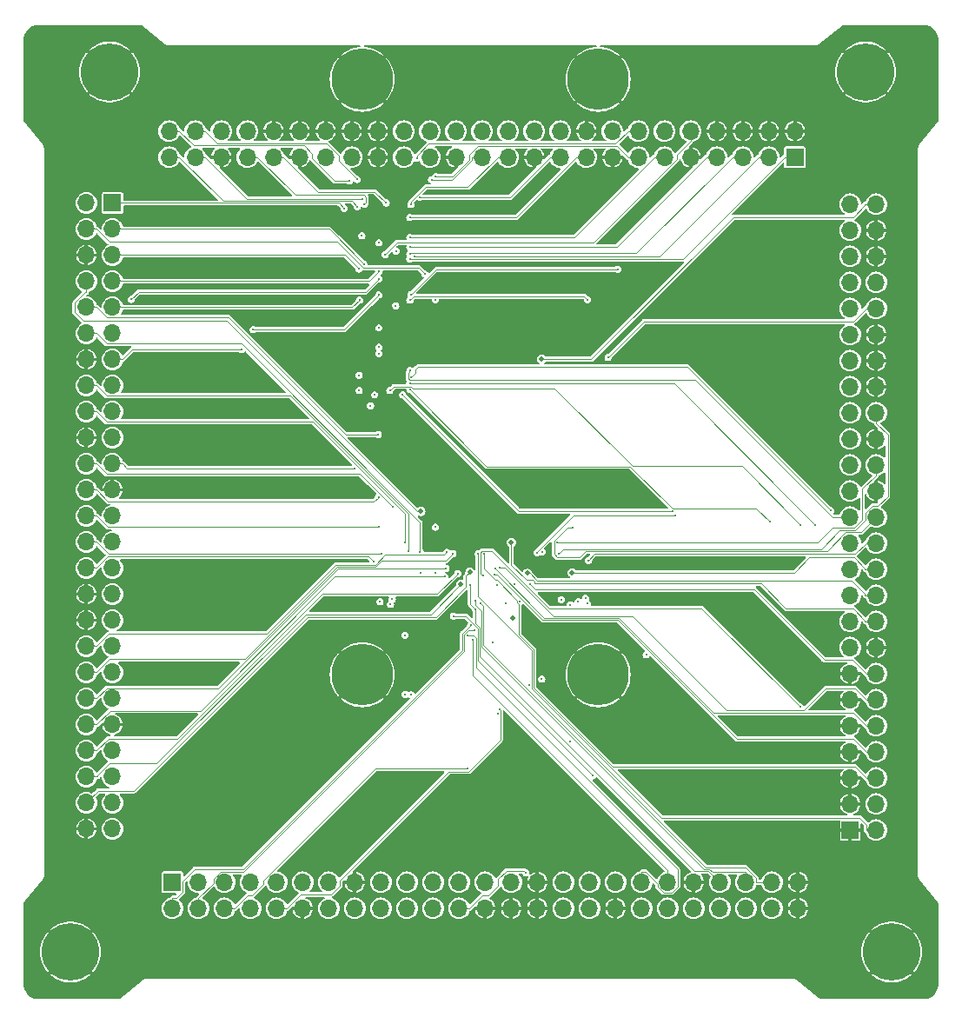
<source format=gbr>
%TF.GenerationSoftware,KiCad,Pcbnew,8.0.4*%
%TF.CreationDate,2024-08-06T12:26:22-05:00*%
%TF.ProjectId,PrintedCoralBoard,5072696e-7465-4644-936f-72616c426f61,rev?*%
%TF.SameCoordinates,Original*%
%TF.FileFunction,Copper,L2,Inr*%
%TF.FilePolarity,Positive*%
%FSLAX46Y46*%
G04 Gerber Fmt 4.6, Leading zero omitted, Abs format (unit mm)*
G04 Created by KiCad (PCBNEW 8.0.4) date 2024-08-06 12:26:22*
%MOMM*%
%LPD*%
G01*
G04 APERTURE LIST*
%TA.AperFunction,ComponentPad*%
%ADD10C,6.000000*%
%TD*%
%TA.AperFunction,ComponentPad*%
%ADD11C,5.600000*%
%TD*%
%TA.AperFunction,ComponentPad*%
%ADD12R,1.700000X1.700000*%
%TD*%
%TA.AperFunction,ComponentPad*%
%ADD13O,1.700000X1.700000*%
%TD*%
%TA.AperFunction,ViaPad*%
%ADD14C,0.500000*%
%TD*%
%TA.AperFunction,ViaPad*%
%ADD15C,0.300000*%
%TD*%
%TA.AperFunction,ViaPad*%
%ADD16C,0.800000*%
%TD*%
%TA.AperFunction,Conductor*%
%ADD17C,0.090000*%
%TD*%
G04 APERTURE END LIST*
D10*
%TO.N,GND*%
%TO.C,H2*%
X56510000Y-5795500D03*
%TD*%
D11*
%TO.N,GND*%
%TO.C,H5*%
X8890000Y-5080000D03*
%TD*%
%TO.N,GND*%
%TO.C,H7*%
X85090000Y-90810000D03*
%TD*%
D10*
%TO.N,GND*%
%TO.C,H4*%
X56510000Y-63795500D03*
%TD*%
%TO.N,GND*%
%TO.C,H3*%
X33510000Y-63795500D03*
%TD*%
D11*
%TO.N,GND*%
%TO.C,H8*%
X5080000Y-90810000D03*
%TD*%
%TO.N,GND*%
%TO.C,H6*%
X82550000Y-5080000D03*
%TD*%
D10*
%TO.N,GND*%
%TO.C,H1*%
X33510000Y-5795500D03*
%TD*%
D12*
%TO.N,ENET_RGMII_RXD2*%
%TO.C,J5*%
X75660000Y-13380000D03*
D13*
%TO.N,GND*%
X75660000Y-10840000D03*
%TO.N,ENET_RGMII_RXD1*%
X73120000Y-13380000D03*
%TO.N,GND*%
X73120000Y-10840000D03*
%TO.N,ENET_RGMII_RXD0*%
X70580000Y-13380000D03*
%TO.N,GND*%
X70580000Y-10840000D03*
%TO.N,ENET_RGMII_RXD3*%
X68040000Y-13380000D03*
%TO.N,GND*%
X68040000Y-10840000D03*
X65500000Y-13380000D03*
%TO.N,RGMII1_PHY_INTB*%
X65500000Y-10840000D03*
%TO.N,ENET_RGMII_RX_EN*%
X62960000Y-13380000D03*
%TO.N,ETHPHY_RST_B*%
X62960000Y-10840000D03*
%TO.N,ENET_RGMII_RXC*%
X60420000Y-13380000D03*
%TO.N,ENET_RGMII_MDC*%
X60420000Y-10840000D03*
%TO.N,GND*%
X57880000Y-13380000D03*
%TO.N,ENET_RGMII_MDIO*%
X57880000Y-10840000D03*
%TO.N,MIPI_CSI_D0_P*%
X55340000Y-13380000D03*
%TO.N,GND*%
X55340000Y-10840000D03*
%TO.N,MIPI_CSI_D0_N*%
X52800000Y-13380000D03*
%TO.N,BT_HOST_WAKE*%
X52800000Y-10840000D03*
%TO.N,GND*%
X50260000Y-13380000D03*
%TO.N,LPUART8_TXD*%
X50260000Y-10840000D03*
%TO.N,MIPI_CSI_CK_P*%
X47720000Y-13380000D03*
%TO.N,LPUART2_RTS_B*%
X47720000Y-10840000D03*
%TO.N,MIPI_CSI_CK_N*%
X45180000Y-13380000D03*
%TO.N,LPUART2_CTS_B*%
X45180000Y-10840000D03*
%TO.N,GND*%
X42640000Y-13380000D03*
%TO.N,LPUART2_TXD*%
X42640000Y-10840000D03*
%TO.N,MIPI_CSI_D1_P*%
X40100000Y-13380000D03*
%TO.N,LPUART2_RXD*%
X40100000Y-10840000D03*
%TO.N,MIPI_CSI_D1_N*%
X37560000Y-13380000D03*
%TO.N,BT_DEV_WAKE*%
X37560000Y-10840000D03*
%TO.N,GND*%
X35020000Y-13380000D03*
X35020000Y-10840000D03*
%TO.N,MIPI_DSI_D1_N*%
X32480000Y-13380000D03*
%TO.N,GND*%
X32480000Y-10840000D03*
%TO.N,MIPI_DSI_D1_P*%
X29940000Y-13380000D03*
%TO.N,GND*%
X29940000Y-10840000D03*
X27400000Y-13380000D03*
X27400000Y-10840000D03*
%TO.N,MIPI_DSI_CK_N*%
X24860000Y-13380000D03*
%TO.N,GND*%
X24860000Y-10840000D03*
%TO.N,MIPI_DSI_CK_P*%
X22320000Y-13380000D03*
%TO.N,LPSPI1_SDI*%
X22320000Y-10840000D03*
%TO.N,GND*%
X19780000Y-13380000D03*
%TO.N,LPSPI1_SDO*%
X19780000Y-10840000D03*
%TO.N,MIPI_DSI_D0_N*%
X17240000Y-13380000D03*
%TO.N,LPSPI1_PCS0*%
X17240000Y-10840000D03*
%TO.N,MIPI_DSI_D0_P*%
X14700000Y-13380000D03*
%TO.N,LPSPI1_SCK*%
X14700000Y-10840000D03*
%TD*%
D12*
%TO.N,ENET_RGMII_TXC*%
%TO.C,J4*%
X9180000Y-17840000D03*
D13*
%TO.N,I2C6_SDA*%
X6640000Y-17840000D03*
%TO.N,ENET_RGMII_TX_EN*%
X9180000Y-20380000D03*
%TO.N,DA_nRESETREQ*%
X6640000Y-20380000D03*
%TO.N,ENET_RGMII_TXD0*%
X9180000Y-22920000D03*
%TO.N,GND*%
X6640000Y-22920000D03*
%TO.N,ENET_RGMII_TXD1*%
X9180000Y-25460000D03*
%TO.N,GPIO_SNVS_06*%
X6640000Y-25460000D03*
%TO.N,ENET_RGMII_TXD2*%
X9180000Y-28000000D03*
%TO.N,BRD_STAT_LED*%
X6640000Y-28000000D03*
%TO.N,ENET_RGMII_TXD3*%
X9180000Y-30540000D03*
%TO.N,LPUART8_RXD*%
X6640000Y-30540000D03*
%TO.N,VDD_1V8*%
X9180000Y-33080000D03*
%TO.N,GND*%
X6640000Y-33080000D03*
%TO.N,VDD_1V8*%
X9180000Y-35620000D03*
%TO.N,WL_HOST_WAKE*%
X6640000Y-35620000D03*
%TO.N,VDD_1V8*%
X9180000Y-38160000D03*
%TO.N,WL_ANT_SEL*%
X6640000Y-38160000D03*
%TO.N,VDD_1V8*%
X9180000Y-40700000D03*
%TO.N,GND*%
X6640000Y-40700000D03*
%TO.N,VDD_1V8_SENSE*%
X9180000Y-43240000D03*
%TO.N,WIFI_SDIO_CLK*%
X6640000Y-43240000D03*
%TO.N,GND*%
X9180000Y-45780000D03*
%TO.N,WIFI_SDIO_D1*%
X6640000Y-45780000D03*
%TO.N,VDD_3V3*%
X9180000Y-48320000D03*
%TO.N,WIFI_SDIO_D0*%
X6640000Y-48320000D03*
%TO.N,VDD_3V3*%
X9180000Y-50860000D03*
%TO.N,WIFI_SDIO_D3*%
X6640000Y-50860000D03*
%TO.N,VDD_3V3*%
X9180000Y-53400000D03*
%TO.N,WIFI_SDIO_CMD*%
X6640000Y-53400000D03*
%TO.N,VDD_3V3*%
X9180000Y-55940000D03*
%TO.N,GND*%
X6640000Y-55940000D03*
%TO.N,VDD_3V3*%
X9180000Y-58480000D03*
%TO.N,GND*%
X6640000Y-58480000D03*
%TO.N,VDD_3V3_SENSE*%
X9180000Y-61020000D03*
%TO.N,SAI2_RX_DATA*%
X6640000Y-61020000D03*
%TO.N,BOOT_MODE1*%
X9180000Y-63560000D03*
%TO.N,SAI2_MCLK*%
X6640000Y-63560000D03*
%TO.N,BOOT_MODE0*%
X9180000Y-66100000D03*
%TO.N,SAI2_TX_BCLK*%
X6640000Y-66100000D03*
%TO.N,GND*%
X9180000Y-68640000D03*
%TO.N,SAI2_RX_SYNC*%
X6640000Y-68640000D03*
%TO.N,VDD_LPSR_IN_01*%
X9180000Y-71180000D03*
%TO.N,POR_B*%
X6640000Y-71180000D03*
%TO.N,VDDA_1P0_01*%
X9180000Y-73720000D03*
%TO.N,GPIO_SNVS_04*%
X6640000Y-73720000D03*
%TO.N,VDD_1V8_AON*%
X9180000Y-76260000D03*
%TO.N,GPIO_SNVS_08*%
X6640000Y-76260000D03*
%TO.N,VDD_2V8_CAM*%
X9180000Y-78800000D03*
%TO.N,GND*%
X6640000Y-78800000D03*
%TD*%
D12*
%TO.N,GND*%
%TO.C,J6*%
X81060000Y-78920000D03*
D13*
%TO.N,I2C1_SDA*%
X83600000Y-78920000D03*
%TO.N,GND*%
X81060000Y-76380000D03*
%TO.N,LPSPI6_CS0*%
X83600000Y-76380000D03*
%TO.N,GND*%
X81060000Y-73840000D03*
%TO.N,LPSPI6_SCK*%
X83600000Y-73840000D03*
%TO.N,GND*%
X81060000Y-71300000D03*
%TO.N,LPSPI6_SDO*%
X83600000Y-71300000D03*
%TO.N,GND*%
X81060000Y-68760000D03*
%TO.N,LPSPI6_SDI*%
X83600000Y-68760000D03*
%TO.N,GND*%
X81060000Y-66220000D03*
%TO.N,SAI2_RX_BCLK*%
X83600000Y-66220000D03*
%TO.N,GND*%
X81060000Y-63680000D03*
%TO.N,SAI2_TX_SYNC*%
X83600000Y-63680000D03*
%TO.N,VDD_1V8_CAM*%
X81060000Y-61140000D03*
%TO.N,GND*%
X83600000Y-61140000D03*
%TO.N,VDD_1V8_MIC*%
X81060000Y-58600000D03*
%TO.N,WAKEUP*%
X83600000Y-58600000D03*
%TO.N,MCM_3V3*%
X81060000Y-56060000D03*
%TO.N,GPIO_SNVS_07*%
X83600000Y-56060000D03*
%TO.N,MCM_3V3_SENSE*%
X81060000Y-53520000D03*
%TO.N,PMIC_STBY_REQ*%
X83600000Y-53520000D03*
%TO.N,DCDC_1V8_OUT*%
X81060000Y-50980000D03*
%TO.N,LPUART6_TXD*%
X83600000Y-50980000D03*
%TO.N,DCDC_1V8_OUT_SENSE*%
X81060000Y-48440000D03*
%TO.N,ADC1_CH2B*%
X83600000Y-48440000D03*
%TO.N,VSYS*%
X81060000Y-45900000D03*
%TO.N,GND*%
X83600000Y-45900000D03*
%TO.N,VSYS*%
X81060000Y-43360000D03*
%TO.N,ADC1_CH0A*%
X83600000Y-43360000D03*
%TO.N,VSYS*%
X81060000Y-40820000D03*
%TO.N,GND*%
X83600000Y-40820000D03*
%TO.N,VSYS*%
X81060000Y-38280000D03*
%TO.N,ADC1_CH0B*%
X83600000Y-38280000D03*
%TO.N,VSYS*%
X81060000Y-35740000D03*
%TO.N,GND*%
X83600000Y-35740000D03*
%TO.N,VSYS*%
X81060000Y-33200000D03*
%TO.N,GND*%
X83600000Y-33200000D03*
%TO.N,VSYS*%
X81060000Y-30660000D03*
%TO.N,GND*%
X83600000Y-30660000D03*
%TO.N,VDD_1V8*%
X81060000Y-28120000D03*
%TO.N,LPUART6_RXD*%
X83600000Y-28120000D03*
%TO.N,VDD_1V8*%
X81060000Y-25580000D03*
%TO.N,LPUART6_CTS*%
X83600000Y-25580000D03*
%TO.N,VDD_1V8*%
X81060000Y-23040000D03*
%TO.N,GND*%
X83600000Y-23040000D03*
%TO.N,VDD_1V8*%
X81060000Y-20500000D03*
%TO.N,GND*%
X83600000Y-20500000D03*
%TO.N,VDD_1V8*%
X81060000Y-17960000D03*
%TO.N,ONOFF*%
X83600000Y-17960000D03*
%TD*%
D12*
%TO.N,MIC_CLK*%
%TO.C,J7*%
X15020000Y-84000000D03*
D13*
%TO.N,LPUART6_RTS*%
X15020000Y-86540000D03*
%TO.N,DAC_OUT*%
X17560000Y-84000000D03*
%TO.N,DMIC_DATA0*%
X17560000Y-86540000D03*
%TO.N,WL_REG_ON*%
X20100000Y-84000000D03*
%TO.N,DMIC_DATA1*%
X20100000Y-86540000D03*
%TO.N,LPUART1_RXD*%
X22640000Y-84000000D03*
%TO.N,DMIC_DATA2*%
X22640000Y-86540000D03*
%TO.N,LPUART1_TXD*%
X25180000Y-84000000D03*
%TO.N,DMIC_DATA3*%
X25180000Y-86540000D03*
%TO.N,BT_REG_ON*%
X27720000Y-84000000D03*
%TO.N,GND*%
X27720000Y-86540000D03*
%TO.N,WIFI_SDIO_D2*%
X30260000Y-84000000D03*
%TO.N,I2C6_SCL*%
X30260000Y-86540000D03*
%TO.N,GND*%
X32800000Y-84000000D03*
%TO.N,CAMERA_INT*%
X32800000Y-86540000D03*
%TO.N,USDHC2_CMD*%
X35340000Y-84000000D03*
%TO.N,USER_BUTTON*%
X35340000Y-86540000D03*
%TO.N,USDHC2_CLK*%
X37880000Y-84000000D03*
%TO.N,PMIC_ON_REQ*%
X37880000Y-86540000D03*
%TO.N,USDHC2_DATA0*%
X40420000Y-84000000D03*
%TO.N,WIFI_POWER_EN*%
X40420000Y-86540000D03*
%TO.N,USDHC2_DATA2*%
X42960000Y-84000000D03*
%TO.N,USER_LED*%
X42960000Y-86540000D03*
%TO.N,USDHC2_DATA1*%
X45500000Y-84000000D03*
%TO.N,GND*%
X45500000Y-86540000D03*
%TO.N,USDHC2_DATA3*%
X48040000Y-84000000D03*
%TO.N,GND*%
X48040000Y-86540000D03*
X50580000Y-84000000D03*
X50580000Y-86540000D03*
%TO.N,DA_GPIO4*%
X53120000Y-84000000D03*
%TO.N,I2C5_SCL*%
X53120000Y-86540000D03*
%TO.N,DA_GPIO3*%
X55660000Y-84000000D03*
%TO.N,I2C5_SDA*%
X55660000Y-86540000D03*
%TO.N,DA_GPIO2*%
X58200000Y-84000000D03*
%TO.N,GND*%
X58200000Y-86540000D03*
%TO.N,DA_nIRQ*%
X60740000Y-84000000D03*
%TO.N,FLEXPWM1_PWM1_A*%
X60740000Y-86540000D03*
%TO.N,DA_nRESET*%
X63280000Y-84000000D03*
%TO.N,FLEXPWM1_PWM0_A*%
X63280000Y-86540000D03*
%TO.N,GND*%
X65820000Y-84000000D03*
%TO.N,FLEXPWM1_PWM0_B*%
X65820000Y-86540000D03*
%TO.N,DA_GPIO0*%
X68360000Y-84000000D03*
%TO.N,FLEXPWM1_PWM1_B*%
X68360000Y-86540000D03*
%TO.N,SAI2_TX_DATA*%
X70900000Y-84000000D03*
%TO.N,FLEXPWM2_PWM1_A*%
X70900000Y-86540000D03*
%TO.N,I2C1_SCL*%
X73440000Y-84000000D03*
%TO.N,FLEXPWM2_PWM1_B*%
X73440000Y-86540000D03*
%TO.N,GND*%
X75980000Y-84000000D03*
X75980000Y-86540000D03*
%TD*%
D14*
%TO.N,ONOFF*%
X51011800Y-33068000D03*
%TO.N,PMIC_STBY_REQ*%
X53974800Y-53855600D03*
%TO.N,WAKEUP*%
X48048800Y-50898800D03*
%TO.N,PMIC_ON_REQ*%
X48187400Y-58296800D03*
D15*
%TO.N,USER_LED*%
X49459000Y-83091300D03*
X49767700Y-64830900D03*
%TO.N,VDD_1V8*%
X21767300Y-32129300D03*
X22891200Y-30173200D03*
X35132300Y-26795200D03*
%TO.N,LPSPI6_SDI*%
X46446900Y-53467200D03*
%TO.N,ADC1_CH0A*%
X52493300Y-50898800D03*
%TO.N,DA_GPIO2*%
X42410000Y-58090000D03*
X55960000Y-73630000D03*
D14*
%TO.N,GPIO_SNVS_04*%
X43133000Y-55000100D03*
D15*
%TO.N,BRD_STAT_LED*%
X35075100Y-40386700D03*
X39159800Y-53828300D03*
%TO.N,WIFI_SDIO_D2*%
X38285000Y-65741000D03*
%TO.N,FLEXPWM2_PWM1_B*%
X55457500Y-56867300D03*
D14*
%TO.N,GPIO_SNVS_06*%
X39225400Y-47876400D03*
D15*
%TO.N,FLEXPWM1_PWM1_A*%
X52906900Y-56483700D03*
D14*
%TO.N,GPIO_SNVS_07*%
X49608600Y-53900700D03*
%TO.N,GPIO_SNVS_08*%
X44000000Y-53787400D03*
D15*
%TO.N,DA_GPIO0*%
X44530000Y-57410000D03*
X44029100Y-55041700D03*
%TO.N,SAI2_RX_DATA*%
X41758600Y-51854100D03*
%TO.N,I2C1_SCL*%
X45086300Y-56865800D03*
%TO.N,WIFI_SDIO_D3*%
X35383000Y-52021700D03*
%TO.N,FLEXPWM1_PWM0_B*%
X53790600Y-56982800D03*
%TO.N,SAI2_RX_SYNC*%
X41539500Y-54244600D03*
%TO.N,FLEXPWM1_PWM0_A*%
X61180000Y-61850000D03*
%TO.N,DA_nRESETREQ*%
X40641300Y-49420400D03*
X39626200Y-24752500D03*
%TO.N,I2C5_SCL*%
X51003300Y-64212800D03*
%TO.N,LPSPI6_SDO*%
X46436900Y-54041900D03*
%TO.N,SAI2_MCLK*%
X42353100Y-51971200D03*
%TO.N,ADC1_CH2B*%
X54036700Y-49482400D03*
%TO.N,FLEXPWM1_PWM1_B*%
X54543900Y-56660000D03*
%TO.N,DMIC_DATA2*%
X46636400Y-55041200D03*
%TO.N,WL_ANT_SEL*%
X37678300Y-50898800D03*
%TO.N,WIFI_SDIO_CMD*%
X34640500Y-52804700D03*
%TO.N,WIFI_SDIO_D0*%
X35108200Y-49420400D03*
%TO.N,LPSPI6_CS0*%
X76197300Y-66931900D03*
X45263700Y-54096000D03*
%TO.N,MIC_CLK*%
X35239800Y-56683800D03*
%TO.N,DMIC_DATA0*%
X44450700Y-59490000D03*
%TO.N,DA_GPIO3*%
X46230000Y-60679700D03*
%TO.N,WIFI_SDIO_CLK*%
X36492300Y-47406800D03*
%TO.N,ADC1_CH0B*%
X52637500Y-52021700D03*
%TO.N,WIFI_POWER_EN*%
X46699100Y-67605800D03*
%TO.N,I2C5_SDA*%
X53740000Y-70300000D03*
%TO.N,DA_nIRQ*%
X43758800Y-59989900D03*
%TO.N,USER_BUTTON*%
X48890100Y-56657200D03*
%TO.N,LPUART6_TXD*%
X55553500Y-52645100D03*
%TO.N,CAMERA_INT*%
X48325100Y-54928800D03*
%TO.N,WL_HOST_WAKE*%
X38035400Y-51777500D03*
%TO.N,I2C6_SDA*%
X40641300Y-53828300D03*
%TO.N,POR_B*%
X42827500Y-53911500D03*
%TO.N,SAI2_RX_BCLK*%
X46914500Y-53368500D03*
%TO.N,WL_REG_ON*%
X36435400Y-56437600D03*
%TO.N,BT_REG_ON*%
X37697700Y-65700600D03*
%TO.N,LPUART6_RXD*%
X51041700Y-51807300D03*
X57473600Y-32886700D03*
%TO.N,LPSPI6_SCK*%
X45369900Y-52023300D03*
%TO.N,WIFI_SDIO_D1*%
X35106600Y-46463600D03*
%TO.N,LPUART8_RXD*%
X39157700Y-51823300D03*
%TO.N,LPUART6_RTS*%
X44080100Y-58966800D03*
%TO.N,LPUART6_CTS*%
X64038000Y-48247700D03*
X50549600Y-51904800D03*
%TO.N,SAI2_TX_DATA*%
X44555000Y-56560900D03*
%TO.N,I2C6_SCL*%
X47529500Y-56841700D03*
%TO.N,I2C1_SDA*%
X44781700Y-52021700D03*
%TO.N,DA_nRESET*%
X44305500Y-60353100D03*
%TO.N,DMIC_DATA3*%
X46881500Y-67159600D03*
%TO.N,LPUART1_RXD*%
X36270000Y-56943400D03*
%TO.N,FLEXPWM2_PWM1_A*%
X55277000Y-56342400D03*
%TO.N,SAI2_TX_BCLK*%
X41678400Y-53412000D03*
%TO.N,SAI2_TX_SYNC*%
X49884700Y-55003900D03*
%TO.N,LPUART1_TXD*%
X37678300Y-59930000D03*
%TO.N,DMIC_DATA1*%
X43744500Y-72934800D03*
%TO.N,ENET_RGMII_TXD3*%
X11011300Y-27230100D03*
X35138000Y-25211100D03*
%TO.N,ENET_RGMII_TXD1*%
X35138000Y-24523000D03*
%TO.N,MIPI_DSI_CK_N*%
X35845000Y-17840000D03*
%TO.N,DCDC_1V8_OUT*%
X38310800Y-34806000D03*
X79160300Y-47798900D03*
%TO.N,MIPI_CSI_D0_N*%
X39121400Y-17298600D03*
%TO.N,VDD_1V8_CAM*%
X37464600Y-36524700D03*
X63750200Y-47860000D03*
%TO.N,ENET_RGMII_TXD0*%
X33196900Y-24268900D03*
%TO.N,RGMII1_PHY_INTB*%
X35750000Y-22840000D03*
%TO.N,LPSPI1_SDI*%
X33481600Y-21028000D03*
%TO.N,DCDC_1V8_OUT_SENSE*%
X38159500Y-34173800D03*
%TO.N,VDD_1V8_MIC*%
X38159500Y-35995500D03*
X73234300Y-48903300D03*
%TO.N,LPSPI1_PCS0*%
X33011300Y-15550900D03*
%TO.N,ENET_RGMII_RXD0*%
X38157900Y-22795500D03*
%TO.N,LPSPI1_SDO*%
X35138000Y-21723000D03*
%TO.N,ENET_RGMII_TXD2*%
X33242700Y-27308500D03*
%TO.N,ENET_RGMII_RX_EN*%
X38159500Y-21195500D03*
%TO.N,MIPI_DSI_D0_N*%
X33555300Y-17452500D03*
%TO.N,MIPI_CSI_CK_P*%
X38251300Y-17995500D03*
%TO.N,MIPI_DSI_CK_P*%
X33729700Y-17949800D03*
%TO.N,MIPI_CSI_D0_P*%
X38159500Y-19254300D03*
%TO.N,BOOT_MODE1*%
X35138000Y-31876300D03*
%TO.N,BOOT_MODE0*%
X35138000Y-32507100D03*
%TO.N,BT_HOST_WAKE*%
X40641300Y-27244400D03*
%TO.N,ENET_RGMII_RXD1*%
X36813800Y-22528300D03*
X38604300Y-23033700D03*
%TO.N,MCM_3V3_SENSE*%
X38159500Y-35385500D03*
X77678800Y-49170500D03*
%TO.N,LPSPI1_SCK*%
X32258000Y-15708300D03*
%TO.N,MIPI_DSI_D0_P*%
X33031000Y-18202600D03*
%TO.N,ENET_RGMII_TXC*%
X31750700Y-18372400D03*
%TO.N,ENET_RGMII_MDC*%
X36776300Y-27842300D03*
X38834500Y-13465800D03*
%TO.N,ENET_RGMII_RXC*%
X40668500Y-15284400D03*
%TO.N,ENET_RGMII_MDIO*%
X55456300Y-27244400D03*
X38157900Y-27303200D03*
%TO.N,MCM_3V3*%
X36196800Y-36114800D03*
X76197300Y-49170500D03*
%TO.N,ENET_RGMII_RXD3*%
X38157900Y-22132700D03*
%TO.N,MIPI_CSI_CK_N*%
X40262000Y-15573900D03*
%TO.N,ETHPHY_RST_B*%
X38266800Y-26760300D03*
X58419300Y-24287600D03*
%TO.N,ENET_RGMII_TX_EN*%
X33694900Y-23799400D03*
%TO.N,ENET_RGMII_RXD2*%
X38157900Y-23270300D03*
%TO.N,VDD_1V8_SENSE*%
X32747700Y-43668500D03*
%TO.N,VDD_1V8_AON*%
X34322400Y-37593200D03*
%TO.N,VDD_3V3_SENSE*%
X35138000Y-29995500D03*
%TO.N,VDD_2V8_CAM*%
X34715300Y-36524700D03*
D16*
%TO.N,GND*%
X11176000Y-11430000D03*
D15*
X36710000Y-25300000D03*
X34290000Y-15980000D03*
X37060000Y-15750000D03*
X39330000Y-20500000D03*
D16*
X77216000Y-91948000D03*
X81534000Y-82804000D03*
X75438000Y-80264000D03*
D15*
X43820000Y-57650000D03*
X37220000Y-14800000D03*
X52670000Y-53460000D03*
X40060000Y-20350000D03*
D16*
X19812000Y-6350000D03*
D15*
X40560000Y-20200000D03*
X36040000Y-14550000D03*
D16*
X23622000Y-5842000D03*
D15*
X36670000Y-23300000D03*
D16*
X69342000Y-91440000D03*
D15*
X35400000Y-18360000D03*
X35010000Y-14880000D03*
%TO.N,VDD_LPSR_IN_01*%
X33207900Y-34630200D03*
%TO.N,VDDA_1P0_01*%
X33217200Y-36098300D03*
%TD*%
D17*
%TO.N,ONOFF*%
X82503300Y-18073600D02*
X82503300Y-17960000D01*
X81346900Y-19230000D02*
X82503300Y-18073600D01*
X69676600Y-19230000D02*
X81346900Y-19230000D01*
X51011800Y-33068000D02*
X55838600Y-33068000D01*
X83600000Y-17960000D02*
X82503300Y-17960000D01*
X55838600Y-33068000D02*
X69676600Y-19230000D01*
%TO.N,PMIC_STBY_REQ*%
X53974800Y-53855600D02*
X75605200Y-53855600D01*
X81480100Y-52383200D02*
X82503300Y-53406400D01*
X75605200Y-53855600D02*
X77077600Y-52383200D01*
X77077600Y-52383200D02*
X81480100Y-52383200D01*
X82503300Y-53406400D02*
X82503300Y-53520000D01*
X83600000Y-53520000D02*
X82503300Y-53520000D01*
%TO.N,WAKEUP*%
X50113600Y-54584300D02*
X50281500Y-54752200D01*
X83600000Y-58600000D02*
X82503300Y-58600000D01*
X50315100Y-54916000D02*
X72356200Y-54916000D01*
X82503300Y-58486400D02*
X82503300Y-58600000D01*
X50281500Y-54752200D02*
X50281500Y-54882400D01*
X48048800Y-50898800D02*
X48048800Y-53081300D01*
X81346900Y-57330000D02*
X82503300Y-58486400D01*
X48048800Y-53081300D02*
X49551800Y-54584300D01*
X72356200Y-54916000D02*
X74770200Y-57330000D01*
X50281500Y-54882400D02*
X50315100Y-54916000D01*
X49551800Y-54584300D02*
X50113600Y-54584300D01*
X74770200Y-57330000D02*
X81346900Y-57330000D01*
%TO.N,USER_LED*%
X47568800Y-82903300D02*
X49271000Y-82903300D01*
X45822300Y-85270000D02*
X46770000Y-84322300D01*
X42960000Y-86540000D02*
X43946700Y-86540000D01*
X46770000Y-84322300D02*
X46770000Y-83702100D01*
X43946700Y-86540000D02*
X45216700Y-85270000D01*
X46770000Y-83702100D02*
X47568800Y-82903300D01*
X49271000Y-82903300D02*
X49459000Y-83091300D01*
X45216700Y-85270000D02*
X45822300Y-85270000D01*
%TO.N,VDD_1V8*%
X31754300Y-30173200D02*
X35132300Y-26795200D01*
X11117400Y-32129300D02*
X21767300Y-32129300D01*
X10166700Y-33080000D02*
X11117400Y-32129300D01*
X22891200Y-30173200D02*
X31754300Y-30173200D01*
X9180000Y-33080000D02*
X10166700Y-33080000D01*
%TO.N,LPSPI6_SDI*%
X82613300Y-68760000D02*
X83600000Y-68760000D01*
X67732700Y-67491400D02*
X81344700Y-67491400D01*
X46446900Y-53467200D02*
X51226400Y-58246700D01*
X51226400Y-58246700D02*
X58488000Y-58246700D01*
X58488000Y-58246700D02*
X67732700Y-67491400D01*
X81344700Y-67491400D02*
X82613300Y-68760000D01*
%TO.N,ADC1_CH0A*%
X83600000Y-43360000D02*
X83600000Y-44346700D01*
X83600000Y-44346700D02*
X82252200Y-45694500D01*
X77876400Y-50898800D02*
X52493300Y-50898800D01*
X79328800Y-49446400D02*
X77876400Y-50898800D01*
X81479600Y-49446400D02*
X79328800Y-49446400D01*
X82252200Y-48673800D02*
X81479600Y-49446400D01*
X82252200Y-45694500D02*
X82252200Y-48673800D01*
%TO.N,DA_GPIO2*%
X44791300Y-62441300D02*
X44791300Y-59272500D01*
X43608800Y-58090000D02*
X42410000Y-58090000D01*
X52470300Y-70120300D02*
X44791300Y-62441300D01*
X52470300Y-70140300D02*
X52470300Y-70120300D01*
X44791300Y-59272500D02*
X43608800Y-58090000D01*
X55960000Y-73630000D02*
X52470300Y-70140300D01*
%TO.N,GPIO_SNVS_04*%
X7736700Y-73720000D02*
X6640000Y-73720000D01*
X28054422Y-57895700D02*
X13500122Y-72450000D01*
X40237400Y-57895700D02*
X28054422Y-57895700D01*
X13500122Y-72450000D02*
X8893100Y-72450000D01*
X43133000Y-55000100D02*
X40237400Y-57895700D01*
X8893100Y-72450000D02*
X7736700Y-73606400D01*
X7736700Y-73606400D02*
X7736700Y-73720000D01*
%TO.N,BRD_STAT_LED*%
X6640000Y-28000000D02*
X7626700Y-28000000D01*
X20479500Y-28986700D02*
X31879500Y-40386700D01*
X7626700Y-28000000D02*
X8613400Y-28986700D01*
X8613400Y-28986700D02*
X20479500Y-28986700D01*
X31879500Y-40386700D02*
X35075100Y-40386700D01*
%TO.N,GPIO_SNVS_06*%
X20288400Y-29297200D02*
X6324600Y-29297200D01*
X5528600Y-28501200D02*
X5528600Y-27554500D01*
X6640000Y-25460000D02*
X6640000Y-26556700D01*
X6324600Y-29297200D02*
X5528600Y-28501200D01*
X6526400Y-26556700D02*
X6640000Y-26556700D01*
X38867600Y-47876400D02*
X20288400Y-29297200D01*
X39225400Y-47876400D02*
X38867600Y-47876400D01*
X5528600Y-27554500D02*
X6526400Y-26556700D01*
%TO.N,GPIO_SNVS_07*%
X82503300Y-56060000D02*
X82503300Y-55922800D01*
X49842400Y-53900700D02*
X49608600Y-53900700D01*
X83600000Y-56060000D02*
X82503300Y-56060000D01*
X81204800Y-54624300D02*
X50566000Y-54624300D01*
X50566000Y-54624300D02*
X49842400Y-53900700D01*
X82503300Y-55922800D02*
X81204800Y-54624300D01*
%TO.N,GPIO_SNVS_08*%
X40702000Y-58185700D02*
X28174544Y-58185700D01*
X44000000Y-53787400D02*
X43630200Y-54157200D01*
X43630200Y-54157200D02*
X43630200Y-55257500D01*
X28174544Y-58185700D02*
X11253344Y-75106900D01*
X43630200Y-55257500D02*
X40702000Y-58185700D01*
X11253344Y-75106900D02*
X7793100Y-75106900D01*
X7793100Y-75106900D02*
X6640000Y-76260000D01*
%TO.N,DA_GPIO0*%
X44971300Y-62011300D02*
X65865000Y-82905000D01*
X44029100Y-56909100D02*
X44029100Y-55041700D01*
X44530000Y-58756642D02*
X44971300Y-59197942D01*
X44530000Y-57410000D02*
X44530000Y-58756642D01*
X44971300Y-59197942D02*
X44971300Y-62011300D01*
X65865000Y-82905000D02*
X67265000Y-82905000D01*
X44530000Y-57410000D02*
X44029100Y-56909100D01*
X67265000Y-82905000D02*
X68360000Y-84000000D01*
%TO.N,SAI2_RX_DATA*%
X34758551Y-53089700D02*
X35732951Y-52115300D01*
X24192200Y-59827800D02*
X30930300Y-53089700D01*
X7626700Y-61020000D02*
X8818900Y-59827800D01*
X8818900Y-59827800D02*
X24192200Y-59827800D01*
X6640000Y-61020000D02*
X7626700Y-61020000D01*
X41497400Y-52115300D02*
X41758600Y-51854100D01*
X35732951Y-52115300D02*
X41497400Y-52115300D01*
X30930300Y-53089700D02*
X34758551Y-53089700D01*
%TO.N,I2C1_SCL*%
X45331300Y-60871300D02*
X45331300Y-57110800D01*
X67005000Y-82545000D02*
X45331300Y-60871300D01*
X73440000Y-84000000D02*
X71885000Y-84000000D01*
X71885000Y-84000000D02*
X71885000Y-83591999D01*
X70838001Y-82545000D02*
X67005000Y-82545000D01*
X71885000Y-83591999D02*
X70838001Y-82545000D01*
X45331300Y-57110800D02*
X45086300Y-56865800D01*
%TO.N,WIFI_SDIO_D3*%
X8788400Y-52021700D02*
X35383000Y-52021700D01*
X7626700Y-50860000D02*
X8788400Y-52021700D01*
X6640000Y-50860000D02*
X7626700Y-50860000D01*
%TO.N,SAI2_RX_SYNC*%
X17777800Y-67292200D02*
X8974500Y-67292200D01*
X7626700Y-68640000D02*
X6640000Y-68640000D01*
X41539500Y-54244600D02*
X30825400Y-54244600D01*
X8974500Y-67292200D02*
X7626700Y-68640000D01*
X30825400Y-54244600D02*
X17777800Y-67292200D01*
%TO.N,DA_nRESETREQ*%
X33620700Y-24182500D02*
X31088200Y-21650000D01*
X39626200Y-24752500D02*
X39056200Y-24182500D01*
X39056200Y-24182500D02*
X33620700Y-24182500D01*
X31088200Y-21650000D02*
X8896700Y-21650000D01*
X6640000Y-20380000D02*
X7626700Y-20380000D01*
X8896700Y-21650000D02*
X7626700Y-20380000D01*
%TO.N,LPSPI6_SDO*%
X51065100Y-58426700D02*
X46680300Y-54041900D01*
X81343300Y-70030000D02*
X70016742Y-70030000D01*
X82613300Y-71300000D02*
X81343300Y-70030000D01*
X46680300Y-54041900D02*
X46436900Y-54041900D01*
X58413442Y-58426700D02*
X51065100Y-58426700D01*
X70016742Y-70030000D02*
X58413442Y-58426700D01*
X83600000Y-71300000D02*
X82613300Y-71300000D01*
%TO.N,SAI2_MCLK*%
X7626700Y-63560000D02*
X6640000Y-63560000D01*
X8896700Y-62290000D02*
X7626700Y-63560000D01*
X22060000Y-62290000D02*
X8896700Y-62290000D01*
X35403009Y-52699800D02*
X34833109Y-53269700D01*
X41624500Y-52699800D02*
X35403009Y-52699800D01*
X31080300Y-53269700D02*
X22060000Y-62290000D01*
X42353100Y-51971200D02*
X41624500Y-52699800D01*
X34833109Y-53269700D02*
X31080300Y-53269700D01*
%TO.N,ADC1_CH2B*%
X80645800Y-49927100D02*
X78820400Y-51752500D01*
X54708600Y-52312200D02*
X52498900Y-52312200D01*
X83600000Y-48440000D02*
X82112900Y-49927100D01*
X52198800Y-50771700D02*
X53488100Y-49482400D01*
X78820400Y-51752500D02*
X55268300Y-51752500D01*
X53488100Y-49482400D02*
X54036700Y-49482400D01*
X55268300Y-51752500D02*
X54708600Y-52312200D01*
X52198800Y-52012100D02*
X52198800Y-50771700D01*
X52498900Y-52312200D02*
X52198800Y-52012100D01*
X82112900Y-49927100D02*
X80645800Y-49927100D01*
%TO.N,WL_ANT_SEL*%
X8613400Y-39146700D02*
X28717700Y-39146700D01*
X7626700Y-38160000D02*
X8613400Y-39146700D01*
X37678300Y-48107300D02*
X37678300Y-50898800D01*
X6640000Y-38160000D02*
X7626700Y-38160000D01*
X28717700Y-39146700D02*
X37678300Y-48107300D01*
%TO.N,WIFI_SDIO_CMD*%
X34134500Y-52298700D02*
X34640500Y-52804700D01*
X6640000Y-53400000D02*
X7626700Y-53400000D01*
X8728000Y-52298700D02*
X34134500Y-52298700D01*
X7626700Y-53400000D02*
X8728000Y-52298700D01*
%TO.N,WIFI_SDIO_D0*%
X7626700Y-48320000D02*
X8727100Y-49420400D01*
X6640000Y-48320000D02*
X7626700Y-48320000D01*
X8727100Y-49420400D02*
X35108200Y-49420400D01*
%TO.N,LPSPI6_CS0*%
X66580700Y-57315300D02*
X76197300Y-66931900D01*
X45173300Y-51736500D02*
X46138700Y-51736500D01*
X46138700Y-51736500D02*
X51717500Y-57315300D01*
X51717500Y-57315300D02*
X66580700Y-57315300D01*
X45083100Y-53915400D02*
X45083100Y-51826700D01*
X45083100Y-51826700D02*
X45173300Y-51736500D01*
X45263700Y-54096000D02*
X45083100Y-53915400D01*
%TO.N,DMIC_DATA0*%
X17560000Y-86540000D02*
X17560000Y-85553300D01*
X43473800Y-59871849D02*
X43855649Y-59490000D01*
X43473800Y-61486200D02*
X43473800Y-59871849D01*
X43855649Y-59490000D02*
X44450700Y-59490000D01*
X21945000Y-83015000D02*
X43473800Y-61486200D01*
X19036700Y-83670299D02*
X19691999Y-83015000D01*
X19691999Y-83015000D02*
X21945000Y-83015000D01*
X17560000Y-85553300D02*
X19036700Y-84076600D01*
X19036700Y-84076600D02*
X19036700Y-83670299D01*
%TO.N,WIFI_SDIO_CLK*%
X8613400Y-44226700D02*
X33312200Y-44226700D01*
X33312200Y-44226700D02*
X36492300Y-47406800D01*
X6640000Y-43240000D02*
X7626700Y-43240000D01*
X7626700Y-43240000D02*
X8613400Y-44226700D01*
%TO.N,ADC1_CH0B*%
X83600000Y-39266700D02*
X84714900Y-40381600D01*
X83267700Y-47339000D02*
X82587400Y-48019300D01*
X83600000Y-38280000D02*
X83600000Y-39266700D01*
X84714900Y-46377900D02*
X83753800Y-47339000D01*
X80027800Y-49745400D02*
X78202400Y-51570800D01*
X84714900Y-40381600D02*
X84714900Y-46377900D01*
X81510500Y-49745400D02*
X80027800Y-49745400D01*
X82587400Y-48668500D02*
X81510500Y-49745400D01*
X53088400Y-51570800D02*
X52637500Y-52021700D01*
X78202400Y-51570800D02*
X53088400Y-51570800D01*
X83753800Y-47339000D02*
X83267700Y-47339000D01*
X82587400Y-48019300D02*
X82587400Y-48668500D01*
%TO.N,DA_nIRQ*%
X44590500Y-63080500D02*
X44590500Y-60235049D01*
X62871200Y-84986700D02*
X63688800Y-84986700D01*
X44590500Y-60235049D02*
X44345351Y-59989900D01*
X63688800Y-84986700D02*
X64266700Y-84408800D01*
X60740000Y-83013300D02*
X61159600Y-83013300D01*
X60740000Y-84000000D02*
X60740000Y-83013300D01*
X64266700Y-84408800D02*
X64266700Y-82756700D01*
X62293300Y-84408800D02*
X62871200Y-84986700D01*
X44345351Y-59989900D02*
X43758800Y-59989900D01*
X64266700Y-82756700D02*
X44590500Y-63080500D01*
X61159600Y-83013300D02*
X62293300Y-84147000D01*
X62293300Y-84147000D02*
X62293300Y-84408800D01*
%TO.N,LPUART6_TXD*%
X56171800Y-52026800D02*
X81566500Y-52026800D01*
X81566500Y-52026800D02*
X82613300Y-50980000D01*
X55553500Y-52645100D02*
X56171800Y-52026800D01*
X83600000Y-50980000D02*
X82613300Y-50980000D01*
%TO.N,WL_HOST_WAKE*%
X7626700Y-35620000D02*
X8613400Y-36606700D01*
X26500100Y-36606700D02*
X38035400Y-48142000D01*
X38035400Y-48142000D02*
X38035400Y-51777500D01*
X8613400Y-36606700D02*
X26500100Y-36606700D01*
X6640000Y-35620000D02*
X7626700Y-35620000D01*
%TO.N,POR_B*%
X42827500Y-53911500D02*
X40797600Y-55941400D01*
X7626700Y-71180000D02*
X6640000Y-71180000D01*
X8795100Y-70011600D02*
X7626700Y-71180000D01*
X29598600Y-55941400D02*
X15528400Y-70011600D01*
X40797600Y-55941400D02*
X29598600Y-55941400D01*
X15528400Y-70011600D02*
X8795100Y-70011600D01*
%TO.N,SAI2_RX_BCLK*%
X83600000Y-66220000D02*
X82613300Y-66220000D01*
X69034200Y-67264200D02*
X59836700Y-58066700D01*
X59836700Y-58066700D02*
X52130500Y-58066700D01*
X47432300Y-53368500D02*
X46914500Y-53368500D01*
X82613300Y-66220000D02*
X81502000Y-65108700D01*
X78680600Y-65108700D02*
X76525100Y-67264200D01*
X76525100Y-67264200D02*
X69034200Y-67264200D01*
X52130500Y-58066700D02*
X47432300Y-53368500D01*
X81502000Y-65108700D02*
X78680600Y-65108700D01*
%TO.N,LPUART6_RXD*%
X83600000Y-28120000D02*
X82613300Y-28120000D01*
X60970300Y-29390000D02*
X81343300Y-29390000D01*
X57473600Y-32886700D02*
X60970300Y-29390000D01*
X81343300Y-29390000D02*
X82613300Y-28120000D01*
%TO.N,LPSPI6_SCK*%
X48774800Y-56947200D02*
X48774800Y-59896691D01*
X48774700Y-56947200D02*
X48774800Y-56947200D01*
X48774800Y-59896691D02*
X50232700Y-61354591D01*
X48603400Y-56775900D02*
X48774700Y-56947200D01*
X45369900Y-52023300D02*
X45369900Y-53454500D01*
X46639800Y-54574700D02*
X48603400Y-56538300D01*
X50232700Y-65028142D02*
X57933258Y-72728700D01*
X50232700Y-61354591D02*
X50232700Y-65028142D01*
X45369900Y-53454500D02*
X46490100Y-54574700D01*
X57933258Y-72728700D02*
X81502000Y-72728700D01*
X48603400Y-56538300D02*
X48603400Y-56775900D01*
X46490100Y-54574700D02*
X46639800Y-54574700D01*
X82613300Y-73840000D02*
X83600000Y-73840000D01*
X81502000Y-72728700D02*
X82613300Y-73840000D01*
%TO.N,WIFI_SDIO_D1*%
X6640000Y-45780000D02*
X7626700Y-45780000D01*
X8750100Y-46903400D02*
X34666800Y-46903400D01*
X34666800Y-46903400D02*
X35106600Y-46463600D01*
X7626700Y-45780000D02*
X8750100Y-46903400D01*
%TO.N,LPUART8_RXD*%
X7626700Y-30540000D02*
X8614900Y-31528200D01*
X39157700Y-48958600D02*
X39157700Y-51823300D01*
X6640000Y-30540000D02*
X7626700Y-30540000D01*
X21727300Y-31528200D02*
X39157700Y-48958600D01*
X8614900Y-31528200D02*
X21727300Y-31528200D01*
%TO.N,LPUART6_RTS*%
X16006700Y-83925400D02*
X17199000Y-82733100D01*
X43293800Y-59753100D02*
X44080100Y-58966800D01*
X17199000Y-82733100D02*
X21926900Y-82733100D01*
X21926900Y-82733100D02*
X43293800Y-61366200D01*
X15020000Y-86540000D02*
X15020000Y-85553300D01*
X15020000Y-85553300D02*
X15390100Y-85553300D01*
X43293800Y-61366200D02*
X43293800Y-59753100D01*
X16006700Y-84936700D02*
X16006700Y-83925400D01*
X15390100Y-85553300D02*
X16006700Y-84936700D01*
%TO.N,LPUART6_CTS*%
X64038000Y-48247700D02*
X54099600Y-48247700D01*
X50549600Y-51797700D02*
X50549600Y-51904800D01*
X54099600Y-48247700D02*
X50549600Y-51797700D01*
%TO.N,SAI2_TX_DATA*%
X67339558Y-82725000D02*
X66815000Y-82725000D01*
X44555000Y-57031949D02*
X44555000Y-56560900D01*
X67627858Y-83013300D02*
X67339558Y-82725000D01*
X45151300Y-57628249D02*
X44555000Y-57031949D01*
X70900000Y-84000000D02*
X70900000Y-83013300D01*
X66815000Y-82725000D02*
X45151300Y-61061300D01*
X70900000Y-83013300D02*
X67627858Y-83013300D01*
X45151300Y-61061300D02*
X45151300Y-57628249D01*
%TO.N,I2C1_SDA*%
X62663800Y-77713800D02*
X50052700Y-65102700D01*
X50052700Y-61429149D02*
X44781700Y-56158149D01*
X50052700Y-65102700D02*
X50052700Y-61429149D01*
X83600000Y-78920000D02*
X82613300Y-78920000D01*
X82613300Y-78380400D02*
X81946700Y-77713800D01*
X44781700Y-56158149D02*
X44781700Y-52021700D01*
X81946700Y-77713800D02*
X62663800Y-77713800D01*
X82613300Y-78920000D02*
X82613300Y-78380400D01*
%TO.N,DA_nRESET*%
X44305500Y-63845500D02*
X63280000Y-82820000D01*
X44305500Y-60353100D02*
X44305500Y-63845500D01*
X63280000Y-82820000D02*
X63280000Y-84000000D01*
%TO.N,DMIC_DATA3*%
X41948500Y-73221500D02*
X43863300Y-73221500D01*
X46985800Y-70099000D02*
X46985800Y-67263900D01*
X27514500Y-85192200D02*
X30469600Y-85192200D01*
X30469600Y-85192200D02*
X31323000Y-84338800D01*
X46985800Y-67263900D02*
X46881500Y-67159600D01*
X25180000Y-86540000D02*
X26166700Y-86540000D01*
X26166700Y-86540000D02*
X27514500Y-85192200D01*
X31323000Y-83847000D02*
X41948500Y-73221500D01*
X31323000Y-84338800D02*
X31323000Y-83847000D01*
X43863300Y-73221500D02*
X46985800Y-70099000D01*
%TO.N,SAI2_TX_BCLK*%
X19491258Y-65113300D02*
X31154858Y-53449700D01*
X7626700Y-66100000D02*
X8613400Y-65113300D01*
X6640000Y-66100000D02*
X7626700Y-66100000D01*
X8613400Y-65113300D02*
X19491258Y-65113300D01*
X41640700Y-53449700D02*
X41678400Y-53412000D01*
X31154858Y-53449700D02*
X41640700Y-53449700D01*
%TO.N,SAI2_TX_SYNC*%
X50385100Y-55504300D02*
X71734000Y-55504300D01*
X78561900Y-62332200D02*
X81265500Y-62332200D01*
X81265500Y-62332200D02*
X82613300Y-63680000D01*
X49884700Y-55003900D02*
X50385100Y-55504300D01*
X71734000Y-55504300D02*
X78561900Y-62332200D01*
X83600000Y-63680000D02*
X82613300Y-63680000D01*
%TO.N,DMIC_DATA1*%
X22793800Y-85270000D02*
X23910000Y-84153800D01*
X20100000Y-86540000D02*
X21086700Y-86540000D01*
X34822400Y-72934800D02*
X43744500Y-72934800D01*
X21086700Y-86540000D02*
X22356700Y-85270000D01*
X23910000Y-83847200D02*
X34822400Y-72934800D01*
X22356700Y-85270000D02*
X22793800Y-85270000D01*
X23910000Y-84153800D02*
X23910000Y-83847200D01*
%TO.N,ENET_RGMII_TXD3*%
X33839100Y-26510000D02*
X35138000Y-25211100D01*
X11731400Y-26510000D02*
X33839100Y-26510000D01*
X11011300Y-27230100D02*
X11731400Y-26510000D01*
%TO.N,ENET_RGMII_TXD1*%
X9180000Y-25460000D02*
X34201000Y-25460000D01*
X34201000Y-25460000D02*
X35138000Y-24523000D01*
%TO.N,MIPI_DSI_CK_N*%
X34746600Y-16741600D02*
X29208300Y-16741600D01*
X35845000Y-17840000D02*
X34746600Y-16741600D01*
X29208300Y-16741600D02*
X25846700Y-13380000D01*
X25846700Y-13380000D02*
X24860000Y-13380000D01*
%TO.N,DCDC_1V8_OUT*%
X65183200Y-33821800D02*
X38913000Y-33821800D01*
X38683900Y-34050900D02*
X38683900Y-34432900D01*
X79160300Y-47798900D02*
X65183200Y-33821800D01*
X38913000Y-33821800D02*
X38683900Y-34050900D01*
X38683900Y-34432900D02*
X38310800Y-34806000D01*
%TO.N,MIPI_CSI_D0_N*%
X52800000Y-13380000D02*
X51813300Y-13380000D01*
X51813300Y-13380000D02*
X47894700Y-17298600D01*
X47894700Y-17298600D02*
X39121400Y-17298600D01*
%TO.N,VDD_1V8_CAM*%
X63750200Y-47860000D02*
X48799900Y-47860000D01*
X48799900Y-47860000D02*
X37464600Y-36524700D01*
%TO.N,ENET_RGMII_TXD0*%
X31848000Y-22920000D02*
X33196900Y-24268900D01*
X9180000Y-22920000D02*
X31848000Y-22920000D01*
%TO.N,RGMII1_PHY_INTB*%
X64152200Y-13174500D02*
X65500000Y-11826700D01*
X64152200Y-13583600D02*
X64152200Y-13174500D01*
X65500000Y-11826700D02*
X65500000Y-10840000D01*
X56070900Y-21664900D02*
X64152200Y-13583600D01*
X35750000Y-22840000D02*
X36925100Y-21664900D01*
X36925100Y-21664900D02*
X56070900Y-21664900D01*
%TO.N,DCDC_1V8_OUT_SENSE*%
X37978000Y-34934900D02*
X38139500Y-35096400D01*
X65987200Y-35096400D02*
X79330800Y-48440000D01*
X79330800Y-48440000D02*
X81060000Y-48440000D01*
X38139500Y-35096400D02*
X65987200Y-35096400D01*
X37978000Y-34355300D02*
X37978000Y-34934900D01*
X38159500Y-34173800D02*
X37978000Y-34355300D01*
%TO.N,VDD_1V8_MIC*%
X45667200Y-43503200D02*
X38159500Y-35995500D01*
X73234300Y-48903300D02*
X71904300Y-47573300D01*
X63716300Y-47573300D02*
X59646300Y-43503300D01*
X59646300Y-43503200D02*
X45667200Y-43503200D01*
X59646300Y-43503300D02*
X59646300Y-43503200D01*
X71904300Y-47573300D02*
X63716300Y-47573300D01*
%TO.N,LPSPI1_PCS0*%
X30041900Y-12032200D02*
X19418900Y-12032200D01*
X19418900Y-12032200D02*
X18226700Y-10840000D01*
X31210000Y-13749600D02*
X31210000Y-13200300D01*
X33011300Y-15550900D02*
X31210000Y-13749600D01*
X17240000Y-10840000D02*
X18226700Y-10840000D01*
X31210000Y-13200300D02*
X30041900Y-12032200D01*
%TO.N,ENET_RGMII_RXD0*%
X38206400Y-22747000D02*
X38157900Y-22795500D01*
X70580000Y-13380000D02*
X69593300Y-13380000D01*
X69593300Y-13380000D02*
X60226300Y-22747000D01*
X60226300Y-22747000D02*
X38206400Y-22747000D01*
%TO.N,ENET_RGMII_TXD2*%
X33242700Y-27308500D02*
X32551200Y-28000000D01*
X32551200Y-28000000D02*
X9180000Y-28000000D01*
%TO.N,ENET_RGMII_RX_EN*%
X62960000Y-13380000D02*
X61973300Y-13380000D01*
X61973300Y-13380000D02*
X54157800Y-21195500D01*
X54157800Y-21195500D02*
X38159500Y-21195500D01*
%TO.N,MIPI_DSI_D0_N*%
X17240000Y-13380000D02*
X18226700Y-13380000D01*
X22299200Y-17452500D02*
X18226700Y-13380000D01*
X33555300Y-17452500D02*
X22299200Y-17452500D01*
%TO.N,MIPI_CSI_CK_P*%
X46733300Y-13380000D02*
X43814300Y-16299000D01*
X47720000Y-13380000D02*
X46733300Y-13380000D01*
X39687400Y-16299000D02*
X38251300Y-17735100D01*
X43814300Y-16299000D02*
X39687400Y-16299000D01*
X38251300Y-17735100D02*
X38251300Y-17995500D01*
%TO.N,MIPI_DSI_CK_P*%
X23306700Y-13380000D02*
X27006000Y-17079300D01*
X22320000Y-13380000D02*
X23306700Y-13380000D01*
X27006000Y-17079300D02*
X33706300Y-17079300D01*
X33907900Y-17280900D02*
X33907900Y-17771600D01*
X33907900Y-17771600D02*
X33729700Y-17949800D01*
X33706300Y-17079300D02*
X33907900Y-17280900D01*
%TO.N,MIPI_CSI_D0_P*%
X55340000Y-13380000D02*
X54353300Y-13380000D01*
X48479000Y-19254300D02*
X38159500Y-19254300D01*
X54353300Y-13380000D02*
X48479000Y-19254300D01*
%TO.N,ENET_RGMII_RXD1*%
X73120000Y-13380000D02*
X72133300Y-13380000D01*
X62479600Y-23033700D02*
X38604300Y-23033700D01*
X72133300Y-13380000D02*
X62479600Y-23033700D01*
%TO.N,MCM_3V3_SENSE*%
X63893800Y-35385500D02*
X77678800Y-49170500D01*
X38159500Y-35385500D02*
X63893800Y-35385500D01*
%TO.N,LPSPI1_SCK*%
X30849200Y-15708300D02*
X28623900Y-13483000D01*
X15686700Y-10840000D02*
X14700000Y-10840000D01*
X32258000Y-15708300D02*
X30849200Y-15708300D01*
X28623900Y-13020000D02*
X27843600Y-12239700D01*
X17086400Y-12239700D02*
X15686700Y-10840000D01*
X27843600Y-12239700D02*
X17086400Y-12239700D01*
X28623900Y-13483000D02*
X28623900Y-13020000D01*
%TO.N,MIPI_DSI_D0_P*%
X19953000Y-17646300D02*
X15686700Y-13380000D01*
X14700000Y-13380000D02*
X15686700Y-13380000D01*
X32474700Y-17646300D02*
X19953000Y-17646300D01*
X33031000Y-18202600D02*
X32474700Y-17646300D01*
%TO.N,ENET_RGMII_TXC*%
X31218300Y-17840000D02*
X31750700Y-18372400D01*
X9180000Y-17840000D02*
X31218300Y-17840000D01*
%TO.N,ENET_RGMII_MDC*%
X38834600Y-13236000D02*
X38834600Y-13465800D01*
X38834600Y-13465800D02*
X38834500Y-13465800D01*
X59433300Y-10840000D02*
X58199400Y-12073900D01*
X58199400Y-12073900D02*
X39996700Y-12073900D01*
X60420000Y-10840000D02*
X59433300Y-10840000D01*
X39996700Y-12073900D02*
X38834600Y-13236000D01*
%TO.N,ENET_RGMII_RXC*%
X42301700Y-15284400D02*
X40668500Y-15284400D01*
X60420000Y-13380000D02*
X59433300Y-13380000D01*
X43934600Y-13160300D02*
X43934600Y-13651500D01*
X59433300Y-13380000D02*
X58318500Y-12265200D01*
X43934600Y-13651500D02*
X42301700Y-15284400D01*
X44829700Y-12265200D02*
X43934600Y-13160300D01*
X58318500Y-12265200D02*
X44829700Y-12265200D01*
%TO.N,ENET_RGMII_MDIO*%
X55140800Y-26928900D02*
X55456300Y-27244400D01*
X38157900Y-27303200D02*
X38532200Y-26928900D01*
X38532200Y-26928900D02*
X55140800Y-26928900D01*
%TO.N,MCM_3V3*%
X52276800Y-35876800D02*
X59891700Y-43491700D01*
X59891700Y-43491800D02*
X70518600Y-43491800D01*
X38446200Y-35876800D02*
X52276800Y-35876800D01*
X38278300Y-35708800D02*
X38446200Y-35876700D01*
X70518600Y-43491800D02*
X76197300Y-49170500D01*
X38446200Y-35876700D02*
X38446200Y-35876800D01*
X36602800Y-35708800D02*
X38278300Y-35708800D01*
X59891700Y-43491700D02*
X59891700Y-43491800D01*
X36196800Y-36114800D02*
X36602800Y-35708800D01*
%TO.N,ENET_RGMII_RXD3*%
X58300600Y-22132700D02*
X38157900Y-22132700D01*
X68040000Y-13380000D02*
X67053300Y-13380000D01*
X67053300Y-13380000D02*
X58300600Y-22132700D01*
%TO.N,MIPI_CSI_CK_N*%
X42269100Y-15573900D02*
X44193300Y-13649700D01*
X44193300Y-13649700D02*
X44193300Y-13380000D01*
X40262000Y-15573900D02*
X42269100Y-15573900D01*
X45180000Y-13380000D02*
X44193300Y-13380000D01*
%TO.N,ETHPHY_RST_B*%
X38266800Y-26760300D02*
X40739500Y-24287600D01*
X40739500Y-24287600D02*
X58419300Y-24287600D01*
%TO.N,ENET_RGMII_TX_EN*%
X30275500Y-20380000D02*
X33694900Y-23799400D01*
X9180000Y-20380000D02*
X30275500Y-20380000D01*
%TO.N,ENET_RGMII_RXD2*%
X75660000Y-13380000D02*
X74673300Y-13380000D01*
X64732900Y-23320400D02*
X38208000Y-23320400D01*
X74673300Y-13380000D02*
X64732900Y-23320400D01*
X38208000Y-23320400D02*
X38157900Y-23270300D01*
%TO.N,VDD_1V8_SENSE*%
X32747700Y-43668500D02*
X10595200Y-43668500D01*
X10595200Y-43668500D02*
X10166700Y-43240000D01*
X9180000Y-43240000D02*
X10166700Y-43240000D01*
%TD*%
%TA.AperFunction,Conductor*%
%TO.N,GND*%
G36*
X80595761Y-67754493D02*
G01*
X80621481Y-67799042D01*
X80612548Y-67849700D01*
X80582872Y-67878420D01*
X80500406Y-67922499D01*
X80500400Y-67922503D01*
X80347766Y-68047766D01*
X80222503Y-68200400D01*
X80222499Y-68200406D01*
X80129424Y-68374536D01*
X80129419Y-68374548D01*
X80072103Y-68563497D01*
X80069149Y-68593500D01*
X80586976Y-68593500D01*
X80560000Y-68694174D01*
X80560000Y-68825826D01*
X80586976Y-68926500D01*
X80069149Y-68926500D01*
X80072103Y-68956502D01*
X80129419Y-69145451D01*
X80129424Y-69145463D01*
X80222499Y-69319593D01*
X80222503Y-69319599D01*
X80347766Y-69472233D01*
X80500400Y-69597496D01*
X80500406Y-69597500D01*
X80585492Y-69642980D01*
X80619829Y-69681282D01*
X80621512Y-69732694D01*
X80589754Y-69773160D01*
X80550043Y-69784500D01*
X70149580Y-69784500D01*
X70101242Y-69766907D01*
X70096406Y-69762474D01*
X68199206Y-67865274D01*
X68177466Y-67818654D01*
X68190780Y-67768967D01*
X68232917Y-67739462D01*
X68252380Y-67736900D01*
X80547423Y-67736900D01*
X80595761Y-67754493D01*
G37*
%TD.AperFunction*%
%TA.AperFunction,Conductor*%
G36*
X17521900Y-67555293D02*
G01*
X17547620Y-67599842D01*
X17538687Y-67650500D01*
X17526736Y-67666074D01*
X15448736Y-69744074D01*
X15402116Y-69765814D01*
X15395562Y-69766100D01*
X9427864Y-69766100D01*
X9379526Y-69748507D01*
X9353806Y-69703958D01*
X9362739Y-69653300D01*
X9402144Y-69620235D01*
X9406035Y-69618938D01*
X9565451Y-69570580D01*
X9565463Y-69570575D01*
X9739593Y-69477500D01*
X9739599Y-69477496D01*
X9892233Y-69352233D01*
X10017496Y-69199599D01*
X10017500Y-69199593D01*
X10110575Y-69025463D01*
X10110580Y-69025451D01*
X10167896Y-68836502D01*
X10170851Y-68806500D01*
X9653024Y-68806500D01*
X9680000Y-68705826D01*
X9680000Y-68574174D01*
X9653024Y-68473500D01*
X10170851Y-68473500D01*
X10167896Y-68443497D01*
X10110580Y-68254548D01*
X10110575Y-68254536D01*
X10017500Y-68080406D01*
X10017496Y-68080400D01*
X9892233Y-67927766D01*
X9739599Y-67802503D01*
X9739593Y-67802499D01*
X9565463Y-67709424D01*
X9565451Y-67709419D01*
X9484495Y-67684862D01*
X9443346Y-67653995D01*
X9431665Y-67603899D01*
X9454918Y-67558014D01*
X9502224Y-67537812D01*
X9506324Y-67537700D01*
X17473562Y-67537700D01*
X17521900Y-67555293D01*
G37*
%TD.AperFunction*%
%TA.AperFunction,Conductor*%
G36*
X80373057Y-65371793D02*
G01*
X80398777Y-65416342D01*
X80389844Y-65467000D01*
X80372425Y-65487531D01*
X80347766Y-65507767D01*
X80222503Y-65660400D01*
X80222499Y-65660406D01*
X80129424Y-65834536D01*
X80129419Y-65834548D01*
X80072103Y-66023497D01*
X80069149Y-66053500D01*
X80586976Y-66053500D01*
X80560000Y-66154174D01*
X80560000Y-66285826D01*
X80586976Y-66386500D01*
X80069149Y-66386500D01*
X80072103Y-66416502D01*
X80129419Y-66605451D01*
X80129424Y-66605463D01*
X80222499Y-66779593D01*
X80222503Y-66779599D01*
X80347766Y-66932233D01*
X80500400Y-67057496D01*
X80500406Y-67057500D01*
X80588111Y-67104380D01*
X80622448Y-67142682D01*
X80624131Y-67194094D01*
X80592373Y-67234560D01*
X80552662Y-67245900D01*
X77072138Y-67245900D01*
X77023800Y-67228307D01*
X76998080Y-67183758D01*
X77007013Y-67133100D01*
X77018964Y-67117526D01*
X78760264Y-65376226D01*
X78806884Y-65354486D01*
X78813438Y-65354200D01*
X80324719Y-65354200D01*
X80373057Y-65371793D01*
G37*
%TD.AperFunction*%
%TA.AperFunction,Conductor*%
G36*
X82610500Y-46161198D02*
G01*
X82643565Y-46200603D01*
X82644862Y-46204494D01*
X82669419Y-46285451D01*
X82669424Y-46285463D01*
X82762499Y-46459593D01*
X82762503Y-46459599D01*
X82887766Y-46612233D01*
X83040400Y-46737496D01*
X83040406Y-46737500D01*
X83214536Y-46830575D01*
X83214548Y-46830580D01*
X83403497Y-46887896D01*
X83433500Y-46890851D01*
X83433500Y-46373023D01*
X83534174Y-46400000D01*
X83665826Y-46400000D01*
X83766500Y-46373023D01*
X83766500Y-46902948D01*
X83778273Y-46925266D01*
X83767414Y-46975546D01*
X83756946Y-46988662D01*
X83674136Y-47071474D01*
X83627516Y-47093214D01*
X83620961Y-47093500D01*
X83316532Y-47093500D01*
X83218867Y-47093500D01*
X83128635Y-47130875D01*
X83128634Y-47130876D01*
X83128629Y-47130879D01*
X82626074Y-47633435D01*
X82579454Y-47655175D01*
X82529767Y-47641861D01*
X82500262Y-47599724D01*
X82497700Y-47580261D01*
X82497700Y-46226323D01*
X82515293Y-46177985D01*
X82559842Y-46152265D01*
X82610500Y-46161198D01*
G37*
%TD.AperFunction*%
%TA.AperFunction,Conductor*%
G36*
X84443163Y-44107395D02*
G01*
X84468396Y-44152221D01*
X84469400Y-44164471D01*
X84469400Y-45169105D01*
X84451807Y-45217443D01*
X84407258Y-45243163D01*
X84356600Y-45234230D01*
X84336070Y-45216812D01*
X84312233Y-45187767D01*
X84159599Y-45062503D01*
X84159593Y-45062499D01*
X83985463Y-44969424D01*
X83985451Y-44969419D01*
X83796503Y-44912103D01*
X83766500Y-44909147D01*
X83766500Y-45426976D01*
X83665826Y-45400000D01*
X83534174Y-45400000D01*
X83433500Y-45426976D01*
X83433500Y-44891537D01*
X83451093Y-44843199D01*
X83455504Y-44838385D01*
X83808125Y-44485765D01*
X83837686Y-44414396D01*
X83872437Y-44376473D01*
X83885331Y-44371214D01*
X83920756Y-44360468D01*
X84003952Y-44335233D01*
X84003954Y-44335232D01*
X84186450Y-44237685D01*
X84346410Y-44106410D01*
X84346410Y-44106409D01*
X84346494Y-44106341D01*
X84395020Y-44089275D01*
X84443163Y-44107395D01*
G37*
%TD.AperFunction*%
%TA.AperFunction,Conductor*%
G36*
X64522240Y-13626525D02*
G01*
X64534542Y-13650475D01*
X64569419Y-13765451D01*
X64569424Y-13765463D01*
X64662499Y-13939593D01*
X64662503Y-13939599D01*
X64787766Y-14092233D01*
X64940400Y-14217496D01*
X64940406Y-14217500D01*
X65114536Y-14310575D01*
X65114548Y-14310580D01*
X65303497Y-14367896D01*
X65333500Y-14370851D01*
X65333500Y-13853023D01*
X65434174Y-13880000D01*
X65565826Y-13880000D01*
X65666500Y-13853023D01*
X65666500Y-14388461D01*
X65648907Y-14436799D01*
X65644474Y-14441635D01*
X58220936Y-21865174D01*
X58174316Y-21886914D01*
X58167762Y-21887200D01*
X56377339Y-21887200D01*
X56329001Y-21869607D01*
X56303281Y-21825058D01*
X56312214Y-21774400D01*
X56324165Y-21758826D01*
X64360320Y-13722670D01*
X64360325Y-13722665D01*
X64393105Y-13643525D01*
X64427856Y-13605601D01*
X64478856Y-13598886D01*
X64522240Y-13626525D01*
G37*
%TD.AperFunction*%
%TA.AperFunction,Conductor*%
G36*
X49577321Y-12528293D02*
G01*
X49603041Y-12572842D01*
X49594108Y-12623500D01*
X49576690Y-12644030D01*
X49547767Y-12667766D01*
X49422503Y-12820400D01*
X49422499Y-12820406D01*
X49329424Y-12994536D01*
X49329419Y-12994548D01*
X49272103Y-13183497D01*
X49269149Y-13213500D01*
X49786976Y-13213500D01*
X49760000Y-13314174D01*
X49760000Y-13445826D01*
X49786976Y-13546500D01*
X49269149Y-13546500D01*
X49272103Y-13576502D01*
X49329419Y-13765451D01*
X49329424Y-13765463D01*
X49422499Y-13939593D01*
X49422503Y-13939599D01*
X49547766Y-14092233D01*
X49700400Y-14217496D01*
X49700406Y-14217500D01*
X49874536Y-14310575D01*
X49874548Y-14310580D01*
X50063497Y-14367896D01*
X50093500Y-14370851D01*
X50093500Y-13853023D01*
X50194174Y-13880000D01*
X50325826Y-13880000D01*
X50426500Y-13853023D01*
X50426500Y-14388461D01*
X50408907Y-14436799D01*
X50404474Y-14441635D01*
X47815036Y-17031074D01*
X47768416Y-17052814D01*
X47761862Y-17053100D01*
X39462037Y-17053100D01*
X39413699Y-17035507D01*
X39387979Y-16990958D01*
X39396912Y-16940300D01*
X39408859Y-16924730D01*
X39767065Y-16566524D01*
X39813684Y-16544786D01*
X39820238Y-16544500D01*
X43863131Y-16544500D01*
X43863133Y-16544500D01*
X43953365Y-16507125D01*
X46649304Y-13811184D01*
X46695923Y-13789445D01*
X46745610Y-13802759D01*
X46768797Y-13828910D01*
X46842312Y-13966445D01*
X46842315Y-13966450D01*
X46973590Y-14126410D01*
X47133550Y-14257685D01*
X47316046Y-14355232D01*
X47316050Y-14355233D01*
X47316052Y-14355234D01*
X47379733Y-14374551D01*
X47514066Y-14415300D01*
X47720000Y-14435583D01*
X47925934Y-14415300D01*
X48123954Y-14355232D01*
X48306450Y-14257685D01*
X48466410Y-14126410D01*
X48597685Y-13966450D01*
X48695232Y-13783954D01*
X48755300Y-13585934D01*
X48775583Y-13380000D01*
X48755300Y-13174066D01*
X48700845Y-12994550D01*
X48695234Y-12976052D01*
X48695229Y-12976040D01*
X48607479Y-12811874D01*
X48597685Y-12793550D01*
X48466422Y-12633605D01*
X48449358Y-12585080D01*
X48467478Y-12536937D01*
X48512304Y-12511704D01*
X48524554Y-12510700D01*
X49528983Y-12510700D01*
X49577321Y-12528293D01*
G37*
%TD.AperFunction*%
%TA.AperFunction,Conductor*%
G36*
X52043784Y-12528293D02*
G01*
X52069504Y-12572842D01*
X52060571Y-12623500D01*
X52053577Y-12633606D01*
X51922315Y-12793549D01*
X51922312Y-12793554D01*
X51824770Y-12976040D01*
X51824765Y-12976052D01*
X51788784Y-13094668D01*
X51757916Y-13135817D01*
X51745600Y-13142314D01*
X51674235Y-13171875D01*
X51674234Y-13171876D01*
X51674229Y-13171879D01*
X51321635Y-13524474D01*
X51275015Y-13546214D01*
X51268461Y-13546500D01*
X50733024Y-13546500D01*
X50760000Y-13445826D01*
X50760000Y-13314174D01*
X50733024Y-13213500D01*
X51250851Y-13213500D01*
X51247896Y-13183497D01*
X51190580Y-12994548D01*
X51190575Y-12994536D01*
X51097500Y-12820406D01*
X51097496Y-12820400D01*
X50972232Y-12667766D01*
X50943310Y-12644030D01*
X50917106Y-12599765D01*
X50925486Y-12549012D01*
X50964528Y-12515520D01*
X50991017Y-12510700D01*
X51995446Y-12510700D01*
X52043784Y-12528293D01*
G37*
%TD.AperFunction*%
%TA.AperFunction,Conductor*%
G36*
X21592572Y-12502793D02*
G01*
X21618292Y-12547342D01*
X21609359Y-12598000D01*
X21591940Y-12618531D01*
X21573590Y-12633590D01*
X21442315Y-12793549D01*
X21442312Y-12793554D01*
X21344770Y-12976040D01*
X21344765Y-12976052D01*
X21284699Y-13174067D01*
X21264417Y-13380000D01*
X21284699Y-13585932D01*
X21344765Y-13783947D01*
X21344770Y-13783959D01*
X21442312Y-13966445D01*
X21442315Y-13966450D01*
X21573590Y-14126410D01*
X21733550Y-14257685D01*
X21916046Y-14355232D01*
X21916050Y-14355233D01*
X21916052Y-14355234D01*
X21979733Y-14374551D01*
X22114066Y-14415300D01*
X22320000Y-14435583D01*
X22525934Y-14415300D01*
X22723954Y-14355232D01*
X22906450Y-14257685D01*
X23066410Y-14126410D01*
X23197685Y-13966450D01*
X23271202Y-13828911D01*
X23309504Y-13794574D01*
X23360916Y-13792891D01*
X23390696Y-13811186D01*
X26658136Y-17078626D01*
X26679876Y-17125246D01*
X26666562Y-17174933D01*
X26624425Y-17204438D01*
X26604962Y-17207000D01*
X22432037Y-17207000D01*
X22383699Y-17189407D01*
X22378863Y-17184974D01*
X20389920Y-15196031D01*
X19635525Y-14441635D01*
X19613786Y-14395017D01*
X19613500Y-14388463D01*
X19613500Y-13853023D01*
X19714174Y-13880000D01*
X19845826Y-13880000D01*
X19946500Y-13853023D01*
X19946500Y-14370850D01*
X19976502Y-14367896D01*
X20165451Y-14310580D01*
X20165463Y-14310575D01*
X20339593Y-14217500D01*
X20339599Y-14217496D01*
X20492233Y-14092233D01*
X20617496Y-13939599D01*
X20617500Y-13939593D01*
X20710575Y-13765463D01*
X20710580Y-13765451D01*
X20767896Y-13576502D01*
X20770851Y-13546500D01*
X20253024Y-13546500D01*
X20280000Y-13445826D01*
X20280000Y-13314174D01*
X20253024Y-13213500D01*
X20770851Y-13213500D01*
X20767896Y-13183497D01*
X20710580Y-12994548D01*
X20710575Y-12994536D01*
X20617500Y-12820406D01*
X20617496Y-12820400D01*
X20492233Y-12667766D01*
X20432238Y-12618530D01*
X20406034Y-12574265D01*
X20414414Y-12523512D01*
X20453456Y-12490020D01*
X20479945Y-12485200D01*
X21544234Y-12485200D01*
X21592572Y-12502793D01*
G37*
%TD.AperFunction*%
%TA.AperFunction,Conductor*%
G36*
X19128393Y-12502793D02*
G01*
X19154113Y-12547342D01*
X19145180Y-12598000D01*
X19127762Y-12618530D01*
X19067766Y-12667766D01*
X18942503Y-12820400D01*
X18942499Y-12820406D01*
X18849424Y-12994536D01*
X18849419Y-12994548D01*
X18792103Y-13183497D01*
X18789149Y-13213500D01*
X19306976Y-13213500D01*
X19280000Y-13314174D01*
X19280000Y-13445826D01*
X19306976Y-13546500D01*
X18771538Y-13546500D01*
X18723200Y-13528907D01*
X18718373Y-13524484D01*
X18365765Y-13171875D01*
X18294397Y-13142314D01*
X18256474Y-13107562D01*
X18251215Y-13094668D01*
X18241073Y-13061235D01*
X18220845Y-12994550D01*
X18215234Y-12976052D01*
X18215229Y-12976040D01*
X18127479Y-12811874D01*
X18117685Y-12793550D01*
X17986410Y-12633590D01*
X17968059Y-12618530D01*
X17941855Y-12574266D01*
X17950234Y-12523513D01*
X17989276Y-12490020D01*
X18015766Y-12485200D01*
X19080055Y-12485200D01*
X19128393Y-12502793D01*
G37*
%TD.AperFunction*%
%TA.AperFunction,Conductor*%
G36*
X26748393Y-12502793D02*
G01*
X26774113Y-12547342D01*
X26765180Y-12598000D01*
X26747762Y-12618530D01*
X26687766Y-12667766D01*
X26562503Y-12820400D01*
X26562499Y-12820406D01*
X26469424Y-12994536D01*
X26469419Y-12994548D01*
X26412103Y-13183497D01*
X26409149Y-13213500D01*
X26926976Y-13213500D01*
X26900000Y-13314174D01*
X26900000Y-13445826D01*
X26926976Y-13546500D01*
X26391538Y-13546500D01*
X26343200Y-13528907D01*
X26338374Y-13524484D01*
X25985765Y-13171875D01*
X25914397Y-13142314D01*
X25876474Y-13107562D01*
X25871215Y-13094668D01*
X25861073Y-13061235D01*
X25840845Y-12994550D01*
X25835234Y-12976052D01*
X25835229Y-12976040D01*
X25747479Y-12811874D01*
X25737685Y-12793550D01*
X25606410Y-12633590D01*
X25588059Y-12618530D01*
X25561855Y-12574266D01*
X25570234Y-12523513D01*
X25609276Y-12490020D01*
X25635766Y-12485200D01*
X26700055Y-12485200D01*
X26748393Y-12502793D01*
G37*
%TD.AperFunction*%
%TA.AperFunction,Conductor*%
G36*
X12015032Y-516978D02*
G01*
X14324385Y-2364461D01*
X14332440Y-2370905D01*
X14338638Y-2376453D01*
X14362683Y-2400499D01*
X14382001Y-2411652D01*
X14391378Y-2418056D01*
X14408792Y-2431987D01*
X14439936Y-2445632D01*
X14447351Y-2449382D01*
X14476813Y-2466392D01*
X14498360Y-2472165D01*
X14509072Y-2475923D01*
X14529498Y-2484873D01*
X14537018Y-2486018D01*
X14563123Y-2489993D01*
X14571244Y-2491694D01*
X14604107Y-2500500D01*
X14626409Y-2500500D01*
X14637731Y-2501357D01*
X14640863Y-2501833D01*
X14659780Y-2504715D01*
X14693576Y-2500960D01*
X14701880Y-2500500D01*
X33280559Y-2500500D01*
X33328897Y-2518093D01*
X33354617Y-2562642D01*
X33345684Y-2613300D01*
X33306279Y-2646365D01*
X33284776Y-2650782D01*
X33156476Y-2657987D01*
X33156473Y-2657987D01*
X32807438Y-2717291D01*
X32807411Y-2717297D01*
X32467190Y-2815313D01*
X32140070Y-2950811D01*
X31830174Y-3122084D01*
X31541412Y-3326971D01*
X31401747Y-3451782D01*
X32323797Y-4373831D01*
X32287593Y-4401612D01*
X32116112Y-4573093D01*
X32088331Y-4609296D01*
X31166282Y-3687247D01*
X31041471Y-3826912D01*
X30836584Y-4115674D01*
X30665311Y-4425570D01*
X30529813Y-4752690D01*
X30431797Y-5092911D01*
X30431791Y-5092938D01*
X30372487Y-5441973D01*
X30372487Y-5441976D01*
X30352633Y-5795500D01*
X30372487Y-6149023D01*
X30372487Y-6149026D01*
X30431791Y-6498061D01*
X30431797Y-6498088D01*
X30529813Y-6838309D01*
X30665311Y-7165429D01*
X30836584Y-7475325D01*
X31041464Y-7764076D01*
X31041471Y-7764085D01*
X31166282Y-7903750D01*
X32088330Y-6981701D01*
X32116112Y-7017907D01*
X32287593Y-7189388D01*
X32323796Y-7217167D01*
X31401747Y-8139216D01*
X31541414Y-8264028D01*
X31541423Y-8264035D01*
X31830174Y-8468915D01*
X32140070Y-8640188D01*
X32467190Y-8775686D01*
X32807411Y-8873702D01*
X32807438Y-8873708D01*
X33156475Y-8933012D01*
X33510000Y-8952866D01*
X33863523Y-8933012D01*
X33863526Y-8933012D01*
X34212561Y-8873708D01*
X34212588Y-8873702D01*
X34552809Y-8775686D01*
X34879929Y-8640188D01*
X35189825Y-8468915D01*
X35478576Y-8264035D01*
X35478596Y-8264020D01*
X35618251Y-8139216D01*
X34696203Y-7217168D01*
X34732407Y-7189388D01*
X34903888Y-7017907D01*
X34931668Y-6981703D01*
X35853716Y-7903751D01*
X35978520Y-7764096D01*
X35978535Y-7764076D01*
X36183415Y-7475325D01*
X36354688Y-7165429D01*
X36490186Y-6838309D01*
X36588202Y-6498088D01*
X36588208Y-6498061D01*
X36647512Y-6149026D01*
X36647512Y-6149023D01*
X36667366Y-5795500D01*
X36647512Y-5441976D01*
X36647512Y-5441973D01*
X36588208Y-5092938D01*
X36588202Y-5092911D01*
X36490186Y-4752690D01*
X36354688Y-4425570D01*
X36183415Y-4115674D01*
X35978535Y-3826923D01*
X35978528Y-3826914D01*
X35853715Y-3687247D01*
X34931667Y-4609295D01*
X34903888Y-4573093D01*
X34732407Y-4401612D01*
X34696202Y-4373831D01*
X35618251Y-3451782D01*
X35478585Y-3326971D01*
X35478576Y-3326964D01*
X35189825Y-3122084D01*
X34879929Y-2950811D01*
X34552809Y-2815313D01*
X34212588Y-2717297D01*
X34212561Y-2717291D01*
X33863524Y-2657987D01*
X33735224Y-2650782D01*
X33687949Y-2630506D01*
X33664768Y-2584585D01*
X33676527Y-2534507D01*
X33717724Y-2503704D01*
X33739441Y-2500500D01*
X56280559Y-2500500D01*
X56328897Y-2518093D01*
X56354617Y-2562642D01*
X56345684Y-2613300D01*
X56306279Y-2646365D01*
X56284776Y-2650782D01*
X56156476Y-2657987D01*
X56156473Y-2657987D01*
X55807438Y-2717291D01*
X55807411Y-2717297D01*
X55467190Y-2815313D01*
X55140070Y-2950811D01*
X54830174Y-3122084D01*
X54541412Y-3326971D01*
X54401747Y-3451782D01*
X55323797Y-4373831D01*
X55287593Y-4401612D01*
X55116112Y-4573093D01*
X55088331Y-4609296D01*
X54166282Y-3687247D01*
X54041471Y-3826912D01*
X53836584Y-4115674D01*
X53665311Y-4425570D01*
X53529813Y-4752690D01*
X53431797Y-5092911D01*
X53431791Y-5092938D01*
X53372487Y-5441973D01*
X53372487Y-5441976D01*
X53352633Y-5795500D01*
X53372487Y-6149023D01*
X53372487Y-6149026D01*
X53431791Y-6498061D01*
X53431797Y-6498088D01*
X53529813Y-6838309D01*
X53665311Y-7165429D01*
X53836584Y-7475325D01*
X54041464Y-7764076D01*
X54041471Y-7764085D01*
X54166282Y-7903750D01*
X55088330Y-6981701D01*
X55116112Y-7017907D01*
X55287593Y-7189388D01*
X55323796Y-7217167D01*
X54401747Y-8139216D01*
X54541414Y-8264028D01*
X54541423Y-8264035D01*
X54830174Y-8468915D01*
X55140070Y-8640188D01*
X55467190Y-8775686D01*
X55807411Y-8873702D01*
X55807438Y-8873708D01*
X56156475Y-8933012D01*
X56510000Y-8952866D01*
X56863523Y-8933012D01*
X56863526Y-8933012D01*
X57212561Y-8873708D01*
X57212588Y-8873702D01*
X57552809Y-8775686D01*
X57879929Y-8640188D01*
X58189825Y-8468915D01*
X58478576Y-8264035D01*
X58478596Y-8264020D01*
X58618251Y-8139216D01*
X57696203Y-7217168D01*
X57732407Y-7189388D01*
X57903888Y-7017907D01*
X57931668Y-6981703D01*
X58853716Y-7903751D01*
X58978520Y-7764096D01*
X58978535Y-7764076D01*
X59183415Y-7475325D01*
X59354688Y-7165429D01*
X59490186Y-6838309D01*
X59588202Y-6498088D01*
X59588208Y-6498061D01*
X59647512Y-6149026D01*
X59647512Y-6149023D01*
X59667366Y-5795500D01*
X59647512Y-5441976D01*
X59647512Y-5441973D01*
X59588208Y-5092938D01*
X59588202Y-5092911D01*
X59584482Y-5080000D01*
X79592597Y-5080000D01*
X79612593Y-5423331D01*
X79672312Y-5762017D01*
X79770952Y-6091497D01*
X79907169Y-6407282D01*
X80079123Y-6705116D01*
X80284495Y-6980977D01*
X80284498Y-6980981D01*
X80347146Y-7047386D01*
X81305439Y-6089092D01*
X81329588Y-6122330D01*
X81507670Y-6300412D01*
X81540905Y-6324559D01*
X80582396Y-7283068D01*
X80783949Y-7452193D01*
X80783957Y-7452199D01*
X81071298Y-7641186D01*
X81378635Y-7795535D01*
X81378640Y-7795538D01*
X81701806Y-7913160D01*
X82036443Y-7992471D01*
X82036454Y-7992473D01*
X82378034Y-8032399D01*
X82378035Y-8032400D01*
X82721965Y-8032400D01*
X82721965Y-8032399D01*
X83063545Y-7992473D01*
X83063556Y-7992471D01*
X83398193Y-7913160D01*
X83721359Y-7795538D01*
X83721364Y-7795535D01*
X84028701Y-7641186D01*
X84316042Y-7452199D01*
X84316050Y-7452193D01*
X84517602Y-7283068D01*
X83559093Y-6324559D01*
X83592330Y-6300412D01*
X83770412Y-6122330D01*
X83794560Y-6089093D01*
X84752853Y-7047386D01*
X84815495Y-6980988D01*
X84815503Y-6980979D01*
X85020876Y-6705116D01*
X85192830Y-6407282D01*
X85329047Y-6091497D01*
X85427687Y-5762017D01*
X85487406Y-5423331D01*
X85507402Y-5080000D01*
X85487406Y-4736668D01*
X85427687Y-4397982D01*
X85329047Y-4068502D01*
X85192830Y-3752717D01*
X85020876Y-3454883D01*
X84815503Y-3179020D01*
X84815495Y-3179011D01*
X84752852Y-3112612D01*
X83794559Y-4070905D01*
X83770412Y-4037670D01*
X83592330Y-3859588D01*
X83559093Y-3835439D01*
X84517602Y-2876930D01*
X84316050Y-2707806D01*
X84316042Y-2707800D01*
X84028701Y-2518813D01*
X83721364Y-2364464D01*
X83721359Y-2364461D01*
X83398193Y-2246839D01*
X83063556Y-2167528D01*
X83063545Y-2167526D01*
X82721966Y-2127600D01*
X82378034Y-2127600D01*
X82036454Y-2167526D01*
X82036443Y-2167528D01*
X81701806Y-2246839D01*
X81378640Y-2364461D01*
X81378635Y-2364464D01*
X81071298Y-2518813D01*
X80783958Y-2707800D01*
X80582396Y-2876930D01*
X81540906Y-3835440D01*
X81507670Y-3859588D01*
X81329588Y-4037670D01*
X81305440Y-4070906D01*
X80347146Y-3112612D01*
X80347146Y-3112613D01*
X80284500Y-3179015D01*
X80079123Y-3454883D01*
X79907169Y-3752717D01*
X79770952Y-4068502D01*
X79672312Y-4397982D01*
X79612593Y-4736668D01*
X79592597Y-5080000D01*
X59584482Y-5080000D01*
X59490186Y-4752690D01*
X59354688Y-4425570D01*
X59183415Y-4115674D01*
X58978535Y-3826923D01*
X58978528Y-3826914D01*
X58853715Y-3687247D01*
X57931667Y-4609295D01*
X57903888Y-4573093D01*
X57732407Y-4401612D01*
X57696202Y-4373831D01*
X58618251Y-3451782D01*
X58478585Y-3326971D01*
X58478576Y-3326964D01*
X58189825Y-3122084D01*
X57879929Y-2950811D01*
X57552809Y-2815313D01*
X57212588Y-2717297D01*
X57212561Y-2717291D01*
X56863524Y-2657987D01*
X56735224Y-2650782D01*
X56687949Y-2630506D01*
X56664768Y-2584585D01*
X56676527Y-2534507D01*
X56717724Y-2503704D01*
X56739441Y-2500500D01*
X77638119Y-2500500D01*
X77646423Y-2500960D01*
X77680218Y-2504715D01*
X77702267Y-2501357D01*
X77713589Y-2500500D01*
X77735890Y-2500500D01*
X77735892Y-2500500D01*
X77768750Y-2491695D01*
X77776878Y-2489993D01*
X77810500Y-2484873D01*
X77830939Y-2475917D01*
X77841624Y-2472168D01*
X77863186Y-2466392D01*
X77892647Y-2449381D01*
X77900045Y-2445639D01*
X77931207Y-2431987D01*
X77948623Y-2418053D01*
X77957991Y-2411655D01*
X77977314Y-2400500D01*
X78001376Y-2376437D01*
X78007545Y-2370915D01*
X80324968Y-516978D01*
X80371945Y-500500D01*
X88104108Y-500500D01*
X88167319Y-500500D01*
X88172684Y-500692D01*
X88378039Y-515379D01*
X88388640Y-516902D01*
X88587213Y-560099D01*
X88597488Y-563116D01*
X88734283Y-614138D01*
X88787877Y-634128D01*
X88797636Y-638585D01*
X88975968Y-735961D01*
X88984995Y-741762D01*
X89147664Y-863535D01*
X89155772Y-870562D01*
X89299437Y-1014227D01*
X89306464Y-1022335D01*
X89428237Y-1185004D01*
X89434038Y-1194031D01*
X89531414Y-1372363D01*
X89535871Y-1382122D01*
X89606882Y-1572508D01*
X89609902Y-1582795D01*
X89653094Y-1781343D01*
X89654620Y-1791963D01*
X89669308Y-1997315D01*
X89669500Y-2002680D01*
X89669500Y-9798054D01*
X89653021Y-9845031D01*
X87799092Y-12162443D01*
X87793545Y-12168640D01*
X87769500Y-12192684D01*
X87769498Y-12192687D01*
X87758344Y-12212005D01*
X87751945Y-12221375D01*
X87738015Y-12238788D01*
X87738010Y-12238796D01*
X87724367Y-12269936D01*
X87720615Y-12277354D01*
X87703607Y-12306813D01*
X87697834Y-12328358D01*
X87694078Y-12339065D01*
X87685128Y-12359496D01*
X87685126Y-12359500D01*
X87680006Y-12393117D01*
X87678302Y-12401254D01*
X87669500Y-12434106D01*
X87669500Y-12456411D01*
X87668643Y-12467733D01*
X87665285Y-12489778D01*
X87665285Y-12489783D01*
X87669040Y-12523576D01*
X87669500Y-12531880D01*
X87669500Y-83358118D01*
X87669040Y-83366422D01*
X87665285Y-83400216D01*
X87665285Y-83400219D01*
X87668643Y-83422265D01*
X87669500Y-83433588D01*
X87669500Y-83455894D01*
X87678300Y-83488740D01*
X87680004Y-83496874D01*
X87685126Y-83530498D01*
X87685129Y-83530507D01*
X87694076Y-83550928D01*
X87697834Y-83561641D01*
X87703606Y-83583183D01*
X87720611Y-83612637D01*
X87724363Y-83620056D01*
X87738012Y-83651206D01*
X87738012Y-83651207D01*
X87751944Y-83668623D01*
X87758344Y-83677994D01*
X87769498Y-83697312D01*
X87793545Y-83721359D01*
X87799092Y-83727556D01*
X89579890Y-85953554D01*
X89653021Y-86044967D01*
X89669500Y-86091944D01*
X89669500Y-93887319D01*
X89669308Y-93892684D01*
X89654620Y-94098036D01*
X89653094Y-94108656D01*
X89609905Y-94307196D01*
X89606882Y-94317491D01*
X89535871Y-94507877D01*
X89531414Y-94517636D01*
X89434038Y-94695968D01*
X89428237Y-94704995D01*
X89306464Y-94867664D01*
X89299437Y-94875772D01*
X89155772Y-95019437D01*
X89147664Y-95026464D01*
X88984995Y-95148237D01*
X88975968Y-95154038D01*
X88797636Y-95251414D01*
X88787877Y-95255871D01*
X88597491Y-95326882D01*
X88587200Y-95329903D01*
X88388654Y-95373094D01*
X88378036Y-95374620D01*
X88172684Y-95389308D01*
X88167319Y-95389500D01*
X78201945Y-95389500D01*
X78154968Y-95373021D01*
X78008530Y-95255871D01*
X76141690Y-93762399D01*
X75837555Y-93519091D01*
X75831358Y-93513544D01*
X75807312Y-93489498D01*
X75787994Y-93478344D01*
X75778623Y-93471944D01*
X75761207Y-93458012D01*
X75730056Y-93444363D01*
X75722637Y-93440611D01*
X75693183Y-93423606D01*
X75671641Y-93417834D01*
X75660928Y-93414076D01*
X75640507Y-93405129D01*
X75640498Y-93405126D01*
X75606874Y-93400004D01*
X75598740Y-93398300D01*
X75565895Y-93389500D01*
X75565892Y-93389500D01*
X75543589Y-93389500D01*
X75532267Y-93388643D01*
X75510218Y-93385285D01*
X75476423Y-93389040D01*
X75468119Y-93389500D01*
X12531881Y-93389500D01*
X12523577Y-93389040D01*
X12489782Y-93385285D01*
X12489777Y-93385285D01*
X12467732Y-93388643D01*
X12456410Y-93389500D01*
X12434106Y-93389500D01*
X12401254Y-93398302D01*
X12393117Y-93400006D01*
X12359500Y-93405126D01*
X12359496Y-93405128D01*
X12339065Y-93414078D01*
X12328358Y-93417834D01*
X12306813Y-93423607D01*
X12277354Y-93440615D01*
X12269936Y-93444367D01*
X12238796Y-93458010D01*
X12238788Y-93458015D01*
X12221375Y-93471945D01*
X12212005Y-93478344D01*
X12192687Y-93489498D01*
X12192683Y-93489501D01*
X12168637Y-93513547D01*
X12162441Y-93519093D01*
X10767226Y-94635266D01*
X9902707Y-95326882D01*
X9845033Y-95373021D01*
X9798056Y-95389500D01*
X2002681Y-95389500D01*
X1997316Y-95389308D01*
X1791963Y-95374620D01*
X1781347Y-95373094D01*
X1582795Y-95329902D01*
X1572508Y-95326882D01*
X1382122Y-95255871D01*
X1372363Y-95251414D01*
X1194031Y-95154038D01*
X1185004Y-95148237D01*
X1022335Y-95026464D01*
X1014227Y-95019437D01*
X870562Y-94875772D01*
X863535Y-94867664D01*
X741762Y-94704995D01*
X735961Y-94695968D01*
X638585Y-94517636D01*
X634128Y-94507877D01*
X563117Y-94317491D01*
X560099Y-94307213D01*
X516902Y-94108640D01*
X515379Y-94098036D01*
X500692Y-93892684D01*
X500500Y-93887319D01*
X500500Y-90810000D01*
X2122597Y-90810000D01*
X2142593Y-91153331D01*
X2202312Y-91492017D01*
X2300952Y-91821497D01*
X2437169Y-92137282D01*
X2609123Y-92435116D01*
X2814495Y-92710977D01*
X2814498Y-92710981D01*
X2877146Y-92777386D01*
X3835439Y-91819092D01*
X3859588Y-91852330D01*
X4037670Y-92030412D01*
X4070905Y-92054559D01*
X3112396Y-93013068D01*
X3313949Y-93182193D01*
X3313957Y-93182199D01*
X3601298Y-93371186D01*
X3908635Y-93525535D01*
X3908640Y-93525538D01*
X4231806Y-93643160D01*
X4566443Y-93722471D01*
X4566454Y-93722473D01*
X4908034Y-93762399D01*
X4908035Y-93762400D01*
X5251965Y-93762400D01*
X5251965Y-93762399D01*
X5593545Y-93722473D01*
X5593556Y-93722471D01*
X5928193Y-93643160D01*
X6251359Y-93525538D01*
X6251364Y-93525535D01*
X6558701Y-93371186D01*
X6846042Y-93182199D01*
X6846050Y-93182193D01*
X7047602Y-93013068D01*
X6089093Y-92054559D01*
X6122330Y-92030412D01*
X6300412Y-91852330D01*
X6324560Y-91819093D01*
X7282853Y-92777386D01*
X7345495Y-92710988D01*
X7345503Y-92710979D01*
X7550876Y-92435116D01*
X7722830Y-92137282D01*
X7859047Y-91821497D01*
X7957687Y-91492017D01*
X8017406Y-91153331D01*
X8037402Y-90810000D01*
X82132597Y-90810000D01*
X82152593Y-91153331D01*
X82212312Y-91492017D01*
X82310952Y-91821497D01*
X82447169Y-92137282D01*
X82619123Y-92435116D01*
X82824495Y-92710977D01*
X82824498Y-92710981D01*
X82887146Y-92777386D01*
X83845439Y-91819092D01*
X83869588Y-91852330D01*
X84047670Y-92030412D01*
X84080905Y-92054559D01*
X83122396Y-93013068D01*
X83323949Y-93182193D01*
X83323957Y-93182199D01*
X83611298Y-93371186D01*
X83918635Y-93525535D01*
X83918640Y-93525538D01*
X84241806Y-93643160D01*
X84576443Y-93722471D01*
X84576454Y-93722473D01*
X84918034Y-93762399D01*
X84918035Y-93762400D01*
X85261965Y-93762400D01*
X85261965Y-93762399D01*
X85603545Y-93722473D01*
X85603556Y-93722471D01*
X85938193Y-93643160D01*
X86261359Y-93525538D01*
X86261364Y-93525535D01*
X86568701Y-93371186D01*
X86856042Y-93182199D01*
X86856050Y-93182193D01*
X87057602Y-93013068D01*
X86099093Y-92054559D01*
X86132330Y-92030412D01*
X86310412Y-91852330D01*
X86334560Y-91819093D01*
X87292853Y-92777386D01*
X87355495Y-92710988D01*
X87355503Y-92710979D01*
X87560876Y-92435116D01*
X87732830Y-92137282D01*
X87869047Y-91821497D01*
X87967687Y-91492017D01*
X88027406Y-91153331D01*
X88047402Y-90810000D01*
X88027406Y-90466668D01*
X87967687Y-90127982D01*
X87869047Y-89798502D01*
X87732830Y-89482717D01*
X87560876Y-89184883D01*
X87355503Y-88909020D01*
X87355495Y-88909011D01*
X87292852Y-88842612D01*
X86334559Y-89800905D01*
X86310412Y-89767670D01*
X86132330Y-89589588D01*
X86099093Y-89565439D01*
X87057602Y-88606930D01*
X86856050Y-88437806D01*
X86856042Y-88437800D01*
X86568701Y-88248813D01*
X86261364Y-88094464D01*
X86261359Y-88094461D01*
X85938193Y-87976839D01*
X85603556Y-87897528D01*
X85603545Y-87897526D01*
X85261966Y-87857600D01*
X84918034Y-87857600D01*
X84576454Y-87897526D01*
X84576443Y-87897528D01*
X84241806Y-87976839D01*
X83918640Y-88094461D01*
X83918635Y-88094464D01*
X83611298Y-88248813D01*
X83323958Y-88437800D01*
X83122396Y-88606930D01*
X84080906Y-89565440D01*
X84047670Y-89589588D01*
X83869588Y-89767670D01*
X83845440Y-89800906D01*
X82887146Y-88842612D01*
X82887146Y-88842613D01*
X82824500Y-88909015D01*
X82619123Y-89184883D01*
X82447169Y-89482717D01*
X82310952Y-89798502D01*
X82212312Y-90127982D01*
X82152593Y-90466668D01*
X82132597Y-90810000D01*
X8037402Y-90810000D01*
X8017406Y-90466668D01*
X7957687Y-90127982D01*
X7859047Y-89798502D01*
X7722830Y-89482717D01*
X7550876Y-89184883D01*
X7345503Y-88909020D01*
X7345495Y-88909011D01*
X7282852Y-88842612D01*
X6324559Y-89800905D01*
X6300412Y-89767670D01*
X6122330Y-89589588D01*
X6089093Y-89565439D01*
X7047602Y-88606930D01*
X6846050Y-88437806D01*
X6846042Y-88437800D01*
X6558701Y-88248813D01*
X6251364Y-88094464D01*
X6251359Y-88094461D01*
X5928193Y-87976839D01*
X5593556Y-87897528D01*
X5593545Y-87897526D01*
X5251966Y-87857600D01*
X4908034Y-87857600D01*
X4566454Y-87897526D01*
X4566443Y-87897528D01*
X4231806Y-87976839D01*
X3908640Y-88094461D01*
X3908635Y-88094464D01*
X3601298Y-88248813D01*
X3313958Y-88437800D01*
X3112396Y-88606930D01*
X4070906Y-89565440D01*
X4037670Y-89589588D01*
X3859588Y-89767670D01*
X3835440Y-89800906D01*
X2877146Y-88842612D01*
X2877146Y-88842613D01*
X2814500Y-88909015D01*
X2609123Y-89184883D01*
X2437169Y-89482717D01*
X2300952Y-89798502D01*
X2202312Y-90127982D01*
X2142593Y-90466668D01*
X2122597Y-90810000D01*
X500500Y-90810000D01*
X500500Y-86091943D01*
X516979Y-86044966D01*
X690739Y-85827766D01*
X2370914Y-83727546D01*
X2376436Y-83721377D01*
X2400500Y-83697314D01*
X2411655Y-83677991D01*
X2418053Y-83668623D01*
X2431987Y-83651207D01*
X2445639Y-83620045D01*
X2449381Y-83612647D01*
X2466392Y-83583186D01*
X2472168Y-83561624D01*
X2475917Y-83550939D01*
X2484873Y-83530500D01*
X2489994Y-83496874D01*
X2491697Y-83488743D01*
X2493408Y-83482358D01*
X2500500Y-83455892D01*
X2500500Y-83433588D01*
X2501357Y-83422266D01*
X2502684Y-83413554D01*
X2504715Y-83400219D01*
X2500960Y-83366422D01*
X2500500Y-83358119D01*
X2500500Y-78633500D01*
X5649149Y-78633500D01*
X6166976Y-78633500D01*
X6140000Y-78734174D01*
X6140000Y-78865826D01*
X6166976Y-78966500D01*
X5649149Y-78966500D01*
X5652103Y-78996502D01*
X5709419Y-79185451D01*
X5709424Y-79185463D01*
X5802499Y-79359593D01*
X5802503Y-79359599D01*
X5927766Y-79512233D01*
X6080400Y-79637496D01*
X6080406Y-79637500D01*
X6254536Y-79730575D01*
X6254548Y-79730580D01*
X6443497Y-79787896D01*
X6473500Y-79790851D01*
X6473500Y-79273023D01*
X6574174Y-79300000D01*
X6705826Y-79300000D01*
X6806500Y-79273023D01*
X6806500Y-79790850D01*
X6836502Y-79787896D01*
X7025451Y-79730580D01*
X7025463Y-79730575D01*
X7199593Y-79637500D01*
X7199599Y-79637496D01*
X7352233Y-79512233D01*
X7477496Y-79359599D01*
X7477500Y-79359593D01*
X7570575Y-79185463D01*
X7570580Y-79185451D01*
X7627896Y-78996502D01*
X7630851Y-78966500D01*
X7113024Y-78966500D01*
X7140000Y-78865826D01*
X7140000Y-78800000D01*
X8124417Y-78800000D01*
X8144699Y-79005932D01*
X8204765Y-79203947D01*
X8204770Y-79203959D01*
X8302034Y-79385925D01*
X8302315Y-79386450D01*
X8433590Y-79546410D01*
X8593550Y-79677685D01*
X8776046Y-79775232D01*
X8776050Y-79775233D01*
X8776052Y-79775234D01*
X8849778Y-79797598D01*
X8974066Y-79835300D01*
X9180000Y-79855583D01*
X9385934Y-79835300D01*
X9583954Y-79775232D01*
X9766450Y-79677685D01*
X9926410Y-79546410D01*
X10057685Y-79386450D01*
X10155232Y-79203954D01*
X10215300Y-79005934D01*
X10235583Y-78800000D01*
X10215300Y-78594066D01*
X10162498Y-78420000D01*
X10155234Y-78396052D01*
X10155229Y-78396040D01*
X10057687Y-78213554D01*
X10057684Y-78213549D01*
X9926410Y-78053590D01*
X9766450Y-77922315D01*
X9766445Y-77922312D01*
X9583959Y-77824770D01*
X9583947Y-77824765D01*
X9385932Y-77764699D01*
X9180000Y-77744417D01*
X8974067Y-77764699D01*
X8776052Y-77824765D01*
X8776040Y-77824770D01*
X8593554Y-77922312D01*
X8593549Y-77922315D01*
X8433590Y-78053590D01*
X8302315Y-78213549D01*
X8302312Y-78213554D01*
X8204770Y-78396040D01*
X8204765Y-78396052D01*
X8144699Y-78594067D01*
X8124417Y-78800000D01*
X7140000Y-78800000D01*
X7140000Y-78734174D01*
X7113024Y-78633500D01*
X7630851Y-78633500D01*
X7627896Y-78603497D01*
X7570580Y-78414548D01*
X7570575Y-78414536D01*
X7477500Y-78240406D01*
X7477496Y-78240400D01*
X7352233Y-78087766D01*
X7199599Y-77962503D01*
X7199593Y-77962499D01*
X7025463Y-77869424D01*
X7025451Y-77869419D01*
X6836503Y-77812103D01*
X6806500Y-77809147D01*
X6806500Y-78326976D01*
X6705826Y-78300000D01*
X6574174Y-78300000D01*
X6473500Y-78326976D01*
X6473500Y-77809148D01*
X6473499Y-77809147D01*
X6443497Y-77812103D01*
X6443495Y-77812103D01*
X6254548Y-77869419D01*
X6254536Y-77869424D01*
X6080406Y-77962499D01*
X6080400Y-77962503D01*
X5927766Y-78087766D01*
X5802503Y-78240400D01*
X5802499Y-78240406D01*
X5709424Y-78414536D01*
X5709419Y-78414548D01*
X5652103Y-78603497D01*
X5649149Y-78633500D01*
X2500500Y-78633500D01*
X2500500Y-58313500D01*
X5649149Y-58313500D01*
X6166976Y-58313500D01*
X6140000Y-58414174D01*
X6140000Y-58545826D01*
X6166976Y-58646500D01*
X5649149Y-58646500D01*
X5652103Y-58676502D01*
X5709419Y-58865451D01*
X5709424Y-58865463D01*
X5802499Y-59039593D01*
X5802503Y-59039599D01*
X5927766Y-59192233D01*
X6080400Y-59317496D01*
X6080406Y-59317500D01*
X6254536Y-59410575D01*
X6254548Y-59410580D01*
X6443497Y-59467896D01*
X6473500Y-59470851D01*
X6473500Y-58953023D01*
X6574174Y-58980000D01*
X6705826Y-58980000D01*
X6806500Y-58953023D01*
X6806500Y-59470850D01*
X6836502Y-59467896D01*
X7025451Y-59410580D01*
X7025463Y-59410575D01*
X7199593Y-59317500D01*
X7199599Y-59317496D01*
X7352233Y-59192233D01*
X7477496Y-59039599D01*
X7477500Y-59039593D01*
X7570575Y-58865463D01*
X7570580Y-58865451D01*
X7627896Y-58676502D01*
X7630851Y-58646500D01*
X7113024Y-58646500D01*
X7140000Y-58545826D01*
X7140000Y-58414174D01*
X7113024Y-58313500D01*
X7630851Y-58313500D01*
X7627896Y-58283497D01*
X7570580Y-58094548D01*
X7570575Y-58094536D01*
X7477500Y-57920406D01*
X7477496Y-57920400D01*
X7352233Y-57767766D01*
X7199599Y-57642503D01*
X7199593Y-57642499D01*
X7025463Y-57549424D01*
X7025451Y-57549419D01*
X6836503Y-57492103D01*
X6806500Y-57489147D01*
X6806500Y-58006976D01*
X6705826Y-57980000D01*
X6574174Y-57980000D01*
X6473500Y-58006976D01*
X6473500Y-57489148D01*
X6473499Y-57489147D01*
X6443497Y-57492103D01*
X6443495Y-57492103D01*
X6254548Y-57549419D01*
X6254536Y-57549424D01*
X6080406Y-57642499D01*
X6080400Y-57642503D01*
X5927766Y-57767766D01*
X5802503Y-57920400D01*
X5802499Y-57920406D01*
X5709424Y-58094536D01*
X5709419Y-58094548D01*
X5652103Y-58283497D01*
X5649149Y-58313500D01*
X2500500Y-58313500D01*
X2500500Y-55773500D01*
X5649149Y-55773500D01*
X6166976Y-55773500D01*
X6140000Y-55874174D01*
X6140000Y-56005826D01*
X6166976Y-56106500D01*
X5649149Y-56106500D01*
X5652103Y-56136502D01*
X5709419Y-56325451D01*
X5709424Y-56325463D01*
X5802499Y-56499593D01*
X5802503Y-56499599D01*
X5927766Y-56652233D01*
X6080400Y-56777496D01*
X6080406Y-56777500D01*
X6254536Y-56870575D01*
X6254548Y-56870580D01*
X6443497Y-56927896D01*
X6473500Y-56930851D01*
X6473500Y-56413023D01*
X6574174Y-56440000D01*
X6705826Y-56440000D01*
X6806500Y-56413023D01*
X6806500Y-56930850D01*
X6836502Y-56927896D01*
X7025451Y-56870580D01*
X7025463Y-56870575D01*
X7199593Y-56777500D01*
X7199599Y-56777496D01*
X7352233Y-56652233D01*
X7477496Y-56499599D01*
X7477500Y-56499593D01*
X7570575Y-56325463D01*
X7570580Y-56325451D01*
X7627896Y-56136502D01*
X7630851Y-56106500D01*
X7113024Y-56106500D01*
X7140000Y-56005826D01*
X7140000Y-55940000D01*
X8124417Y-55940000D01*
X8144699Y-56145932D01*
X8204765Y-56343947D01*
X8204770Y-56343959D01*
X8302312Y-56526445D01*
X8302315Y-56526450D01*
X8433590Y-56686410D01*
X8593550Y-56817685D01*
X8623577Y-56833735D01*
X8702433Y-56875885D01*
X8776046Y-56915232D01*
X8776050Y-56915233D01*
X8776052Y-56915234D01*
X8849778Y-56937598D01*
X8974066Y-56975300D01*
X9180000Y-56995583D01*
X9385934Y-56975300D01*
X9583954Y-56915232D01*
X9766450Y-56817685D01*
X9926410Y-56686410D01*
X10057685Y-56526450D01*
X10155232Y-56343954D01*
X10215300Y-56145934D01*
X10235583Y-55940000D01*
X10215300Y-55734066D01*
X10161869Y-55557924D01*
X10155234Y-55536052D01*
X10155229Y-55536040D01*
X10057687Y-55353554D01*
X10057684Y-55353549D01*
X10032638Y-55323030D01*
X9926410Y-55193590D01*
X9766450Y-55062315D01*
X9766445Y-55062312D01*
X9583959Y-54964770D01*
X9583947Y-54964765D01*
X9385932Y-54904699D01*
X9180000Y-54884417D01*
X8974067Y-54904699D01*
X8776052Y-54964765D01*
X8776040Y-54964770D01*
X8593554Y-55062312D01*
X8593549Y-55062315D01*
X8433590Y-55193590D01*
X8302315Y-55353549D01*
X8302312Y-55353554D01*
X8204770Y-55536040D01*
X8204765Y-55536052D01*
X8144699Y-55734067D01*
X8124417Y-55940000D01*
X7140000Y-55940000D01*
X7140000Y-55874174D01*
X7113024Y-55773500D01*
X7630851Y-55773500D01*
X7627896Y-55743497D01*
X7570580Y-55554548D01*
X7570575Y-55554536D01*
X7477500Y-55380406D01*
X7477496Y-55380400D01*
X7352233Y-55227766D01*
X7199599Y-55102503D01*
X7199593Y-55102499D01*
X7025463Y-55009424D01*
X7025451Y-55009419D01*
X6836503Y-54952103D01*
X6806500Y-54949147D01*
X6806500Y-55466976D01*
X6705826Y-55440000D01*
X6574174Y-55440000D01*
X6473500Y-55466976D01*
X6473500Y-54949148D01*
X6473499Y-54949147D01*
X6443497Y-54952103D01*
X6443495Y-54952103D01*
X6254548Y-55009419D01*
X6254536Y-55009424D01*
X6080406Y-55102499D01*
X6080400Y-55102503D01*
X5927766Y-55227766D01*
X5802503Y-55380400D01*
X5802499Y-55380406D01*
X5709424Y-55554536D01*
X5709419Y-55554548D01*
X5652103Y-55743497D01*
X5649149Y-55773500D01*
X2500500Y-55773500D01*
X2500500Y-40533500D01*
X5649149Y-40533500D01*
X6166976Y-40533500D01*
X6140000Y-40634174D01*
X6140000Y-40765826D01*
X6166976Y-40866500D01*
X5649149Y-40866500D01*
X5652103Y-40896502D01*
X5709419Y-41085451D01*
X5709424Y-41085463D01*
X5802499Y-41259593D01*
X5802503Y-41259599D01*
X5927766Y-41412233D01*
X6080400Y-41537496D01*
X6080406Y-41537500D01*
X6254536Y-41630575D01*
X6254548Y-41630580D01*
X6443497Y-41687896D01*
X6473500Y-41690851D01*
X6473500Y-41173023D01*
X6574174Y-41200000D01*
X6705826Y-41200000D01*
X6806500Y-41173023D01*
X6806500Y-41690850D01*
X6836502Y-41687896D01*
X7025451Y-41630580D01*
X7025463Y-41630575D01*
X7199593Y-41537500D01*
X7199599Y-41537496D01*
X7352233Y-41412233D01*
X7477496Y-41259599D01*
X7477500Y-41259593D01*
X7570575Y-41085463D01*
X7570580Y-41085451D01*
X7627896Y-40896502D01*
X7630851Y-40866500D01*
X7113024Y-40866500D01*
X7140000Y-40765826D01*
X7140000Y-40700000D01*
X8124417Y-40700000D01*
X8144699Y-40905932D01*
X8204765Y-41103947D01*
X8204770Y-41103959D01*
X8302034Y-41285925D01*
X8302315Y-41286450D01*
X8433590Y-41446410D01*
X8593550Y-41577685D01*
X8593554Y-41577687D01*
X8742864Y-41657496D01*
X8776046Y-41675232D01*
X8776050Y-41675233D01*
X8776052Y-41675234D01*
X8849778Y-41697598D01*
X8974066Y-41735300D01*
X9180000Y-41755583D01*
X9385934Y-41735300D01*
X9583954Y-41675232D01*
X9766450Y-41577685D01*
X9926410Y-41446410D01*
X10057685Y-41286450D01*
X10155232Y-41103954D01*
X10215300Y-40905934D01*
X10235583Y-40700000D01*
X10215300Y-40494066D01*
X10166371Y-40332766D01*
X10155234Y-40296052D01*
X10155229Y-40296040D01*
X10057687Y-40113554D01*
X10057684Y-40113549D01*
X10052938Y-40107766D01*
X9926410Y-39953590D01*
X9766450Y-39822315D01*
X9766445Y-39822312D01*
X9583959Y-39724770D01*
X9583947Y-39724765D01*
X9385932Y-39664699D01*
X9180000Y-39644417D01*
X8974067Y-39664699D01*
X8776052Y-39724765D01*
X8776040Y-39724770D01*
X8593554Y-39822312D01*
X8593549Y-39822315D01*
X8433590Y-39953590D01*
X8302315Y-40113549D01*
X8302312Y-40113554D01*
X8204770Y-40296040D01*
X8204765Y-40296052D01*
X8144699Y-40494067D01*
X8124417Y-40700000D01*
X7140000Y-40700000D01*
X7140000Y-40634174D01*
X7113024Y-40533500D01*
X7630851Y-40533500D01*
X7627896Y-40503497D01*
X7570580Y-40314548D01*
X7570575Y-40314536D01*
X7477500Y-40140406D01*
X7477496Y-40140400D01*
X7352233Y-39987766D01*
X7199599Y-39862503D01*
X7199593Y-39862499D01*
X7025463Y-39769424D01*
X7025451Y-39769419D01*
X6836503Y-39712103D01*
X6806500Y-39709147D01*
X6806500Y-40226976D01*
X6705826Y-40200000D01*
X6574174Y-40200000D01*
X6473500Y-40226976D01*
X6473500Y-39709148D01*
X6473499Y-39709147D01*
X6443497Y-39712103D01*
X6443495Y-39712103D01*
X6254548Y-39769419D01*
X6254536Y-39769424D01*
X6080406Y-39862499D01*
X6080400Y-39862503D01*
X5927766Y-39987766D01*
X5802503Y-40140400D01*
X5802499Y-40140406D01*
X5709424Y-40314536D01*
X5709419Y-40314548D01*
X5652103Y-40503497D01*
X5649149Y-40533500D01*
X2500500Y-40533500D01*
X2500500Y-32913500D01*
X5649149Y-32913500D01*
X6166976Y-32913500D01*
X6140000Y-33014174D01*
X6140000Y-33145826D01*
X6166976Y-33246500D01*
X5649149Y-33246500D01*
X5652103Y-33276502D01*
X5709419Y-33465451D01*
X5709424Y-33465463D01*
X5802499Y-33639593D01*
X5802503Y-33639599D01*
X5927766Y-33792233D01*
X6080400Y-33917496D01*
X6080406Y-33917500D01*
X6254536Y-34010575D01*
X6254548Y-34010580D01*
X6443497Y-34067896D01*
X6473500Y-34070851D01*
X6473500Y-33553023D01*
X6574174Y-33580000D01*
X6705826Y-33580000D01*
X6806500Y-33553023D01*
X6806500Y-34070850D01*
X6836502Y-34067896D01*
X7025451Y-34010580D01*
X7025463Y-34010575D01*
X7199593Y-33917500D01*
X7199599Y-33917496D01*
X7352233Y-33792233D01*
X7477496Y-33639599D01*
X7477500Y-33639593D01*
X7570575Y-33465463D01*
X7570580Y-33465451D01*
X7627896Y-33276502D01*
X7630851Y-33246500D01*
X7113024Y-33246500D01*
X7140000Y-33145826D01*
X7140000Y-33014174D01*
X7113024Y-32913500D01*
X7630851Y-32913500D01*
X7627896Y-32883497D01*
X7570580Y-32694548D01*
X7570575Y-32694536D01*
X7477500Y-32520406D01*
X7477496Y-32520400D01*
X7352233Y-32367766D01*
X7199599Y-32242503D01*
X7199593Y-32242499D01*
X7025463Y-32149424D01*
X7025451Y-32149419D01*
X6836503Y-32092103D01*
X6806500Y-32089147D01*
X6806500Y-32606976D01*
X6705826Y-32580000D01*
X6574174Y-32580000D01*
X6473500Y-32606976D01*
X6473500Y-32089148D01*
X6473499Y-32089147D01*
X6443497Y-32092103D01*
X6443495Y-32092103D01*
X6254548Y-32149419D01*
X6254536Y-32149424D01*
X6080406Y-32242499D01*
X6080400Y-32242503D01*
X5927766Y-32367766D01*
X5802503Y-32520400D01*
X5802499Y-32520406D01*
X5709424Y-32694536D01*
X5709419Y-32694548D01*
X5652103Y-32883497D01*
X5649149Y-32913500D01*
X2500500Y-32913500D01*
X2500500Y-27505667D01*
X5283100Y-27505667D01*
X5283100Y-28452367D01*
X5283100Y-28550033D01*
X5320475Y-28640265D01*
X5320477Y-28640267D01*
X5320479Y-28640270D01*
X6170169Y-29489960D01*
X6191909Y-29536580D01*
X6178595Y-29586267D01*
X6152444Y-29609454D01*
X6053554Y-29662312D01*
X6053549Y-29662315D01*
X5893590Y-29793590D01*
X5762315Y-29953549D01*
X5762312Y-29953554D01*
X5664770Y-30136040D01*
X5664765Y-30136052D01*
X5604699Y-30334067D01*
X5584417Y-30540000D01*
X5604699Y-30745932D01*
X5664765Y-30943947D01*
X5664770Y-30943959D01*
X5762312Y-31126445D01*
X5762315Y-31126450D01*
X5893590Y-31286410D01*
X6053550Y-31417685D01*
X6053554Y-31417687D01*
X6202864Y-31497496D01*
X6236046Y-31515232D01*
X6236050Y-31515233D01*
X6236052Y-31515234D01*
X6309778Y-31537598D01*
X6434066Y-31575300D01*
X6640000Y-31595583D01*
X6845934Y-31575300D01*
X7043954Y-31515232D01*
X7226450Y-31417685D01*
X7386410Y-31286410D01*
X7517685Y-31126450D01*
X7591202Y-30988911D01*
X7629504Y-30954574D01*
X7680916Y-30952891D01*
X7710696Y-30971186D01*
X8402482Y-31662971D01*
X8402495Y-31662986D01*
X8475832Y-31736323D01*
X8475835Y-31736325D01*
X8502262Y-31747272D01*
X8502263Y-31747272D01*
X8566067Y-31773701D01*
X8566068Y-31773701D01*
X8672485Y-31773701D01*
X8672493Y-31773700D01*
X10956315Y-31773700D01*
X11004653Y-31791293D01*
X11030373Y-31835842D01*
X11021440Y-31886500D01*
X10985097Y-31918373D01*
X10982822Y-31919316D01*
X10978334Y-31921175D01*
X10943805Y-31955705D01*
X10909275Y-31990235D01*
X10909274Y-31990236D01*
X10411743Y-32487766D01*
X10250695Y-32648814D01*
X10204075Y-32670553D01*
X10154388Y-32657239D01*
X10131201Y-32631088D01*
X10122107Y-32614075D01*
X10057685Y-32493550D01*
X9926410Y-32333590D01*
X9766450Y-32202315D01*
X9766445Y-32202312D01*
X9583959Y-32104770D01*
X9583947Y-32104765D01*
X9385932Y-32044699D01*
X9180000Y-32024417D01*
X8974067Y-32044699D01*
X8776052Y-32104765D01*
X8776040Y-32104770D01*
X8593554Y-32202312D01*
X8593549Y-32202315D01*
X8433590Y-32333590D01*
X8302315Y-32493549D01*
X8302312Y-32493554D01*
X8204770Y-32676040D01*
X8204765Y-32676052D01*
X8144699Y-32874067D01*
X8124417Y-33080000D01*
X8144699Y-33285932D01*
X8204765Y-33483947D01*
X8204770Y-33483959D01*
X8302034Y-33665925D01*
X8302315Y-33666450D01*
X8433590Y-33826410D01*
X8593550Y-33957685D01*
X8593554Y-33957687D01*
X8742864Y-34037496D01*
X8776046Y-34055232D01*
X8776050Y-34055233D01*
X8776052Y-34055234D01*
X8849778Y-34077598D01*
X8974066Y-34115300D01*
X9180000Y-34135583D01*
X9385934Y-34115300D01*
X9583954Y-34055232D01*
X9766450Y-33957685D01*
X9926410Y-33826410D01*
X10057685Y-33666450D01*
X10155232Y-33483954D01*
X10156402Y-33480099D01*
X10177069Y-33411967D01*
X10191215Y-33365329D01*
X10222082Y-33324182D01*
X10234390Y-33317689D01*
X10305765Y-33288125D01*
X11197063Y-32396825D01*
X11243683Y-32375086D01*
X11250237Y-32374800D01*
X21485970Y-32374800D01*
X21534308Y-32392393D01*
X21539144Y-32396826D01*
X21558713Y-32416395D01*
X21657639Y-32466800D01*
X21712469Y-32475484D01*
X21767299Y-32484169D01*
X21767300Y-32484169D01*
X21767301Y-32484169D01*
X21803853Y-32478379D01*
X21876961Y-32466800D01*
X21975887Y-32416395D01*
X22054395Y-32337887D01*
X22054397Y-32337882D01*
X22057876Y-32333096D01*
X22059609Y-32334355D01*
X22090705Y-32305338D01*
X22142074Y-32302628D01*
X22173286Y-32321376D01*
X26084736Y-36232826D01*
X26106476Y-36279446D01*
X26093162Y-36329133D01*
X26051025Y-36358638D01*
X26031562Y-36361200D01*
X10089682Y-36361200D01*
X10041344Y-36343607D01*
X10015624Y-36299058D01*
X10024557Y-36248400D01*
X10031548Y-36238298D01*
X10057685Y-36206450D01*
X10155232Y-36023954D01*
X10215300Y-35825934D01*
X10235583Y-35620000D01*
X10215300Y-35414066D01*
X10155232Y-35216046D01*
X10057685Y-35033550D01*
X9926410Y-34873590D01*
X9766450Y-34742315D01*
X9766445Y-34742312D01*
X9583959Y-34644770D01*
X9583947Y-34644765D01*
X9385932Y-34584699D01*
X9180000Y-34564417D01*
X8974067Y-34584699D01*
X8776052Y-34644765D01*
X8776040Y-34644770D01*
X8593554Y-34742312D01*
X8593549Y-34742315D01*
X8433590Y-34873590D01*
X8302315Y-35033549D01*
X8302312Y-35033554D01*
X8204770Y-35216040D01*
X8204765Y-35216052D01*
X8144699Y-35414067D01*
X8126505Y-35598799D01*
X8104258Y-35645179D01*
X8057403Y-35666409D01*
X8007865Y-35652554D01*
X7998493Y-35644602D01*
X7765770Y-35411879D01*
X7765767Y-35411877D01*
X7765765Y-35411875D01*
X7694397Y-35382314D01*
X7656474Y-35347562D01*
X7651215Y-35334668D01*
X7615234Y-35216052D01*
X7615229Y-35216040D01*
X7556703Y-35106548D01*
X7517685Y-35033550D01*
X7386410Y-34873590D01*
X7226450Y-34742315D01*
X7226445Y-34742312D01*
X7043959Y-34644770D01*
X7043947Y-34644765D01*
X6845932Y-34584699D01*
X6640000Y-34564417D01*
X6434067Y-34584699D01*
X6236052Y-34644765D01*
X6236040Y-34644770D01*
X6053554Y-34742312D01*
X6053549Y-34742315D01*
X5893590Y-34873590D01*
X5762315Y-35033549D01*
X5762312Y-35033554D01*
X5664770Y-35216040D01*
X5664765Y-35216052D01*
X5604699Y-35414067D01*
X5584417Y-35620000D01*
X5604699Y-35825932D01*
X5664765Y-36023947D01*
X5664770Y-36023959D01*
X5762312Y-36206445D01*
X5762315Y-36206450D01*
X5893590Y-36366410D01*
X6053550Y-36497685D01*
X6104087Y-36524698D01*
X6202864Y-36577496D01*
X6236046Y-36595232D01*
X6236050Y-36595233D01*
X6236052Y-36595234D01*
X6309778Y-36617598D01*
X6434066Y-36655300D01*
X6640000Y-36675583D01*
X6845934Y-36655300D01*
X7043954Y-36595232D01*
X7226450Y-36497685D01*
X7386410Y-36366410D01*
X7517685Y-36206450D01*
X7591202Y-36068911D01*
X7629504Y-36034574D01*
X7680916Y-36032891D01*
X7710696Y-36051186D01*
X8400982Y-36741471D01*
X8400995Y-36741486D01*
X8474333Y-36814824D01*
X8474334Y-36814824D01*
X8474335Y-36814825D01*
X8499381Y-36825199D01*
X8499382Y-36825200D01*
X8499383Y-36825200D01*
X8564568Y-36852201D01*
X8564569Y-36852201D01*
X8670985Y-36852201D01*
X8670993Y-36852200D01*
X26367262Y-36852200D01*
X26415600Y-36869793D01*
X26420436Y-36874226D01*
X28319036Y-38772826D01*
X28340776Y-38819446D01*
X28327462Y-38869133D01*
X28285325Y-38898638D01*
X28265862Y-38901200D01*
X10089682Y-38901200D01*
X10041344Y-38883607D01*
X10015624Y-38839058D01*
X10024557Y-38788400D01*
X10031548Y-38778298D01*
X10057685Y-38746450D01*
X10155232Y-38563954D01*
X10215300Y-38365934D01*
X10235583Y-38160000D01*
X10215300Y-37954066D01*
X10155232Y-37756046D01*
X10057685Y-37573550D01*
X9926410Y-37413590D01*
X9766450Y-37282315D01*
X9766445Y-37282312D01*
X9583959Y-37184770D01*
X9583947Y-37184765D01*
X9385932Y-37124699D01*
X9180000Y-37104417D01*
X8974067Y-37124699D01*
X8776052Y-37184765D01*
X8776040Y-37184770D01*
X8593554Y-37282312D01*
X8593549Y-37282315D01*
X8433590Y-37413590D01*
X8302315Y-37573549D01*
X8302312Y-37573554D01*
X8204770Y-37756040D01*
X8204765Y-37756052D01*
X8144699Y-37954067D01*
X8126505Y-38138799D01*
X8104258Y-38185179D01*
X8057403Y-38206409D01*
X8007865Y-38192554D01*
X7998493Y-38184602D01*
X7765770Y-37951879D01*
X7765767Y-37951877D01*
X7765765Y-37951875D01*
X7694397Y-37922314D01*
X7656474Y-37887562D01*
X7651215Y-37874668D01*
X7615234Y-37756052D01*
X7615229Y-37756040D01*
X7517687Y-37573554D01*
X7517684Y-37573549D01*
X7386410Y-37413590D01*
X7226450Y-37282315D01*
X7226445Y-37282312D01*
X7043959Y-37184770D01*
X7043947Y-37184765D01*
X6845932Y-37124699D01*
X6640000Y-37104417D01*
X6434067Y-37124699D01*
X6236052Y-37184765D01*
X6236040Y-37184770D01*
X6053554Y-37282312D01*
X6053549Y-37282315D01*
X5893590Y-37413590D01*
X5762315Y-37573549D01*
X5762312Y-37573554D01*
X5664770Y-37756040D01*
X5664765Y-37756052D01*
X5604699Y-37954067D01*
X5584417Y-38160000D01*
X5604699Y-38365932D01*
X5664765Y-38563947D01*
X5664770Y-38563959D01*
X5762312Y-38746445D01*
X5762315Y-38746450D01*
X5893590Y-38906410D01*
X6053550Y-39037685D01*
X6236046Y-39135232D01*
X6236050Y-39135233D01*
X6236052Y-39135234D01*
X6309778Y-39157598D01*
X6434066Y-39195300D01*
X6640000Y-39215583D01*
X6845934Y-39195300D01*
X7043954Y-39135232D01*
X7226450Y-39037685D01*
X7386410Y-38906410D01*
X7517685Y-38746450D01*
X7591202Y-38608911D01*
X7629504Y-38574574D01*
X7680916Y-38572891D01*
X7710696Y-38591186D01*
X8400982Y-39281471D01*
X8400995Y-39281486D01*
X8474333Y-39354824D01*
X8474335Y-39354825D01*
X8511710Y-39370306D01*
X8511715Y-39370307D01*
X8564568Y-39392201D01*
X8670985Y-39392201D01*
X8670993Y-39392200D01*
X28584862Y-39392200D01*
X28633200Y-39409793D01*
X28638036Y-39414226D01*
X32518436Y-43294626D01*
X32540176Y-43341246D01*
X32526862Y-43390933D01*
X32484725Y-43420438D01*
X32465262Y-43423000D01*
X10728037Y-43423000D01*
X10679699Y-43405407D01*
X10674874Y-43400985D01*
X10305765Y-43031875D01*
X10234397Y-43002314D01*
X10196474Y-42967562D01*
X10191215Y-42954668D01*
X10155234Y-42836052D01*
X10155229Y-42836040D01*
X10057687Y-42653554D01*
X10057684Y-42653549D01*
X10024947Y-42613659D01*
X9926410Y-42493590D01*
X9766450Y-42362315D01*
X9766445Y-42362312D01*
X9583959Y-42264770D01*
X9583947Y-42264765D01*
X9385932Y-42204699D01*
X9180000Y-42184417D01*
X8974067Y-42204699D01*
X8776052Y-42264765D01*
X8776040Y-42264770D01*
X8593554Y-42362312D01*
X8593549Y-42362315D01*
X8433590Y-42493590D01*
X8302315Y-42653549D01*
X8302312Y-42653554D01*
X8204770Y-42836040D01*
X8204765Y-42836052D01*
X8144699Y-43034067D01*
X8126505Y-43218799D01*
X8104258Y-43265179D01*
X8057403Y-43286409D01*
X8007865Y-43272554D01*
X7998493Y-43264602D01*
X7765770Y-43031879D01*
X7765767Y-43031877D01*
X7765765Y-43031875D01*
X7694397Y-43002314D01*
X7656474Y-42967562D01*
X7651215Y-42954668D01*
X7615234Y-42836052D01*
X7615229Y-42836040D01*
X7517687Y-42653554D01*
X7517684Y-42653549D01*
X7484947Y-42613659D01*
X7386410Y-42493590D01*
X7226450Y-42362315D01*
X7226445Y-42362312D01*
X7043959Y-42264770D01*
X7043947Y-42264765D01*
X6845932Y-42204699D01*
X6640000Y-42184417D01*
X6434067Y-42204699D01*
X6236052Y-42264765D01*
X6236040Y-42264770D01*
X6053554Y-42362312D01*
X6053549Y-42362315D01*
X5893590Y-42493590D01*
X5762315Y-42653549D01*
X5762312Y-42653554D01*
X5664770Y-42836040D01*
X5664765Y-42836052D01*
X5604699Y-43034067D01*
X5584417Y-43240000D01*
X5604699Y-43445932D01*
X5664765Y-43643947D01*
X5664770Y-43643959D01*
X5762312Y-43826445D01*
X5762315Y-43826450D01*
X5893590Y-43986410D01*
X6053550Y-44117685D01*
X6236046Y-44215232D01*
X6236050Y-44215233D01*
X6236052Y-44215234D01*
X6309778Y-44237598D01*
X6434066Y-44275300D01*
X6640000Y-44295583D01*
X6845934Y-44275300D01*
X7043954Y-44215232D01*
X7226450Y-44117685D01*
X7386410Y-43986410D01*
X7517685Y-43826450D01*
X7591202Y-43688911D01*
X7629504Y-43654574D01*
X7680916Y-43652891D01*
X7710696Y-43671186D01*
X8400982Y-44361471D01*
X8400995Y-44361486D01*
X8474333Y-44434824D01*
X8474335Y-44434825D01*
X8511710Y-44450306D01*
X8511715Y-44450307D01*
X8564568Y-44472201D01*
X8670985Y-44472201D01*
X8670993Y-44472200D01*
X33179362Y-44472200D01*
X33227700Y-44489793D01*
X33232536Y-44494226D01*
X34052385Y-45314075D01*
X34853240Y-46114929D01*
X34874980Y-46161549D01*
X34861666Y-46211236D01*
X34853241Y-46221277D01*
X34819504Y-46255014D01*
X34769101Y-46353935D01*
X34769099Y-46353940D01*
X34754107Y-46448591D01*
X34733008Y-46490000D01*
X34587136Y-46635874D01*
X34540516Y-46657614D01*
X34533961Y-46657900D01*
X9900538Y-46657900D01*
X9852200Y-46640307D01*
X9826480Y-46595758D01*
X9835413Y-46545100D01*
X9852831Y-46524570D01*
X9892232Y-46492233D01*
X10017496Y-46339599D01*
X10017500Y-46339593D01*
X10110575Y-46165463D01*
X10110580Y-46165451D01*
X10167896Y-45976502D01*
X10170851Y-45946500D01*
X9653024Y-45946500D01*
X9680000Y-45845826D01*
X9680000Y-45714174D01*
X9653024Y-45613500D01*
X10170851Y-45613500D01*
X10167896Y-45583497D01*
X10110580Y-45394548D01*
X10110575Y-45394536D01*
X10017500Y-45220406D01*
X10017496Y-45220400D01*
X9892233Y-45067766D01*
X9739599Y-44942503D01*
X9739593Y-44942499D01*
X9565463Y-44849424D01*
X9565451Y-44849419D01*
X9376503Y-44792103D01*
X9346500Y-44789147D01*
X9346500Y-45306976D01*
X9245826Y-45280000D01*
X9114174Y-45280000D01*
X9013500Y-45306976D01*
X9013500Y-44789148D01*
X9013499Y-44789147D01*
X8983497Y-44792103D01*
X8983495Y-44792103D01*
X8794548Y-44849419D01*
X8794536Y-44849424D01*
X8620406Y-44942499D01*
X8620400Y-44942503D01*
X8467766Y-45067766D01*
X8342503Y-45220400D01*
X8342499Y-45220406D01*
X8249424Y-45394536D01*
X8249419Y-45394548D01*
X8192103Y-45583497D01*
X8189149Y-45613500D01*
X8706976Y-45613500D01*
X8680000Y-45714174D01*
X8680000Y-45845826D01*
X8706976Y-45946500D01*
X8171537Y-45946500D01*
X8123199Y-45928907D01*
X8118382Y-45924492D01*
X7765765Y-45571875D01*
X7694397Y-45542314D01*
X7656474Y-45507562D01*
X7651215Y-45494668D01*
X7648699Y-45486375D01*
X7622498Y-45400000D01*
X7615234Y-45376052D01*
X7615229Y-45376040D01*
X7517687Y-45193554D01*
X7517684Y-45193549D01*
X7512939Y-45187767D01*
X7386410Y-45033590D01*
X7226450Y-44902315D01*
X7226445Y-44902312D01*
X7043959Y-44804770D01*
X7043947Y-44804765D01*
X6845932Y-44744699D01*
X6640000Y-44724417D01*
X6434067Y-44744699D01*
X6236052Y-44804765D01*
X6236040Y-44804770D01*
X6053554Y-44902312D01*
X6053549Y-44902315D01*
X5893590Y-45033590D01*
X5762315Y-45193549D01*
X5762312Y-45193554D01*
X5664770Y-45376040D01*
X5664765Y-45376052D01*
X5604699Y-45574067D01*
X5584417Y-45780000D01*
X5604699Y-45985932D01*
X5664765Y-46183947D01*
X5664770Y-46183959D01*
X5762034Y-46365925D01*
X5762315Y-46366450D01*
X5893590Y-46526410D01*
X6053550Y-46657685D01*
X6053554Y-46657687D01*
X6202864Y-46737496D01*
X6236046Y-46755232D01*
X6236050Y-46755233D01*
X6236052Y-46755234D01*
X6309778Y-46777598D01*
X6434066Y-46815300D01*
X6640000Y-46835583D01*
X6845934Y-46815300D01*
X7043954Y-46755232D01*
X7226450Y-46657685D01*
X7386410Y-46526410D01*
X7517685Y-46366450D01*
X7591202Y-46228911D01*
X7629504Y-46194574D01*
X7680916Y-46192891D01*
X7710696Y-46211186D01*
X8537682Y-47038171D01*
X8537695Y-47038186D01*
X8611033Y-47111524D01*
X8611035Y-47111525D01*
X8648410Y-47127006D01*
X8648413Y-47127007D01*
X8657761Y-47130879D01*
X8701268Y-47148901D01*
X8807685Y-47148901D01*
X8807693Y-47148900D01*
X8914781Y-47148900D01*
X8963119Y-47166493D01*
X8988839Y-47211042D01*
X8979906Y-47261700D01*
X8940501Y-47294765D01*
X8936610Y-47296062D01*
X8776052Y-47344765D01*
X8776040Y-47344770D01*
X8593554Y-47442312D01*
X8593549Y-47442315D01*
X8433590Y-47573590D01*
X8302315Y-47733549D01*
X8302312Y-47733554D01*
X8204770Y-47916040D01*
X8204765Y-47916052D01*
X8144699Y-48114067D01*
X8126505Y-48298799D01*
X8104258Y-48345179D01*
X8057403Y-48366409D01*
X8007865Y-48352554D01*
X7998493Y-48344602D01*
X7765770Y-48111879D01*
X7765767Y-48111877D01*
X7765765Y-48111875D01*
X7694397Y-48082314D01*
X7656474Y-48047562D01*
X7651215Y-48034668D01*
X7645389Y-48015463D01*
X7615232Y-47916046D01*
X7517685Y-47733550D01*
X7386410Y-47573590D01*
X7226450Y-47442315D01*
X7226445Y-47442312D01*
X7043959Y-47344770D01*
X7043947Y-47344765D01*
X6845932Y-47284699D01*
X6640000Y-47264417D01*
X6434067Y-47284699D01*
X6236052Y-47344765D01*
X6236040Y-47344770D01*
X6053554Y-47442312D01*
X6053549Y-47442315D01*
X5893590Y-47573590D01*
X5762315Y-47733549D01*
X5762312Y-47733554D01*
X5664770Y-47916040D01*
X5664765Y-47916052D01*
X5604699Y-48114067D01*
X5584417Y-48320000D01*
X5604699Y-48525932D01*
X5664765Y-48723947D01*
X5664770Y-48723959D01*
X5762312Y-48906445D01*
X5762315Y-48906450D01*
X5893590Y-49066410D01*
X6053550Y-49197685D01*
X6085708Y-49214874D01*
X6207846Y-49280159D01*
X6236046Y-49295232D01*
X6236050Y-49295233D01*
X6236052Y-49295234D01*
X6309778Y-49317598D01*
X6434066Y-49355300D01*
X6640000Y-49375583D01*
X6845934Y-49355300D01*
X7043954Y-49295232D01*
X7226450Y-49197685D01*
X7386410Y-49066410D01*
X7517685Y-48906450D01*
X7572593Y-48803724D01*
X7591202Y-48768911D01*
X7629504Y-48734574D01*
X7680916Y-48732891D01*
X7710696Y-48751186D01*
X8514682Y-49555171D01*
X8514695Y-49555186D01*
X8588032Y-49628523D01*
X8588035Y-49628525D01*
X8614462Y-49639472D01*
X8614463Y-49639472D01*
X8678267Y-49665901D01*
X8678268Y-49665901D01*
X8784685Y-49665901D01*
X8784693Y-49665900D01*
X9055656Y-49665900D01*
X9103994Y-49683493D01*
X9129714Y-49728042D01*
X9120781Y-49778700D01*
X9081376Y-49811765D01*
X9063027Y-49815938D01*
X8974067Y-49824699D01*
X8776052Y-49884765D01*
X8776040Y-49884770D01*
X8593554Y-49982312D01*
X8593549Y-49982315D01*
X8433590Y-50113590D01*
X8302315Y-50273549D01*
X8302312Y-50273554D01*
X8204770Y-50456040D01*
X8204765Y-50456052D01*
X8144699Y-50654067D01*
X8126505Y-50838799D01*
X8104258Y-50885179D01*
X8057403Y-50906409D01*
X8007865Y-50892554D01*
X7998493Y-50884602D01*
X7765770Y-50651879D01*
X7765767Y-50651877D01*
X7765765Y-50651875D01*
X7694397Y-50622314D01*
X7656474Y-50587562D01*
X7651215Y-50574668D01*
X7640850Y-50540500D01*
X7615232Y-50456046D01*
X7517685Y-50273550D01*
X7386410Y-50113590D01*
X7226450Y-49982315D01*
X7226445Y-49982312D01*
X7043959Y-49884770D01*
X7043947Y-49884765D01*
X6845932Y-49824699D01*
X6640000Y-49804417D01*
X6434067Y-49824699D01*
X6236052Y-49884765D01*
X6236040Y-49884770D01*
X6053554Y-49982312D01*
X6053549Y-49982315D01*
X5893590Y-50113590D01*
X5762315Y-50273549D01*
X5762312Y-50273554D01*
X5664770Y-50456040D01*
X5664765Y-50456052D01*
X5604699Y-50654067D01*
X5584417Y-50860000D01*
X5604699Y-51065932D01*
X5664765Y-51263947D01*
X5664770Y-51263959D01*
X5758370Y-51439070D01*
X5762315Y-51446450D01*
X5893590Y-51606410D01*
X6053550Y-51737685D01*
X6086062Y-51755063D01*
X6232489Y-51833331D01*
X6236046Y-51835232D01*
X6236050Y-51835233D01*
X6236052Y-51835234D01*
X6246242Y-51838325D01*
X6434066Y-51895300D01*
X6640000Y-51915583D01*
X6845934Y-51895300D01*
X7043954Y-51835232D01*
X7226450Y-51737685D01*
X7386410Y-51606410D01*
X7517685Y-51446450D01*
X7582442Y-51325300D01*
X7591202Y-51308911D01*
X7629504Y-51274574D01*
X7680916Y-51272891D01*
X7710696Y-51291186D01*
X8496335Y-52076825D01*
X8518075Y-52123445D01*
X8504761Y-52173132D01*
X8496335Y-52183173D01*
X7710695Y-52968813D01*
X7664075Y-52990553D01*
X7614388Y-52977239D01*
X7591201Y-52951088D01*
X7589797Y-52948462D01*
X7517685Y-52813550D01*
X7386410Y-52653590D01*
X7226450Y-52522315D01*
X7226445Y-52522312D01*
X7043959Y-52424770D01*
X7043947Y-52424765D01*
X6845932Y-52364699D01*
X6640000Y-52344417D01*
X6434067Y-52364699D01*
X6236052Y-52424765D01*
X6236040Y-52424770D01*
X6053554Y-52522312D01*
X6053549Y-52522315D01*
X5893590Y-52653590D01*
X5762315Y-52813549D01*
X5762312Y-52813554D01*
X5664770Y-52996040D01*
X5664765Y-52996052D01*
X5604699Y-53194067D01*
X5584417Y-53400000D01*
X5604699Y-53605932D01*
X5664765Y-53803947D01*
X5664770Y-53803959D01*
X5753865Y-53970642D01*
X5762315Y-53986450D01*
X5893590Y-54146410D01*
X6053550Y-54277685D01*
X6103567Y-54304420D01*
X6193635Y-54352563D01*
X6236046Y-54375232D01*
X6236050Y-54375233D01*
X6236052Y-54375234D01*
X6261967Y-54383095D01*
X6434066Y-54435300D01*
X6640000Y-54455583D01*
X6845934Y-54435300D01*
X7043954Y-54375232D01*
X7226450Y-54277685D01*
X7386410Y-54146410D01*
X7517685Y-53986450D01*
X7615232Y-53803954D01*
X7615606Y-53802723D01*
X7632244Y-53747871D01*
X7651215Y-53685329D01*
X7682082Y-53644182D01*
X7694390Y-53637689D01*
X7765765Y-53608125D01*
X7998492Y-53375396D01*
X8045113Y-53353657D01*
X8094800Y-53366971D01*
X8124305Y-53409108D01*
X8126505Y-53421200D01*
X8144699Y-53605932D01*
X8204765Y-53803947D01*
X8204770Y-53803959D01*
X8293865Y-53970642D01*
X8302315Y-53986450D01*
X8433590Y-54146410D01*
X8593550Y-54277685D01*
X8643567Y-54304420D01*
X8733635Y-54352563D01*
X8776046Y-54375232D01*
X8776050Y-54375233D01*
X8776052Y-54375234D01*
X8801967Y-54383095D01*
X8974066Y-54435300D01*
X9180000Y-54455583D01*
X9385934Y-54435300D01*
X9583954Y-54375232D01*
X9766450Y-54277685D01*
X9926410Y-54146410D01*
X10057685Y-53986450D01*
X10155232Y-53803954D01*
X10215300Y-53605934D01*
X10235583Y-53400000D01*
X10215300Y-53194066D01*
X10155232Y-52996046D01*
X10154333Y-52994365D01*
X10057687Y-52813554D01*
X10057685Y-52813550D01*
X10057681Y-52813545D01*
X10057679Y-52813542D01*
X9937503Y-52667106D01*
X9920437Y-52618580D01*
X9938557Y-52570437D01*
X9983383Y-52545204D01*
X9995633Y-52544200D01*
X34001662Y-52544200D01*
X34050000Y-52561793D01*
X34054836Y-52566226D01*
X34204436Y-52715826D01*
X34226176Y-52762446D01*
X34212862Y-52812133D01*
X34170725Y-52841638D01*
X34151262Y-52844200D01*
X30979133Y-52844200D01*
X30881467Y-52844200D01*
X30791235Y-52881575D01*
X30791234Y-52881576D01*
X30791229Y-52881579D01*
X24112536Y-59560274D01*
X24065916Y-59582014D01*
X24059362Y-59582300D01*
X9646442Y-59582300D01*
X9598104Y-59564707D01*
X9572384Y-59520158D01*
X9581317Y-59469500D01*
X9610993Y-59440780D01*
X9694138Y-59396336D01*
X9766450Y-59357685D01*
X9926410Y-59226410D01*
X10057685Y-59066450D01*
X10155232Y-58883954D01*
X10215300Y-58685934D01*
X10235583Y-58480000D01*
X10215300Y-58274066D01*
X10177284Y-58148744D01*
X10155234Y-58076052D01*
X10155229Y-58076040D01*
X10065634Y-57908421D01*
X10057685Y-57893550D01*
X9926410Y-57733590D01*
X9766450Y-57602315D01*
X9766445Y-57602312D01*
X9583959Y-57504770D01*
X9583947Y-57504765D01*
X9385932Y-57444699D01*
X9180000Y-57424417D01*
X8974067Y-57444699D01*
X8776052Y-57504765D01*
X8776040Y-57504770D01*
X8593554Y-57602312D01*
X8593549Y-57602315D01*
X8433590Y-57733590D01*
X8302315Y-57893549D01*
X8302312Y-57893554D01*
X8204770Y-58076040D01*
X8204765Y-58076052D01*
X8144699Y-58274067D01*
X8124417Y-58480000D01*
X8144699Y-58685932D01*
X8204765Y-58883947D01*
X8204770Y-58883959D01*
X8302312Y-59066445D01*
X8302315Y-59066450D01*
X8433590Y-59226410D01*
X8593550Y-59357685D01*
X8593554Y-59357687D01*
X8767148Y-59450476D01*
X8801485Y-59488778D01*
X8803168Y-59540190D01*
X8771410Y-59580656D01*
X8760477Y-59586271D01*
X8679838Y-59619673D01*
X8679829Y-59619679D01*
X7710695Y-60588813D01*
X7664075Y-60610553D01*
X7614388Y-60597239D01*
X7591201Y-60571088D01*
X7590640Y-60570039D01*
X7517685Y-60433550D01*
X7386410Y-60273590D01*
X7226450Y-60142315D01*
X7226445Y-60142312D01*
X7043959Y-60044770D01*
X7043947Y-60044765D01*
X6845932Y-59984699D01*
X6640000Y-59964417D01*
X6434067Y-59984699D01*
X6236052Y-60044765D01*
X6236040Y-60044770D01*
X6053554Y-60142312D01*
X6053549Y-60142315D01*
X5893590Y-60273590D01*
X5762315Y-60433549D01*
X5762312Y-60433554D01*
X5664770Y-60616040D01*
X5664765Y-60616052D01*
X5604699Y-60814067D01*
X5584417Y-61020000D01*
X5604699Y-61225932D01*
X5664765Y-61423947D01*
X5664770Y-61423959D01*
X5748968Y-61581480D01*
X5762315Y-61606450D01*
X5893590Y-61766410D01*
X6053550Y-61897685D01*
X6053554Y-61897687D01*
X6211960Y-61982358D01*
X6236046Y-61995232D01*
X6236050Y-61995233D01*
X6236052Y-61995234D01*
X6244353Y-61997752D01*
X6434066Y-62055300D01*
X6640000Y-62075583D01*
X6845934Y-62055300D01*
X7043954Y-61995232D01*
X7226450Y-61897685D01*
X7386410Y-61766410D01*
X7517685Y-61606450D01*
X7615232Y-61423954D01*
X7651215Y-61305329D01*
X7682082Y-61264182D01*
X7694390Y-61257689D01*
X7765765Y-61228125D01*
X7998492Y-60995396D01*
X8045113Y-60973657D01*
X8094800Y-60986971D01*
X8124305Y-61029108D01*
X8126505Y-61041200D01*
X8144699Y-61225932D01*
X8204765Y-61423947D01*
X8204770Y-61423959D01*
X8288968Y-61581480D01*
X8302315Y-61606450D01*
X8433590Y-61766410D01*
X8593550Y-61897685D01*
X8715125Y-61962669D01*
X8731088Y-61971201D01*
X8765425Y-62009503D01*
X8767108Y-62060915D01*
X8748813Y-62090695D01*
X7710695Y-63128813D01*
X7664075Y-63150553D01*
X7614388Y-63137239D01*
X7591201Y-63111088D01*
X7520496Y-62978810D01*
X7517685Y-62973550D01*
X7386410Y-62813590D01*
X7226450Y-62682315D01*
X7226448Y-62682314D01*
X7226445Y-62682312D01*
X7043959Y-62584770D01*
X7043947Y-62584765D01*
X6845932Y-62524699D01*
X6640000Y-62504417D01*
X6434067Y-62524699D01*
X6236052Y-62584765D01*
X6236040Y-62584770D01*
X6053554Y-62682312D01*
X6053549Y-62682315D01*
X5893590Y-62813590D01*
X5762315Y-62973549D01*
X5762312Y-62973554D01*
X5664770Y-63156040D01*
X5664765Y-63156052D01*
X5604699Y-63354067D01*
X5584417Y-63560000D01*
X5604699Y-63765932D01*
X5664765Y-63963947D01*
X5664770Y-63963959D01*
X5739165Y-64103140D01*
X5762315Y-64146450D01*
X5893590Y-64306410D01*
X6053550Y-64437685D01*
X6053554Y-64437687D01*
X6202864Y-64517496D01*
X6236046Y-64535232D01*
X6236050Y-64535233D01*
X6236052Y-64535234D01*
X6285719Y-64550300D01*
X6434066Y-64595300D01*
X6640000Y-64615583D01*
X6845934Y-64595300D01*
X7043954Y-64535232D01*
X7226450Y-64437685D01*
X7386410Y-64306410D01*
X7517685Y-64146450D01*
X7615232Y-63963954D01*
X7651215Y-63845329D01*
X7682082Y-63804182D01*
X7694390Y-63797689D01*
X7765765Y-63768125D01*
X7998492Y-63535396D01*
X8045113Y-63513657D01*
X8094800Y-63526971D01*
X8124305Y-63569108D01*
X8126505Y-63581200D01*
X8144699Y-63765932D01*
X8204765Y-63963947D01*
X8204770Y-63963959D01*
X8279165Y-64103140D01*
X8302315Y-64146450D01*
X8433590Y-64306410D01*
X8593550Y-64437685D01*
X8593554Y-64437687D01*
X8742864Y-64517496D01*
X8776046Y-64535232D01*
X8776050Y-64535233D01*
X8776052Y-64535234D01*
X8825719Y-64550300D01*
X8974066Y-64595300D01*
X9180000Y-64615583D01*
X9385934Y-64595300D01*
X9583954Y-64535232D01*
X9766450Y-64437685D01*
X9926410Y-64306410D01*
X10057685Y-64146450D01*
X10155232Y-63963954D01*
X10215300Y-63765934D01*
X10235583Y-63560000D01*
X10215300Y-63354066D01*
X10155232Y-63156046D01*
X10145179Y-63137239D01*
X10096703Y-63046548D01*
X10057685Y-62973550D01*
X9926410Y-62813590D01*
X9766450Y-62682315D01*
X9766449Y-62682314D01*
X9756544Y-62677020D01*
X9722208Y-62638717D01*
X9720526Y-62587305D01*
X9752284Y-62546839D01*
X9791994Y-62535500D01*
X21540320Y-62535500D01*
X21588658Y-62553093D01*
X21614378Y-62597642D01*
X21605445Y-62648300D01*
X21593494Y-62663874D01*
X19411594Y-64845774D01*
X19364974Y-64867514D01*
X19358420Y-64867800D01*
X8670993Y-64867800D01*
X8670985Y-64867799D01*
X8662233Y-64867799D01*
X8564568Y-64867799D01*
X8513199Y-64889077D01*
X8513199Y-64889076D01*
X8474336Y-64905173D01*
X8474335Y-64905174D01*
X8453058Y-64926452D01*
X8405275Y-64974235D01*
X8405274Y-64974236D01*
X7871742Y-65507767D01*
X7710695Y-65668814D01*
X7664075Y-65690553D01*
X7614388Y-65677239D01*
X7591201Y-65651088D01*
X7566909Y-65605642D01*
X7517685Y-65513550D01*
X7386410Y-65353590D01*
X7226450Y-65222315D01*
X7226445Y-65222312D01*
X7043959Y-65124770D01*
X7043947Y-65124765D01*
X6845932Y-65064699D01*
X6640000Y-65044417D01*
X6434067Y-65064699D01*
X6236052Y-65124765D01*
X6236040Y-65124770D01*
X6053554Y-65222312D01*
X6053549Y-65222315D01*
X5893590Y-65353590D01*
X5762315Y-65513549D01*
X5762312Y-65513554D01*
X5664770Y-65696040D01*
X5664765Y-65696052D01*
X5604699Y-65894067D01*
X5584417Y-66100000D01*
X5604699Y-66305932D01*
X5664765Y-66503947D01*
X5664770Y-66503959D01*
X5737587Y-66640188D01*
X5762315Y-66686450D01*
X5893590Y-66846410D01*
X6053550Y-66977685D01*
X6089076Y-66996674D01*
X6202864Y-67057496D01*
X6236046Y-67075232D01*
X6236050Y-67075233D01*
X6236052Y-67075234D01*
X6283092Y-67089503D01*
X6434066Y-67135300D01*
X6640000Y-67155583D01*
X6845934Y-67135300D01*
X7043954Y-67075232D01*
X7226450Y-66977685D01*
X7386410Y-66846410D01*
X7517685Y-66686450D01*
X7615232Y-66503954D01*
X7651215Y-66385329D01*
X7682082Y-66344182D01*
X7694390Y-66337689D01*
X7765765Y-66308125D01*
X7998492Y-66075396D01*
X8045113Y-66053657D01*
X8094800Y-66066971D01*
X8124305Y-66109108D01*
X8126505Y-66121200D01*
X8144699Y-66305932D01*
X8204765Y-66503947D01*
X8204770Y-66503959D01*
X8277587Y-66640188D01*
X8302315Y-66686450D01*
X8433590Y-66846410D01*
X8593550Y-66977685D01*
X8728728Y-67049940D01*
X8731088Y-67051201D01*
X8765425Y-67089503D01*
X8767108Y-67140915D01*
X8748813Y-67170695D01*
X7710695Y-68208813D01*
X7664075Y-68230553D01*
X7614388Y-68217239D01*
X7591201Y-68191088D01*
X7582107Y-68174075D01*
X7517685Y-68053550D01*
X7386410Y-67893590D01*
X7226450Y-67762315D01*
X7226445Y-67762312D01*
X7043959Y-67664770D01*
X7043947Y-67664765D01*
X6845932Y-67604699D01*
X6640000Y-67584417D01*
X6434067Y-67604699D01*
X6236052Y-67664765D01*
X6236040Y-67664770D01*
X6053554Y-67762312D01*
X6053549Y-67762315D01*
X5893590Y-67893590D01*
X5762315Y-68053549D01*
X5762312Y-68053554D01*
X5664770Y-68236040D01*
X5664765Y-68236052D01*
X5604699Y-68434067D01*
X5584417Y-68640000D01*
X5604699Y-68845932D01*
X5664765Y-69043947D01*
X5664770Y-69043959D01*
X5762034Y-69225925D01*
X5762315Y-69226450D01*
X5893590Y-69386410D01*
X6053550Y-69517685D01*
X6053554Y-69517687D01*
X6202864Y-69597496D01*
X6236046Y-69615232D01*
X6236050Y-69615233D01*
X6236052Y-69615234D01*
X6309778Y-69637598D01*
X6434066Y-69675300D01*
X6640000Y-69695583D01*
X6845934Y-69675300D01*
X7043954Y-69615232D01*
X7226450Y-69517685D01*
X7386410Y-69386410D01*
X7517685Y-69226450D01*
X7615232Y-69043954D01*
X7616402Y-69040099D01*
X7638234Y-68968125D01*
X7651215Y-68925329D01*
X7682082Y-68884182D01*
X7694390Y-68877689D01*
X7765765Y-68848125D01*
X8118365Y-68495524D01*
X8164983Y-68473786D01*
X8171537Y-68473500D01*
X8706976Y-68473500D01*
X8680000Y-68574174D01*
X8680000Y-68705826D01*
X8706976Y-68806500D01*
X8189149Y-68806500D01*
X8192103Y-68836502D01*
X8249419Y-69025451D01*
X8249424Y-69025463D01*
X8342499Y-69199593D01*
X8342503Y-69199599D01*
X8467766Y-69352233D01*
X8620400Y-69477496D01*
X8620406Y-69477500D01*
X8794536Y-69570575D01*
X8794548Y-69570580D01*
X8953965Y-69618938D01*
X8995114Y-69649805D01*
X9006795Y-69699901D01*
X8983542Y-69745785D01*
X8936236Y-69765988D01*
X8932136Y-69766100D01*
X8843933Y-69766100D01*
X8746267Y-69766100D01*
X8656035Y-69803475D01*
X8656034Y-69803476D01*
X8656029Y-69803479D01*
X7710695Y-70748813D01*
X7664075Y-70770553D01*
X7614388Y-70757239D01*
X7591201Y-70731088D01*
X7557169Y-70667420D01*
X7517685Y-70593550D01*
X7386410Y-70433590D01*
X7226450Y-70302315D01*
X7226445Y-70302312D01*
X7043959Y-70204770D01*
X7043947Y-70204765D01*
X6845932Y-70144699D01*
X6640000Y-70124417D01*
X6434067Y-70144699D01*
X6236052Y-70204765D01*
X6236040Y-70204770D01*
X6053554Y-70302312D01*
X6053549Y-70302315D01*
X5893590Y-70433590D01*
X5762315Y-70593549D01*
X5762312Y-70593554D01*
X5664770Y-70776040D01*
X5664765Y-70776052D01*
X5604699Y-70974067D01*
X5584417Y-71180000D01*
X5604699Y-71385932D01*
X5664765Y-71583947D01*
X5664770Y-71583959D01*
X5762034Y-71765925D01*
X5762315Y-71766450D01*
X5893590Y-71926410D01*
X6053550Y-72057685D01*
X6053554Y-72057687D01*
X6211960Y-72142358D01*
X6236046Y-72155232D01*
X6236050Y-72155233D01*
X6236052Y-72155234D01*
X6278958Y-72168249D01*
X6434066Y-72215300D01*
X6640000Y-72235583D01*
X6845934Y-72215300D01*
X7043954Y-72155232D01*
X7226450Y-72057685D01*
X7386410Y-71926410D01*
X7517685Y-71766450D01*
X7615232Y-71583954D01*
X7651215Y-71465329D01*
X7682082Y-71424182D01*
X7694390Y-71417689D01*
X7765765Y-71388125D01*
X7998492Y-71155396D01*
X8045113Y-71133657D01*
X8094800Y-71146971D01*
X8124305Y-71189108D01*
X8126505Y-71201200D01*
X8144699Y-71385932D01*
X8204765Y-71583947D01*
X8204770Y-71583959D01*
X8302034Y-71765925D01*
X8302315Y-71766450D01*
X8433590Y-71926410D01*
X8593550Y-72057685D01*
X8593554Y-72057687D01*
X8728742Y-72129947D01*
X8763079Y-72168249D01*
X8764762Y-72219661D01*
X8746468Y-72249441D01*
X8720681Y-72275229D01*
X8684975Y-72310935D01*
X8684974Y-72310936D01*
X7709441Y-73286467D01*
X7662821Y-73308207D01*
X7613134Y-73294893D01*
X7589947Y-73268742D01*
X7542673Y-73180300D01*
X7517685Y-73133550D01*
X7386410Y-72973590D01*
X7226450Y-72842315D01*
X7226448Y-72842314D01*
X7226445Y-72842312D01*
X7043959Y-72744770D01*
X7043947Y-72744765D01*
X6845932Y-72684699D01*
X6640000Y-72664417D01*
X6434067Y-72684699D01*
X6236052Y-72744765D01*
X6236040Y-72744770D01*
X6053554Y-72842312D01*
X6053549Y-72842315D01*
X5893590Y-72973590D01*
X5762315Y-73133549D01*
X5762312Y-73133554D01*
X5664770Y-73316040D01*
X5664765Y-73316052D01*
X5604699Y-73514067D01*
X5584417Y-73720000D01*
X5604699Y-73925932D01*
X5664765Y-74123947D01*
X5664770Y-74123959D01*
X5762034Y-74305925D01*
X5762315Y-74306450D01*
X5893590Y-74466410D01*
X6053550Y-74597685D01*
X6053554Y-74597687D01*
X6202864Y-74677496D01*
X6236046Y-74695232D01*
X6236050Y-74695233D01*
X6236052Y-74695234D01*
X6298701Y-74714238D01*
X6434066Y-74755300D01*
X6640000Y-74775583D01*
X6845934Y-74755300D01*
X7043954Y-74695232D01*
X7226450Y-74597685D01*
X7386410Y-74466410D01*
X7517685Y-74306450D01*
X7615232Y-74123954D01*
X7647108Y-74018870D01*
X7677975Y-73977722D01*
X7719070Y-73965500D01*
X7785531Y-73965500D01*
X7785533Y-73965500D01*
X7875765Y-73928125D01*
X7944825Y-73859065D01*
X7982200Y-73768833D01*
X7982200Y-73768831D01*
X7985034Y-73761990D01*
X7987017Y-73762811D01*
X8008313Y-73727709D01*
X8057022Y-73711170D01*
X8104966Y-73729809D01*
X8129712Y-73774906D01*
X8130226Y-73778981D01*
X8144699Y-73925932D01*
X8204765Y-74123947D01*
X8204770Y-74123959D01*
X8302034Y-74305925D01*
X8302315Y-74306450D01*
X8433590Y-74466410D01*
X8593550Y-74597685D01*
X8593554Y-74597687D01*
X8742864Y-74677496D01*
X8776046Y-74695232D01*
X8776050Y-74695233D01*
X8776052Y-74695234D01*
X8838700Y-74714238D01*
X8879849Y-74745105D01*
X8891530Y-74795201D01*
X8868278Y-74841085D01*
X8820971Y-74861288D01*
X8816871Y-74861400D01*
X7850693Y-74861400D01*
X7850685Y-74861399D01*
X7841933Y-74861399D01*
X7744267Y-74861399D01*
X7680463Y-74887827D01*
X7680461Y-74887828D01*
X7680460Y-74887827D01*
X7654035Y-74898774D01*
X7654034Y-74898775D01*
X7619505Y-74933305D01*
X7584975Y-74967835D01*
X7584974Y-74967836D01*
X7348393Y-75204417D01*
X7229422Y-75323388D01*
X7182802Y-75345127D01*
X7140799Y-75336533D01*
X7043959Y-75284770D01*
X7043947Y-75284765D01*
X6845932Y-75224699D01*
X6640000Y-75204417D01*
X6434067Y-75224699D01*
X6236052Y-75284765D01*
X6236040Y-75284770D01*
X6053554Y-75382312D01*
X6053549Y-75382315D01*
X5893590Y-75513590D01*
X5762315Y-75673549D01*
X5762312Y-75673554D01*
X5664770Y-75856040D01*
X5664765Y-75856052D01*
X5604699Y-76054067D01*
X5584417Y-76260000D01*
X5604699Y-76465932D01*
X5664765Y-76663947D01*
X5664770Y-76663959D01*
X5762034Y-76845925D01*
X5762315Y-76846450D01*
X5893590Y-77006410D01*
X6053550Y-77137685D01*
X6053554Y-77137687D01*
X6202864Y-77217496D01*
X6236046Y-77235232D01*
X6236050Y-77235233D01*
X6236052Y-77235234D01*
X6309778Y-77257598D01*
X6434066Y-77295300D01*
X6640000Y-77315583D01*
X6845934Y-77295300D01*
X7043954Y-77235232D01*
X7226450Y-77137685D01*
X7386410Y-77006410D01*
X7517685Y-76846450D01*
X7615232Y-76663954D01*
X7675300Y-76465934D01*
X7695583Y-76260000D01*
X7675300Y-76054066D01*
X7615232Y-75856046D01*
X7581827Y-75793550D01*
X7563466Y-75759199D01*
X7556195Y-75708276D01*
X7576610Y-75670577D01*
X7872764Y-75374425D01*
X7919384Y-75352686D01*
X7925938Y-75352400D01*
X8419831Y-75352400D01*
X8468169Y-75369993D01*
X8493889Y-75414542D01*
X8484956Y-75465200D01*
X8467538Y-75485729D01*
X8447329Y-75502315D01*
X8433590Y-75513590D01*
X8302315Y-75673549D01*
X8302312Y-75673554D01*
X8204770Y-75856040D01*
X8204765Y-75856052D01*
X8144699Y-76054067D01*
X8124417Y-76260000D01*
X8144699Y-76465932D01*
X8204765Y-76663947D01*
X8204770Y-76663959D01*
X8302034Y-76845925D01*
X8302315Y-76846450D01*
X8433590Y-77006410D01*
X8593550Y-77137685D01*
X8593554Y-77137687D01*
X8742864Y-77217496D01*
X8776046Y-77235232D01*
X8776050Y-77235233D01*
X8776052Y-77235234D01*
X8849778Y-77257598D01*
X8974066Y-77295300D01*
X9180000Y-77315583D01*
X9385934Y-77295300D01*
X9583954Y-77235232D01*
X9766450Y-77137685D01*
X9926410Y-77006410D01*
X10057685Y-76846450D01*
X10155232Y-76663954D01*
X10215300Y-76465934D01*
X10235583Y-76260000D01*
X10215300Y-76054066D01*
X10155232Y-75856046D01*
X10057685Y-75673550D01*
X9926410Y-75513590D01*
X9892462Y-75485730D01*
X9866258Y-75441466D01*
X9874637Y-75390713D01*
X9913679Y-75357220D01*
X9940169Y-75352400D01*
X11302175Y-75352400D01*
X11302177Y-75352400D01*
X11392409Y-75315025D01*
X22911933Y-63795500D01*
X30352633Y-63795500D01*
X30372487Y-64149023D01*
X30372487Y-64149026D01*
X30431791Y-64498061D01*
X30431797Y-64498088D01*
X30529813Y-64838309D01*
X30665311Y-65165429D01*
X30836584Y-65475325D01*
X31041464Y-65764076D01*
X31041471Y-65764085D01*
X31166282Y-65903750D01*
X32088330Y-64981701D01*
X32116112Y-65017907D01*
X32287593Y-65189388D01*
X32323796Y-65217167D01*
X31401747Y-66139216D01*
X31541414Y-66264028D01*
X31541423Y-66264035D01*
X31830174Y-66468915D01*
X32140070Y-66640188D01*
X32467190Y-66775686D01*
X32807411Y-66873702D01*
X32807438Y-66873708D01*
X33156475Y-66933012D01*
X33510000Y-66952866D01*
X33863523Y-66933012D01*
X33863526Y-66933012D01*
X34212561Y-66873708D01*
X34212588Y-66873702D01*
X34552809Y-66775686D01*
X34879929Y-66640188D01*
X35189825Y-66468915D01*
X35478576Y-66264035D01*
X35478596Y-66264020D01*
X35618251Y-66139216D01*
X34696203Y-65217168D01*
X34732407Y-65189388D01*
X34903888Y-65017907D01*
X34931668Y-64981703D01*
X35853716Y-65903751D01*
X35978520Y-65764096D01*
X35978535Y-65764076D01*
X36183415Y-65475325D01*
X36354688Y-65165429D01*
X36490186Y-64838309D01*
X36588202Y-64498088D01*
X36588208Y-64498061D01*
X36647512Y-64149026D01*
X36647512Y-64149023D01*
X36667366Y-63795500D01*
X36647512Y-63441976D01*
X36647512Y-63441973D01*
X36588208Y-63092938D01*
X36588202Y-63092911D01*
X36490186Y-62752690D01*
X36354688Y-62425570D01*
X36183415Y-62115674D01*
X35978535Y-61826923D01*
X35978528Y-61826914D01*
X35853715Y-61687247D01*
X34931667Y-62609295D01*
X34903888Y-62573093D01*
X34732407Y-62401612D01*
X34696202Y-62373831D01*
X35618251Y-61451782D01*
X35478585Y-61326971D01*
X35478576Y-61326964D01*
X35189825Y-61122084D01*
X34879929Y-60950811D01*
X34552809Y-60815313D01*
X34212588Y-60717297D01*
X34212561Y-60717291D01*
X33863524Y-60657987D01*
X33510000Y-60638133D01*
X33156476Y-60657987D01*
X33156473Y-60657987D01*
X32807438Y-60717291D01*
X32807411Y-60717297D01*
X32467190Y-60815313D01*
X32140070Y-60950811D01*
X31830174Y-61122084D01*
X31541412Y-61326971D01*
X31401747Y-61451782D01*
X32323797Y-62373831D01*
X32287593Y-62401612D01*
X32116112Y-62573093D01*
X32088331Y-62609296D01*
X31166282Y-61687247D01*
X31041471Y-61826912D01*
X30836584Y-62115674D01*
X30665311Y-62425570D01*
X30529813Y-62752690D01*
X30431797Y-63092911D01*
X30431791Y-63092938D01*
X30372487Y-63441973D01*
X30372487Y-63441976D01*
X30352633Y-63795500D01*
X22911933Y-63795500D01*
X26777434Y-59929998D01*
X37323431Y-59929998D01*
X37323431Y-59930001D01*
X37340799Y-60039659D01*
X37340801Y-60039664D01*
X37363604Y-60084417D01*
X37391205Y-60138587D01*
X37469713Y-60217095D01*
X37568639Y-60267500D01*
X37607064Y-60273586D01*
X37678299Y-60284869D01*
X37678300Y-60284869D01*
X37678301Y-60284869D01*
X37714853Y-60279079D01*
X37787961Y-60267500D01*
X37886887Y-60217095D01*
X37965395Y-60138587D01*
X38015800Y-60039661D01*
X38033169Y-59930000D01*
X38015800Y-59820339D01*
X37965395Y-59721413D01*
X37886887Y-59642905D01*
X37871961Y-59635300D01*
X37787964Y-59592501D01*
X37787959Y-59592499D01*
X37678301Y-59575131D01*
X37678299Y-59575131D01*
X37568640Y-59592499D01*
X37568635Y-59592501D01*
X37469712Y-59642905D01*
X37391205Y-59721412D01*
X37340801Y-59820335D01*
X37340799Y-59820340D01*
X37323431Y-59929998D01*
X26777434Y-59929998D01*
X28254207Y-58453225D01*
X28300827Y-58431486D01*
X28307381Y-58431200D01*
X40750831Y-58431200D01*
X40750833Y-58431200D01*
X40841065Y-58393825D01*
X43655226Y-55579664D01*
X43701846Y-55557924D01*
X43751533Y-55571238D01*
X43781038Y-55613375D01*
X43783600Y-55632838D01*
X43783600Y-56860267D01*
X43783600Y-56957933D01*
X43820975Y-57048165D01*
X43820976Y-57048166D01*
X43820977Y-57048167D01*
X44156407Y-57383596D01*
X44177507Y-57425006D01*
X44192499Y-57519659D01*
X44192501Y-57519664D01*
X44242905Y-57618587D01*
X44262474Y-57638156D01*
X44284214Y-57684776D01*
X44284500Y-57691330D01*
X44284500Y-58236961D01*
X44266907Y-58285299D01*
X44222358Y-58311019D01*
X44171700Y-58302086D01*
X44156126Y-58290135D01*
X43747870Y-57881879D01*
X43747867Y-57881877D01*
X43747865Y-57881875D01*
X43657633Y-57844500D01*
X43657632Y-57844500D01*
X42691330Y-57844500D01*
X42642992Y-57826907D01*
X42638156Y-57822474D01*
X42618587Y-57802905D01*
X42519664Y-57752501D01*
X42519659Y-57752499D01*
X42410001Y-57735131D01*
X42409999Y-57735131D01*
X42300340Y-57752499D01*
X42300335Y-57752501D01*
X42201412Y-57802905D01*
X42122905Y-57881412D01*
X42072501Y-57980335D01*
X42072499Y-57980340D01*
X42055131Y-58089998D01*
X42055131Y-58090001D01*
X42072499Y-58199659D01*
X42072501Y-58199664D01*
X42121994Y-58296800D01*
X42122905Y-58298587D01*
X42201413Y-58377095D01*
X42300339Y-58427500D01*
X42355169Y-58436184D01*
X42409999Y-58444869D01*
X42410000Y-58444869D01*
X42410001Y-58444869D01*
X42446553Y-58439079D01*
X42519661Y-58427500D01*
X42618587Y-58377095D01*
X42638156Y-58357526D01*
X42684776Y-58335786D01*
X42691330Y-58335500D01*
X43475961Y-58335500D01*
X43524299Y-58353093D01*
X43529135Y-58357525D01*
X43808239Y-58636628D01*
X43829979Y-58683249D01*
X43816665Y-58732936D01*
X43808241Y-58742976D01*
X43793005Y-58758212D01*
X43742601Y-58857135D01*
X43742599Y-58857140D01*
X43727607Y-58951792D01*
X43706507Y-58993201D01*
X43154735Y-59544975D01*
X43135003Y-59564707D01*
X43085677Y-59614032D01*
X43085676Y-59614034D01*
X43085675Y-59614035D01*
X43048300Y-59704267D01*
X43048300Y-59704268D01*
X43048300Y-61233362D01*
X43030707Y-61281700D01*
X43026274Y-61286536D01*
X38715593Y-65597216D01*
X38668973Y-65618956D01*
X38619286Y-65605642D01*
X38595415Y-65578182D01*
X38572095Y-65532413D01*
X38493587Y-65453905D01*
X38452910Y-65433179D01*
X38394664Y-65403501D01*
X38394659Y-65403499D01*
X38285001Y-65386131D01*
X38284999Y-65386131D01*
X38175340Y-65403499D01*
X38175335Y-65403501D01*
X38076411Y-65453905D01*
X38064722Y-65465595D01*
X38018101Y-65487333D01*
X37968414Y-65474018D01*
X37958375Y-65465593D01*
X37906287Y-65413505D01*
X37807364Y-65363101D01*
X37807359Y-65363099D01*
X37697701Y-65345731D01*
X37697699Y-65345731D01*
X37588040Y-65363099D01*
X37588035Y-65363101D01*
X37489112Y-65413505D01*
X37410605Y-65492012D01*
X37360201Y-65590935D01*
X37360199Y-65590940D01*
X37342831Y-65700598D01*
X37342831Y-65700601D01*
X37360199Y-65810259D01*
X37360201Y-65810264D01*
X37402901Y-65894067D01*
X37410605Y-65909187D01*
X37489113Y-65987695D01*
X37588039Y-66038100D01*
X37642869Y-66046784D01*
X37697699Y-66055469D01*
X37697700Y-66055469D01*
X37697701Y-66055469D01*
X37734253Y-66049679D01*
X37807361Y-66038100D01*
X37906287Y-65987695D01*
X37917975Y-65976006D01*
X37964594Y-65954266D01*
X38014281Y-65967578D01*
X38024324Y-65976006D01*
X38076413Y-66028095D01*
X38122182Y-66051415D01*
X38157264Y-66089036D01*
X38159956Y-66140405D01*
X38141216Y-66171593D01*
X21847236Y-82465574D01*
X21800616Y-82487314D01*
X21794062Y-82487600D01*
X17256593Y-82487600D01*
X17256585Y-82487599D01*
X17247833Y-82487599D01*
X17150167Y-82487599D01*
X17150163Y-82487599D01*
X17093191Y-82511198D01*
X17093192Y-82511199D01*
X17059937Y-82524974D01*
X17059932Y-82524977D01*
X17040628Y-82544282D01*
X16990875Y-82594035D01*
X16198874Y-83386036D01*
X16152254Y-83407776D01*
X16102567Y-83394462D01*
X16073062Y-83352325D01*
X16070500Y-83332862D01*
X16070500Y-83130251D01*
X16062752Y-83091300D01*
X16058867Y-83071769D01*
X16014552Y-83005448D01*
X15948231Y-82961133D01*
X15948229Y-82961132D01*
X15889749Y-82949500D01*
X15889748Y-82949500D01*
X14150252Y-82949500D01*
X14150251Y-82949500D01*
X14091770Y-82961132D01*
X14091768Y-82961133D01*
X14025448Y-83005448D01*
X13981133Y-83071768D01*
X13981132Y-83071770D01*
X13969500Y-83130251D01*
X13969500Y-84869748D01*
X13981132Y-84928229D01*
X13981133Y-84928231D01*
X14025448Y-84994552D01*
X14091769Y-85038867D01*
X14121010Y-85044683D01*
X14150251Y-85050500D01*
X14150252Y-85050500D01*
X15364162Y-85050500D01*
X15412500Y-85068093D01*
X15438220Y-85112642D01*
X15429287Y-85163300D01*
X15417336Y-85178874D01*
X15310436Y-85285774D01*
X15263816Y-85307514D01*
X15257262Y-85307800D01*
X15068833Y-85307800D01*
X14971167Y-85307800D01*
X14880935Y-85345175D01*
X14880934Y-85345176D01*
X14880929Y-85345179D01*
X14811879Y-85414229D01*
X14811876Y-85414234D01*
X14811875Y-85414235D01*
X14785413Y-85478120D01*
X14782315Y-85485600D01*
X14747562Y-85523525D01*
X14734668Y-85528784D01*
X14616052Y-85564765D01*
X14616040Y-85564770D01*
X14433554Y-85662312D01*
X14433549Y-85662315D01*
X14273590Y-85793590D01*
X14142315Y-85953549D01*
X14142312Y-85953554D01*
X14044770Y-86136040D01*
X14044765Y-86136052D01*
X13984699Y-86334067D01*
X13964417Y-86540000D01*
X13984699Y-86745932D01*
X14044765Y-86943947D01*
X14044770Y-86943959D01*
X14142312Y-87126445D01*
X14142315Y-87126450D01*
X14273590Y-87286410D01*
X14433550Y-87417685D01*
X14616046Y-87515232D01*
X14616050Y-87515233D01*
X14616052Y-87515234D01*
X14689778Y-87537598D01*
X14814066Y-87575300D01*
X15020000Y-87595583D01*
X15225934Y-87575300D01*
X15423954Y-87515232D01*
X15606450Y-87417685D01*
X15766410Y-87286410D01*
X15897685Y-87126450D01*
X15995232Y-86943954D01*
X16055300Y-86745934D01*
X16075583Y-86540000D01*
X16055300Y-86334066D01*
X16011112Y-86188397D01*
X15995234Y-86136052D01*
X15995229Y-86136040D01*
X15897687Y-85953554D01*
X15897684Y-85953549D01*
X15766410Y-85793590D01*
X15682571Y-85724785D01*
X15656368Y-85680523D01*
X15664747Y-85629770D01*
X15677098Y-85613490D01*
X16214825Y-85075765D01*
X16252200Y-84985533D01*
X16252200Y-84887867D01*
X16252200Y-84058237D01*
X16269793Y-84009899D01*
X16274214Y-84005074D01*
X16380402Y-83898886D01*
X16427020Y-83877148D01*
X16476707Y-83890462D01*
X16506212Y-83932598D01*
X16508412Y-83959432D01*
X16504417Y-83999999D01*
X16524699Y-84205932D01*
X16584765Y-84403947D01*
X16584770Y-84403959D01*
X16682312Y-84586445D01*
X16682315Y-84586450D01*
X16813590Y-84746410D01*
X16973550Y-84877685D01*
X16992599Y-84887867D01*
X17111087Y-84951201D01*
X17156046Y-84975232D01*
X17156050Y-84975233D01*
X17156052Y-84975234D01*
X17208396Y-84991112D01*
X17354066Y-85035300D01*
X17538799Y-85053494D01*
X17585178Y-85075741D01*
X17606408Y-85122595D01*
X17592553Y-85172134D01*
X17584602Y-85181506D01*
X17420935Y-85345175D01*
X17420934Y-85345175D01*
X17351879Y-85414229D01*
X17351876Y-85414234D01*
X17351875Y-85414235D01*
X17325413Y-85478120D01*
X17322315Y-85485600D01*
X17287562Y-85523525D01*
X17274668Y-85528784D01*
X17156052Y-85564765D01*
X17156040Y-85564770D01*
X16973554Y-85662312D01*
X16973549Y-85662315D01*
X16813590Y-85793590D01*
X16682315Y-85953549D01*
X16682312Y-85953554D01*
X16584770Y-86136040D01*
X16584765Y-86136052D01*
X16524699Y-86334067D01*
X16504417Y-86540000D01*
X16524699Y-86745932D01*
X16584765Y-86943947D01*
X16584770Y-86943959D01*
X16682312Y-87126445D01*
X16682315Y-87126450D01*
X16813590Y-87286410D01*
X16973550Y-87417685D01*
X17156046Y-87515232D01*
X17156050Y-87515233D01*
X17156052Y-87515234D01*
X17229778Y-87537598D01*
X17354066Y-87575300D01*
X17560000Y-87595583D01*
X17765934Y-87575300D01*
X17963954Y-87515232D01*
X18146450Y-87417685D01*
X18306410Y-87286410D01*
X18437685Y-87126450D01*
X18535232Y-86943954D01*
X18595300Y-86745934D01*
X18615583Y-86540000D01*
X18595300Y-86334066D01*
X18551112Y-86188397D01*
X18535234Y-86136052D01*
X18535229Y-86136040D01*
X18437687Y-85953554D01*
X18437684Y-85953549D01*
X18306410Y-85793590D01*
X18146450Y-85662315D01*
X18146445Y-85662312D01*
X18008910Y-85588797D01*
X17974573Y-85550495D01*
X17972891Y-85499083D01*
X17991183Y-85469305D01*
X19029304Y-84431184D01*
X19075923Y-84409445D01*
X19125610Y-84422759D01*
X19148797Y-84448910D01*
X19222312Y-84586445D01*
X19222315Y-84586450D01*
X19353590Y-84746410D01*
X19513550Y-84877685D01*
X19532599Y-84887867D01*
X19651087Y-84951201D01*
X19696046Y-84975232D01*
X19696050Y-84975233D01*
X19696052Y-84975234D01*
X19748396Y-84991112D01*
X19894066Y-85035300D01*
X20100000Y-85055583D01*
X20305934Y-85035300D01*
X20503954Y-84975232D01*
X20686450Y-84877685D01*
X20846410Y-84746410D01*
X20977685Y-84586450D01*
X21075232Y-84403954D01*
X21135300Y-84205934D01*
X21155583Y-84000000D01*
X21135300Y-83794066D01*
X21081360Y-83616246D01*
X21075234Y-83596052D01*
X21075229Y-83596040D01*
X21001015Y-83457197D01*
X20977685Y-83413550D01*
X20977684Y-83413548D01*
X20952947Y-83383406D01*
X20935882Y-83334879D01*
X20954003Y-83286736D01*
X20998829Y-83261504D01*
X21011078Y-83260500D01*
X21728922Y-83260500D01*
X21777260Y-83278093D01*
X21802980Y-83322642D01*
X21794047Y-83373300D01*
X21787053Y-83383406D01*
X21762315Y-83413548D01*
X21762312Y-83413554D01*
X21664770Y-83596040D01*
X21664765Y-83596052D01*
X21604699Y-83794067D01*
X21584417Y-84000000D01*
X21604699Y-84205932D01*
X21664765Y-84403947D01*
X21664770Y-84403959D01*
X21762312Y-84586445D01*
X21762315Y-84586450D01*
X21893590Y-84746410D01*
X22053550Y-84877685D01*
X22173649Y-84941880D01*
X22191088Y-84951201D01*
X22225425Y-84989503D01*
X22227108Y-85040915D01*
X22208813Y-85070695D01*
X21170695Y-86108813D01*
X21124075Y-86130553D01*
X21074388Y-86117239D01*
X21051201Y-86091088D01*
X21042107Y-86074075D01*
X20977685Y-85953550D01*
X20846410Y-85793590D01*
X20686450Y-85662315D01*
X20686445Y-85662312D01*
X20503959Y-85564770D01*
X20503947Y-85564765D01*
X20305932Y-85504699D01*
X20100000Y-85484417D01*
X19894067Y-85504699D01*
X19696052Y-85564765D01*
X19696040Y-85564770D01*
X19513554Y-85662312D01*
X19513549Y-85662315D01*
X19353590Y-85793590D01*
X19222315Y-85953549D01*
X19222312Y-85953554D01*
X19124770Y-86136040D01*
X19124765Y-86136052D01*
X19064699Y-86334067D01*
X19044417Y-86540000D01*
X19064699Y-86745932D01*
X19124765Y-86943947D01*
X19124770Y-86943959D01*
X19222312Y-87126445D01*
X19222315Y-87126450D01*
X19353590Y-87286410D01*
X19513550Y-87417685D01*
X19696046Y-87515232D01*
X19696050Y-87515233D01*
X19696052Y-87515234D01*
X19769778Y-87537598D01*
X19894066Y-87575300D01*
X20100000Y-87595583D01*
X20305934Y-87575300D01*
X20503954Y-87515232D01*
X20686450Y-87417685D01*
X20846410Y-87286410D01*
X20977685Y-87126450D01*
X21075232Y-86943954D01*
X21076402Y-86940099D01*
X21104640Y-86847007D01*
X21111215Y-86825329D01*
X21142082Y-86784182D01*
X21154390Y-86777689D01*
X21225765Y-86748125D01*
X21458492Y-86515396D01*
X21505113Y-86493657D01*
X21554800Y-86506971D01*
X21584305Y-86549108D01*
X21586505Y-86561200D01*
X21604699Y-86745932D01*
X21664765Y-86943947D01*
X21664770Y-86943959D01*
X21762312Y-87126445D01*
X21762315Y-87126450D01*
X21893590Y-87286410D01*
X22053550Y-87417685D01*
X22236046Y-87515232D01*
X22236050Y-87515233D01*
X22236052Y-87515234D01*
X22309778Y-87537598D01*
X22434066Y-87575300D01*
X22640000Y-87595583D01*
X22845934Y-87575300D01*
X23043954Y-87515232D01*
X23226450Y-87417685D01*
X23386410Y-87286410D01*
X23517685Y-87126450D01*
X23615232Y-86943954D01*
X23675300Y-86745934D01*
X23695583Y-86540000D01*
X23675300Y-86334066D01*
X23631112Y-86188397D01*
X23615234Y-86136052D01*
X23615229Y-86136040D01*
X23517687Y-85953554D01*
X23517684Y-85953549D01*
X23386410Y-85793590D01*
X23226450Y-85662315D01*
X23226445Y-85662312D01*
X23043959Y-85564770D01*
X23043943Y-85564763D01*
X23012303Y-85555165D01*
X22971155Y-85524297D01*
X22959475Y-85474201D01*
X22980960Y-85430030D01*
X24070030Y-84340960D01*
X24116650Y-84319220D01*
X24166337Y-84332534D01*
X24195165Y-84372303D01*
X24204763Y-84403943D01*
X24204770Y-84403959D01*
X24302312Y-84586445D01*
X24302315Y-84586450D01*
X24433590Y-84746410D01*
X24593550Y-84877685D01*
X24612599Y-84887867D01*
X24731087Y-84951201D01*
X24776046Y-84975232D01*
X24776050Y-84975233D01*
X24776052Y-84975234D01*
X24828396Y-84991112D01*
X24974066Y-85035300D01*
X25180000Y-85055583D01*
X25385934Y-85035300D01*
X25583954Y-84975232D01*
X25766450Y-84877685D01*
X25926410Y-84746410D01*
X26057685Y-84586450D01*
X26155232Y-84403954D01*
X26215300Y-84205934D01*
X26235583Y-84000000D01*
X26215300Y-83794066D01*
X26161360Y-83616246D01*
X26155234Y-83596052D01*
X26155229Y-83596040D01*
X26081015Y-83457197D01*
X26057685Y-83413550D01*
X25926410Y-83253590D01*
X25766450Y-83122315D01*
X25766448Y-83122314D01*
X25766445Y-83122312D01*
X25583959Y-83024770D01*
X25583947Y-83024765D01*
X25385932Y-82964699D01*
X25385933Y-82964699D01*
X25319997Y-82958205D01*
X25273617Y-82935958D01*
X25252388Y-82889103D01*
X25266243Y-82839564D01*
X25274189Y-82830199D01*
X34902064Y-73202326D01*
X34948684Y-73180586D01*
X34955238Y-73180300D01*
X41460962Y-73180300D01*
X41509300Y-73197893D01*
X41535020Y-73242442D01*
X41526087Y-73293100D01*
X41514136Y-73308674D01*
X31303978Y-83518830D01*
X31257358Y-83540570D01*
X31207671Y-83527256D01*
X31184486Y-83501109D01*
X31137685Y-83413550D01*
X31006410Y-83253590D01*
X30846450Y-83122315D01*
X30846448Y-83122314D01*
X30846445Y-83122312D01*
X30663959Y-83024770D01*
X30663947Y-83024765D01*
X30465932Y-82964699D01*
X30260000Y-82944417D01*
X30054067Y-82964699D01*
X29856052Y-83024765D01*
X29856040Y-83024770D01*
X29673554Y-83122312D01*
X29673549Y-83122315D01*
X29513590Y-83253590D01*
X29382315Y-83413549D01*
X29382312Y-83413554D01*
X29284770Y-83596040D01*
X29284765Y-83596052D01*
X29224699Y-83794067D01*
X29204417Y-84000000D01*
X29224699Y-84205932D01*
X29284765Y-84403947D01*
X29284770Y-84403959D01*
X29382312Y-84586445D01*
X29382315Y-84586450D01*
X29513592Y-84746413D01*
X29595180Y-84813370D01*
X29621385Y-84857635D01*
X29613005Y-84908387D01*
X29573963Y-84941880D01*
X29547474Y-84946700D01*
X28432526Y-84946700D01*
X28384188Y-84929107D01*
X28358468Y-84884558D01*
X28367401Y-84833900D01*
X28384820Y-84813370D01*
X28466407Y-84746413D01*
X28466408Y-84746411D01*
X28466410Y-84746410D01*
X28597685Y-84586450D01*
X28695232Y-84403954D01*
X28755300Y-84205934D01*
X28775583Y-84000000D01*
X28755300Y-83794066D01*
X28701360Y-83616246D01*
X28695234Y-83596052D01*
X28695229Y-83596040D01*
X28621015Y-83457197D01*
X28597685Y-83413550D01*
X28466410Y-83253590D01*
X28306450Y-83122315D01*
X28306448Y-83122314D01*
X28306445Y-83122312D01*
X28123959Y-83024770D01*
X28123947Y-83024765D01*
X27925932Y-82964699D01*
X27720000Y-82944417D01*
X27514067Y-82964699D01*
X27316052Y-83024765D01*
X27316040Y-83024770D01*
X27133554Y-83122312D01*
X27133549Y-83122315D01*
X26973590Y-83253590D01*
X26842315Y-83413549D01*
X26842312Y-83413554D01*
X26744770Y-83596040D01*
X26744765Y-83596052D01*
X26684699Y-83794067D01*
X26664417Y-84000000D01*
X26684699Y-84205932D01*
X26744765Y-84403947D01*
X26744770Y-84403959D01*
X26842312Y-84586445D01*
X26842315Y-84586450D01*
X26973590Y-84746410D01*
X27133550Y-84877685D01*
X27253649Y-84941880D01*
X27271088Y-84951201D01*
X27305425Y-84989503D01*
X27307108Y-85040915D01*
X27288813Y-85070695D01*
X26250695Y-86108813D01*
X26204075Y-86130553D01*
X26154388Y-86117239D01*
X26131201Y-86091088D01*
X26122107Y-86074075D01*
X26057685Y-85953550D01*
X25926410Y-85793590D01*
X25766450Y-85662315D01*
X25766445Y-85662312D01*
X25583959Y-85564770D01*
X25583947Y-85564765D01*
X25385932Y-85504699D01*
X25180000Y-85484417D01*
X24974067Y-85504699D01*
X24776052Y-85564765D01*
X24776040Y-85564770D01*
X24593554Y-85662312D01*
X24593549Y-85662315D01*
X24433590Y-85793590D01*
X24302315Y-85953549D01*
X24302312Y-85953554D01*
X24204770Y-86136040D01*
X24204765Y-86136052D01*
X24144699Y-86334067D01*
X24124417Y-86540000D01*
X24144699Y-86745932D01*
X24204765Y-86943947D01*
X24204770Y-86943959D01*
X24302312Y-87126445D01*
X24302315Y-87126450D01*
X24433590Y-87286410D01*
X24593550Y-87417685D01*
X24776046Y-87515232D01*
X24776050Y-87515233D01*
X24776052Y-87515234D01*
X24849778Y-87537598D01*
X24974066Y-87575300D01*
X25180000Y-87595583D01*
X25385934Y-87575300D01*
X25583954Y-87515232D01*
X25766450Y-87417685D01*
X25926410Y-87286410D01*
X26057685Y-87126450D01*
X26155232Y-86943954D01*
X26156402Y-86940099D01*
X26184640Y-86847007D01*
X26191215Y-86825329D01*
X26222082Y-86784182D01*
X26234390Y-86777689D01*
X26305765Y-86748125D01*
X26658365Y-86395524D01*
X26704983Y-86373786D01*
X26711537Y-86373500D01*
X27246976Y-86373500D01*
X27220000Y-86474174D01*
X27220000Y-86605826D01*
X27246976Y-86706500D01*
X26729149Y-86706500D01*
X26732103Y-86736502D01*
X26789419Y-86925451D01*
X26789424Y-86925463D01*
X26882499Y-87099593D01*
X26882503Y-87099599D01*
X27007766Y-87252233D01*
X27160400Y-87377496D01*
X27160406Y-87377500D01*
X27334536Y-87470575D01*
X27334548Y-87470580D01*
X27523497Y-87527896D01*
X27553500Y-87530851D01*
X27553500Y-87013023D01*
X27654174Y-87040000D01*
X27785826Y-87040000D01*
X27886500Y-87013023D01*
X27886500Y-87530850D01*
X27916502Y-87527896D01*
X28105451Y-87470580D01*
X28105463Y-87470575D01*
X28279593Y-87377500D01*
X28279599Y-87377496D01*
X28432233Y-87252233D01*
X28557496Y-87099599D01*
X28557500Y-87099593D01*
X28650575Y-86925463D01*
X28650580Y-86925451D01*
X28707896Y-86736502D01*
X28710851Y-86706500D01*
X28193024Y-86706500D01*
X28220000Y-86605826D01*
X28220000Y-86474174D01*
X28193024Y-86373500D01*
X28710851Y-86373500D01*
X28707896Y-86343497D01*
X28650580Y-86154548D01*
X28650575Y-86154536D01*
X28557500Y-85980406D01*
X28557496Y-85980400D01*
X28432233Y-85827766D01*
X28279599Y-85702503D01*
X28279593Y-85702499D01*
X28105463Y-85609424D01*
X28105451Y-85609419D01*
X28024495Y-85584862D01*
X27983346Y-85553995D01*
X27971665Y-85503899D01*
X27994918Y-85458014D01*
X28042224Y-85437812D01*
X28046324Y-85437700D01*
X29793558Y-85437700D01*
X29841896Y-85455293D01*
X29867616Y-85499842D01*
X29858683Y-85550500D01*
X29829007Y-85579220D01*
X29673554Y-85662312D01*
X29673549Y-85662315D01*
X29513590Y-85793590D01*
X29382315Y-85953549D01*
X29382312Y-85953554D01*
X29284770Y-86136040D01*
X29284765Y-86136052D01*
X29224699Y-86334067D01*
X29204417Y-86540000D01*
X29224699Y-86745932D01*
X29284765Y-86943947D01*
X29284770Y-86943959D01*
X29382312Y-87126445D01*
X29382315Y-87126450D01*
X29513590Y-87286410D01*
X29673550Y-87417685D01*
X29856046Y-87515232D01*
X29856050Y-87515233D01*
X29856052Y-87515234D01*
X29929778Y-87537598D01*
X30054066Y-87575300D01*
X30260000Y-87595583D01*
X30465934Y-87575300D01*
X30663954Y-87515232D01*
X30846450Y-87417685D01*
X31006410Y-87286410D01*
X31137685Y-87126450D01*
X31235232Y-86943954D01*
X31295300Y-86745934D01*
X31315583Y-86540000D01*
X31744417Y-86540000D01*
X31764699Y-86745932D01*
X31824765Y-86943947D01*
X31824770Y-86943959D01*
X31922312Y-87126445D01*
X31922315Y-87126450D01*
X32053590Y-87286410D01*
X32213550Y-87417685D01*
X32396046Y-87515232D01*
X32396050Y-87515233D01*
X32396052Y-87515234D01*
X32469778Y-87537598D01*
X32594066Y-87575300D01*
X32800000Y-87595583D01*
X33005934Y-87575300D01*
X33203954Y-87515232D01*
X33386450Y-87417685D01*
X33546410Y-87286410D01*
X33677685Y-87126450D01*
X33775232Y-86943954D01*
X33835300Y-86745934D01*
X33855583Y-86540000D01*
X34284417Y-86540000D01*
X34304699Y-86745932D01*
X34364765Y-86943947D01*
X34364770Y-86943959D01*
X34462312Y-87126445D01*
X34462315Y-87126450D01*
X34593590Y-87286410D01*
X34753550Y-87417685D01*
X34936046Y-87515232D01*
X34936050Y-87515233D01*
X34936052Y-87515234D01*
X35009778Y-87537598D01*
X35134066Y-87575300D01*
X35340000Y-87595583D01*
X35545934Y-87575300D01*
X35743954Y-87515232D01*
X35926450Y-87417685D01*
X36086410Y-87286410D01*
X36217685Y-87126450D01*
X36315232Y-86943954D01*
X36375300Y-86745934D01*
X36395583Y-86540000D01*
X36824417Y-86540000D01*
X36844699Y-86745932D01*
X36904765Y-86943947D01*
X36904770Y-86943959D01*
X37002312Y-87126445D01*
X37002315Y-87126450D01*
X37133590Y-87286410D01*
X37293550Y-87417685D01*
X37476046Y-87515232D01*
X37476050Y-87515233D01*
X37476052Y-87515234D01*
X37549778Y-87537598D01*
X37674066Y-87575300D01*
X37880000Y-87595583D01*
X38085934Y-87575300D01*
X38283954Y-87515232D01*
X38466450Y-87417685D01*
X38626410Y-87286410D01*
X38757685Y-87126450D01*
X38855232Y-86943954D01*
X38915300Y-86745934D01*
X38935583Y-86540000D01*
X39364417Y-86540000D01*
X39384699Y-86745932D01*
X39444765Y-86943947D01*
X39444770Y-86943959D01*
X39542312Y-87126445D01*
X39542315Y-87126450D01*
X39673590Y-87286410D01*
X39833550Y-87417685D01*
X40016046Y-87515232D01*
X40016050Y-87515233D01*
X40016052Y-87515234D01*
X40089778Y-87537598D01*
X40214066Y-87575300D01*
X40420000Y-87595583D01*
X40625934Y-87575300D01*
X40823954Y-87515232D01*
X41006450Y-87417685D01*
X41166410Y-87286410D01*
X41297685Y-87126450D01*
X41395232Y-86943954D01*
X41455300Y-86745934D01*
X41475583Y-86540000D01*
X41904417Y-86540000D01*
X41924699Y-86745932D01*
X41984765Y-86943947D01*
X41984770Y-86943959D01*
X42082312Y-87126445D01*
X42082315Y-87126450D01*
X42213590Y-87286410D01*
X42373550Y-87417685D01*
X42556046Y-87515232D01*
X42556050Y-87515233D01*
X42556052Y-87515234D01*
X42629778Y-87537598D01*
X42754066Y-87575300D01*
X42960000Y-87595583D01*
X43165934Y-87575300D01*
X43363954Y-87515232D01*
X43546450Y-87417685D01*
X43706410Y-87286410D01*
X43837685Y-87126450D01*
X43935232Y-86943954D01*
X43936402Y-86940099D01*
X43964640Y-86847007D01*
X43971215Y-86825329D01*
X44002082Y-86784182D01*
X44014390Y-86777689D01*
X44085765Y-86748125D01*
X44438365Y-86395524D01*
X44484983Y-86373786D01*
X44491537Y-86373500D01*
X45026976Y-86373500D01*
X45000000Y-86474174D01*
X45000000Y-86605826D01*
X45026976Y-86706500D01*
X44509149Y-86706500D01*
X44512103Y-86736502D01*
X44569419Y-86925451D01*
X44569424Y-86925463D01*
X44662499Y-87099593D01*
X44662503Y-87099599D01*
X44787766Y-87252233D01*
X44940400Y-87377496D01*
X44940406Y-87377500D01*
X45114536Y-87470575D01*
X45114548Y-87470580D01*
X45303497Y-87527896D01*
X45333500Y-87530851D01*
X45333500Y-87013023D01*
X45434174Y-87040000D01*
X45565826Y-87040000D01*
X45666500Y-87013023D01*
X45666500Y-87530850D01*
X45696502Y-87527896D01*
X45885451Y-87470580D01*
X45885463Y-87470575D01*
X46059593Y-87377500D01*
X46059599Y-87377496D01*
X46212233Y-87252233D01*
X46337496Y-87099599D01*
X46337500Y-87099593D01*
X46430575Y-86925463D01*
X46430580Y-86925451D01*
X46487896Y-86736502D01*
X46490851Y-86706500D01*
X45973024Y-86706500D01*
X46000000Y-86605826D01*
X46000000Y-86474174D01*
X45973024Y-86373500D01*
X46490851Y-86373500D01*
X47049149Y-86373500D01*
X47566976Y-86373500D01*
X47540000Y-86474174D01*
X47540000Y-86605826D01*
X47566976Y-86706500D01*
X47049149Y-86706500D01*
X47052103Y-86736502D01*
X47109419Y-86925451D01*
X47109424Y-86925463D01*
X47202499Y-87099593D01*
X47202503Y-87099599D01*
X47327766Y-87252233D01*
X47480400Y-87377496D01*
X47480406Y-87377500D01*
X47654536Y-87470575D01*
X47654548Y-87470580D01*
X47843497Y-87527896D01*
X47873500Y-87530851D01*
X47873500Y-87013023D01*
X47974174Y-87040000D01*
X48105826Y-87040000D01*
X48206500Y-87013023D01*
X48206500Y-87530850D01*
X48236502Y-87527896D01*
X48425451Y-87470580D01*
X48425463Y-87470575D01*
X48599593Y-87377500D01*
X48599599Y-87377496D01*
X48752233Y-87252233D01*
X48877496Y-87099599D01*
X48877500Y-87099593D01*
X48970575Y-86925463D01*
X48970580Y-86925451D01*
X49027896Y-86736502D01*
X49030851Y-86706500D01*
X48513024Y-86706500D01*
X48540000Y-86605826D01*
X48540000Y-86474174D01*
X48513024Y-86373500D01*
X49030851Y-86373500D01*
X49589149Y-86373500D01*
X50106976Y-86373500D01*
X50080000Y-86474174D01*
X50080000Y-86605826D01*
X50106976Y-86706500D01*
X49589149Y-86706500D01*
X49592103Y-86736502D01*
X49649419Y-86925451D01*
X49649424Y-86925463D01*
X49742499Y-87099593D01*
X49742503Y-87099599D01*
X49867766Y-87252233D01*
X50020400Y-87377496D01*
X50020406Y-87377500D01*
X50194536Y-87470575D01*
X50194548Y-87470580D01*
X50383497Y-87527896D01*
X50413500Y-87530851D01*
X50413500Y-87013023D01*
X50514174Y-87040000D01*
X50645826Y-87040000D01*
X50746500Y-87013023D01*
X50746500Y-87530851D01*
X50776502Y-87527896D01*
X50965451Y-87470580D01*
X50965463Y-87470575D01*
X51139593Y-87377500D01*
X51139599Y-87377496D01*
X51292233Y-87252233D01*
X51417496Y-87099599D01*
X51417500Y-87099593D01*
X51510575Y-86925463D01*
X51510580Y-86925451D01*
X51567896Y-86736502D01*
X51570851Y-86706500D01*
X51053024Y-86706500D01*
X51080000Y-86605826D01*
X51080000Y-86540000D01*
X52064417Y-86540000D01*
X52084699Y-86745932D01*
X52144765Y-86943947D01*
X52144770Y-86943959D01*
X52242312Y-87126445D01*
X52242315Y-87126450D01*
X52373590Y-87286410D01*
X52533550Y-87417685D01*
X52716046Y-87515232D01*
X52716050Y-87515233D01*
X52716052Y-87515234D01*
X52789778Y-87537598D01*
X52914066Y-87575300D01*
X53120000Y-87595583D01*
X53325934Y-87575300D01*
X53523954Y-87515232D01*
X53706450Y-87417685D01*
X53866410Y-87286410D01*
X53997685Y-87126450D01*
X54095232Y-86943954D01*
X54155300Y-86745934D01*
X54175583Y-86540000D01*
X54604417Y-86540000D01*
X54624699Y-86745932D01*
X54684765Y-86943947D01*
X54684770Y-86943959D01*
X54782312Y-87126445D01*
X54782315Y-87126450D01*
X54913590Y-87286410D01*
X55073550Y-87417685D01*
X55256046Y-87515232D01*
X55256050Y-87515233D01*
X55256052Y-87515234D01*
X55329778Y-87537598D01*
X55454066Y-87575300D01*
X55660000Y-87595583D01*
X55865934Y-87575300D01*
X56063954Y-87515232D01*
X56246450Y-87417685D01*
X56406410Y-87286410D01*
X56537685Y-87126450D01*
X56635232Y-86943954D01*
X56695300Y-86745934D01*
X56715583Y-86540000D01*
X56699184Y-86373500D01*
X57209149Y-86373500D01*
X57726976Y-86373500D01*
X57700000Y-86474174D01*
X57700000Y-86605826D01*
X57726976Y-86706500D01*
X57209149Y-86706500D01*
X57212103Y-86736502D01*
X57269419Y-86925451D01*
X57269424Y-86925463D01*
X57362499Y-87099593D01*
X57362503Y-87099599D01*
X57487766Y-87252233D01*
X57640400Y-87377496D01*
X57640406Y-87377500D01*
X57814536Y-87470575D01*
X57814548Y-87470580D01*
X58003497Y-87527896D01*
X58033500Y-87530851D01*
X58033500Y-87013023D01*
X58134174Y-87040000D01*
X58265826Y-87040000D01*
X58366500Y-87013023D01*
X58366500Y-87530851D01*
X58396502Y-87527896D01*
X58585451Y-87470580D01*
X58585463Y-87470575D01*
X58759593Y-87377500D01*
X58759599Y-87377496D01*
X58912233Y-87252233D01*
X59037496Y-87099599D01*
X59037500Y-87099593D01*
X59130575Y-86925463D01*
X59130580Y-86925451D01*
X59187896Y-86736502D01*
X59190851Y-86706500D01*
X58673024Y-86706500D01*
X58700000Y-86605826D01*
X58700000Y-86540000D01*
X59684417Y-86540000D01*
X59704699Y-86745932D01*
X59764765Y-86943947D01*
X59764770Y-86943959D01*
X59862312Y-87126445D01*
X59862315Y-87126450D01*
X59993590Y-87286410D01*
X60153550Y-87417685D01*
X60336046Y-87515232D01*
X60336050Y-87515233D01*
X60336052Y-87515234D01*
X60409778Y-87537598D01*
X60534066Y-87575300D01*
X60740000Y-87595583D01*
X60945934Y-87575300D01*
X61143954Y-87515232D01*
X61326450Y-87417685D01*
X61486410Y-87286410D01*
X61617685Y-87126450D01*
X61715232Y-86943954D01*
X61775300Y-86745934D01*
X61795583Y-86540000D01*
X62224417Y-86540000D01*
X62244699Y-86745932D01*
X62304765Y-86943947D01*
X62304770Y-86943959D01*
X62402312Y-87126445D01*
X62402315Y-87126450D01*
X62533590Y-87286410D01*
X62693550Y-87417685D01*
X62876046Y-87515232D01*
X62876050Y-87515233D01*
X62876052Y-87515234D01*
X62949778Y-87537598D01*
X63074066Y-87575300D01*
X63280000Y-87595583D01*
X63485934Y-87575300D01*
X63683954Y-87515232D01*
X63866450Y-87417685D01*
X64026410Y-87286410D01*
X64157685Y-87126450D01*
X64255232Y-86943954D01*
X64315300Y-86745934D01*
X64335583Y-86540000D01*
X64764417Y-86540000D01*
X64784699Y-86745932D01*
X64844765Y-86943947D01*
X64844770Y-86943959D01*
X64942312Y-87126445D01*
X64942315Y-87126450D01*
X65073590Y-87286410D01*
X65233550Y-87417685D01*
X65416046Y-87515232D01*
X65416050Y-87515233D01*
X65416052Y-87515234D01*
X65489778Y-87537598D01*
X65614066Y-87575300D01*
X65820000Y-87595583D01*
X66025934Y-87575300D01*
X66223954Y-87515232D01*
X66406450Y-87417685D01*
X66566410Y-87286410D01*
X66697685Y-87126450D01*
X66795232Y-86943954D01*
X66855300Y-86745934D01*
X66875583Y-86540000D01*
X67304417Y-86540000D01*
X67324699Y-86745932D01*
X67384765Y-86943947D01*
X67384770Y-86943959D01*
X67482312Y-87126445D01*
X67482315Y-87126450D01*
X67613590Y-87286410D01*
X67773550Y-87417685D01*
X67956046Y-87515232D01*
X67956050Y-87515233D01*
X67956052Y-87515234D01*
X68029778Y-87537598D01*
X68154066Y-87575300D01*
X68360000Y-87595583D01*
X68565934Y-87575300D01*
X68763954Y-87515232D01*
X68946450Y-87417685D01*
X69106410Y-87286410D01*
X69237685Y-87126450D01*
X69335232Y-86943954D01*
X69395300Y-86745934D01*
X69415583Y-86540000D01*
X69844417Y-86540000D01*
X69864699Y-86745932D01*
X69924765Y-86943947D01*
X69924770Y-86943959D01*
X70022312Y-87126445D01*
X70022315Y-87126450D01*
X70153590Y-87286410D01*
X70313550Y-87417685D01*
X70496046Y-87515232D01*
X70496050Y-87515233D01*
X70496052Y-87515234D01*
X70569778Y-87537598D01*
X70694066Y-87575300D01*
X70900000Y-87595583D01*
X71105934Y-87575300D01*
X71303954Y-87515232D01*
X71486450Y-87417685D01*
X71646410Y-87286410D01*
X71777685Y-87126450D01*
X71875232Y-86943954D01*
X71935300Y-86745934D01*
X71955583Y-86540000D01*
X72384417Y-86540000D01*
X72404699Y-86745932D01*
X72464765Y-86943947D01*
X72464770Y-86943959D01*
X72562312Y-87126445D01*
X72562315Y-87126450D01*
X72693590Y-87286410D01*
X72853550Y-87417685D01*
X73036046Y-87515232D01*
X73036050Y-87515233D01*
X73036052Y-87515234D01*
X73109778Y-87537598D01*
X73234066Y-87575300D01*
X73440000Y-87595583D01*
X73645934Y-87575300D01*
X73843954Y-87515232D01*
X74026450Y-87417685D01*
X74186410Y-87286410D01*
X74317685Y-87126450D01*
X74415232Y-86943954D01*
X74475300Y-86745934D01*
X74495583Y-86540000D01*
X74479184Y-86373500D01*
X74989149Y-86373500D01*
X75506976Y-86373500D01*
X75480000Y-86474174D01*
X75480000Y-86605826D01*
X75506976Y-86706500D01*
X74989149Y-86706500D01*
X74992103Y-86736502D01*
X75049419Y-86925451D01*
X75049424Y-86925463D01*
X75142499Y-87099593D01*
X75142503Y-87099599D01*
X75267766Y-87252233D01*
X75420400Y-87377496D01*
X75420406Y-87377500D01*
X75594536Y-87470575D01*
X75594548Y-87470580D01*
X75783497Y-87527896D01*
X75813500Y-87530851D01*
X75813500Y-87013023D01*
X75914174Y-87040000D01*
X76045826Y-87040000D01*
X76146500Y-87013023D01*
X76146500Y-87530851D01*
X76176502Y-87527896D01*
X76365451Y-87470580D01*
X76365463Y-87470575D01*
X76539593Y-87377500D01*
X76539599Y-87377496D01*
X76692233Y-87252233D01*
X76817496Y-87099599D01*
X76817500Y-87099593D01*
X76910575Y-86925463D01*
X76910580Y-86925451D01*
X76967896Y-86736502D01*
X76970851Y-86706500D01*
X76453024Y-86706500D01*
X76480000Y-86605826D01*
X76480000Y-86474174D01*
X76453024Y-86373500D01*
X76970851Y-86373500D01*
X76967896Y-86343497D01*
X76910580Y-86154548D01*
X76910575Y-86154536D01*
X76817500Y-85980406D01*
X76817496Y-85980400D01*
X76692233Y-85827766D01*
X76539599Y-85702503D01*
X76539593Y-85702499D01*
X76365463Y-85609424D01*
X76365451Y-85609419D01*
X76176503Y-85552103D01*
X76146500Y-85549147D01*
X76146500Y-86066976D01*
X76045826Y-86040000D01*
X75914174Y-86040000D01*
X75813500Y-86066976D01*
X75813500Y-85549148D01*
X75813499Y-85549147D01*
X75783497Y-85552103D01*
X75783495Y-85552103D01*
X75594548Y-85609419D01*
X75594536Y-85609424D01*
X75420406Y-85702499D01*
X75420400Y-85702503D01*
X75267766Y-85827766D01*
X75142503Y-85980400D01*
X75142499Y-85980406D01*
X75049424Y-86154536D01*
X75049419Y-86154548D01*
X74992103Y-86343497D01*
X74989149Y-86373500D01*
X74479184Y-86373500D01*
X74475300Y-86334066D01*
X74431112Y-86188397D01*
X74415234Y-86136052D01*
X74415229Y-86136040D01*
X74317687Y-85953554D01*
X74317684Y-85953549D01*
X74186410Y-85793590D01*
X74026450Y-85662315D01*
X74026445Y-85662312D01*
X73843959Y-85564770D01*
X73843947Y-85564765D01*
X73645932Y-85504699D01*
X73440000Y-85484417D01*
X73234067Y-85504699D01*
X73036052Y-85564765D01*
X73036040Y-85564770D01*
X72853554Y-85662312D01*
X72853549Y-85662315D01*
X72693590Y-85793590D01*
X72562315Y-85953549D01*
X72562312Y-85953554D01*
X72464770Y-86136040D01*
X72464765Y-86136052D01*
X72404699Y-86334067D01*
X72384417Y-86540000D01*
X71955583Y-86540000D01*
X71935300Y-86334066D01*
X71891112Y-86188397D01*
X71875234Y-86136052D01*
X71875229Y-86136040D01*
X71777687Y-85953554D01*
X71777684Y-85953549D01*
X71646410Y-85793590D01*
X71486450Y-85662315D01*
X71486445Y-85662312D01*
X71303959Y-85564770D01*
X71303947Y-85564765D01*
X71105932Y-85504699D01*
X70900000Y-85484417D01*
X70694067Y-85504699D01*
X70496052Y-85564765D01*
X70496040Y-85564770D01*
X70313554Y-85662312D01*
X70313549Y-85662315D01*
X70153590Y-85793590D01*
X70022315Y-85953549D01*
X70022312Y-85953554D01*
X69924770Y-86136040D01*
X69924765Y-86136052D01*
X69864699Y-86334067D01*
X69844417Y-86540000D01*
X69415583Y-86540000D01*
X69395300Y-86334066D01*
X69351112Y-86188397D01*
X69335234Y-86136052D01*
X69335229Y-86136040D01*
X69237687Y-85953554D01*
X69237684Y-85953549D01*
X69106410Y-85793590D01*
X68946450Y-85662315D01*
X68946445Y-85662312D01*
X68763959Y-85564770D01*
X68763947Y-85564765D01*
X68565932Y-85504699D01*
X68360000Y-85484417D01*
X68154067Y-85504699D01*
X67956052Y-85564765D01*
X67956040Y-85564770D01*
X67773554Y-85662312D01*
X67773549Y-85662315D01*
X67613590Y-85793590D01*
X67482315Y-85953549D01*
X67482312Y-85953554D01*
X67384770Y-86136040D01*
X67384765Y-86136052D01*
X67324699Y-86334067D01*
X67304417Y-86540000D01*
X66875583Y-86540000D01*
X66855300Y-86334066D01*
X66811112Y-86188397D01*
X66795234Y-86136052D01*
X66795229Y-86136040D01*
X66697687Y-85953554D01*
X66697684Y-85953549D01*
X66566410Y-85793590D01*
X66406450Y-85662315D01*
X66406445Y-85662312D01*
X66223959Y-85564770D01*
X66223947Y-85564765D01*
X66025932Y-85504699D01*
X65820000Y-85484417D01*
X65614067Y-85504699D01*
X65416052Y-85564765D01*
X65416040Y-85564770D01*
X65233554Y-85662312D01*
X65233549Y-85662315D01*
X65073590Y-85793590D01*
X64942315Y-85953549D01*
X64942312Y-85953554D01*
X64844770Y-86136040D01*
X64844765Y-86136052D01*
X64784699Y-86334067D01*
X64764417Y-86540000D01*
X64335583Y-86540000D01*
X64315300Y-86334066D01*
X64271112Y-86188397D01*
X64255234Y-86136052D01*
X64255229Y-86136040D01*
X64157687Y-85953554D01*
X64157684Y-85953549D01*
X64026410Y-85793590D01*
X63866450Y-85662315D01*
X63866445Y-85662312D01*
X63683959Y-85564770D01*
X63683947Y-85564765D01*
X63485932Y-85504699D01*
X63280000Y-85484417D01*
X63074067Y-85504699D01*
X62876052Y-85564765D01*
X62876040Y-85564770D01*
X62693554Y-85662312D01*
X62693549Y-85662315D01*
X62533590Y-85793590D01*
X62402315Y-85953549D01*
X62402312Y-85953554D01*
X62304770Y-86136040D01*
X62304765Y-86136052D01*
X62244699Y-86334067D01*
X62224417Y-86540000D01*
X61795583Y-86540000D01*
X61775300Y-86334066D01*
X61731112Y-86188397D01*
X61715234Y-86136052D01*
X61715229Y-86136040D01*
X61617687Y-85953554D01*
X61617684Y-85953549D01*
X61486410Y-85793590D01*
X61326450Y-85662315D01*
X61326445Y-85662312D01*
X61143959Y-85564770D01*
X61143947Y-85564765D01*
X60945932Y-85504699D01*
X60740000Y-85484417D01*
X60534067Y-85504699D01*
X60336052Y-85564765D01*
X60336040Y-85564770D01*
X60153554Y-85662312D01*
X60153549Y-85662315D01*
X59993590Y-85793590D01*
X59862315Y-85953549D01*
X59862312Y-85953554D01*
X59764770Y-86136040D01*
X59764765Y-86136052D01*
X59704699Y-86334067D01*
X59684417Y-86540000D01*
X58700000Y-86540000D01*
X58700000Y-86474174D01*
X58673024Y-86373500D01*
X59190851Y-86373500D01*
X59187896Y-86343497D01*
X59130580Y-86154548D01*
X59130575Y-86154536D01*
X59037500Y-85980406D01*
X59037496Y-85980400D01*
X58912233Y-85827766D01*
X58759599Y-85702503D01*
X58759593Y-85702499D01*
X58585463Y-85609424D01*
X58585451Y-85609419D01*
X58396503Y-85552103D01*
X58366500Y-85549147D01*
X58366500Y-86066976D01*
X58265826Y-86040000D01*
X58134174Y-86040000D01*
X58033500Y-86066976D01*
X58033500Y-85549148D01*
X58033499Y-85549147D01*
X58003497Y-85552103D01*
X58003495Y-85552103D01*
X57814548Y-85609419D01*
X57814536Y-85609424D01*
X57640406Y-85702499D01*
X57640400Y-85702503D01*
X57487766Y-85827766D01*
X57362503Y-85980400D01*
X57362499Y-85980406D01*
X57269424Y-86154536D01*
X57269419Y-86154548D01*
X57212103Y-86343497D01*
X57209149Y-86373500D01*
X56699184Y-86373500D01*
X56695300Y-86334066D01*
X56651112Y-86188397D01*
X56635234Y-86136052D01*
X56635229Y-86136040D01*
X56537687Y-85953554D01*
X56537684Y-85953549D01*
X56406410Y-85793590D01*
X56246450Y-85662315D01*
X56246445Y-85662312D01*
X56063959Y-85564770D01*
X56063947Y-85564765D01*
X55865932Y-85504699D01*
X55660000Y-85484417D01*
X55454067Y-85504699D01*
X55256052Y-85564765D01*
X55256040Y-85564770D01*
X55073554Y-85662312D01*
X55073549Y-85662315D01*
X54913590Y-85793590D01*
X54782315Y-85953549D01*
X54782312Y-85953554D01*
X54684770Y-86136040D01*
X54684765Y-86136052D01*
X54624699Y-86334067D01*
X54604417Y-86540000D01*
X54175583Y-86540000D01*
X54155300Y-86334066D01*
X54111112Y-86188397D01*
X54095234Y-86136052D01*
X54095229Y-86136040D01*
X53997687Y-85953554D01*
X53997684Y-85953549D01*
X53866410Y-85793590D01*
X53706450Y-85662315D01*
X53706445Y-85662312D01*
X53523959Y-85564770D01*
X53523947Y-85564765D01*
X53325932Y-85504699D01*
X53120000Y-85484417D01*
X52914067Y-85504699D01*
X52716052Y-85564765D01*
X52716040Y-85564770D01*
X52533554Y-85662312D01*
X52533549Y-85662315D01*
X52373590Y-85793590D01*
X52242315Y-85953549D01*
X52242312Y-85953554D01*
X52144770Y-86136040D01*
X52144765Y-86136052D01*
X52084699Y-86334067D01*
X52064417Y-86540000D01*
X51080000Y-86540000D01*
X51080000Y-86474174D01*
X51053024Y-86373500D01*
X51570851Y-86373500D01*
X51567896Y-86343497D01*
X51510580Y-86154548D01*
X51510575Y-86154536D01*
X51417500Y-85980406D01*
X51417496Y-85980400D01*
X51292233Y-85827766D01*
X51139599Y-85702503D01*
X51139593Y-85702499D01*
X50965463Y-85609424D01*
X50965451Y-85609419D01*
X50776503Y-85552103D01*
X50746500Y-85549147D01*
X50746500Y-86066976D01*
X50645826Y-86040000D01*
X50514174Y-86040000D01*
X50413500Y-86066976D01*
X50413500Y-85549148D01*
X50413499Y-85549147D01*
X50383497Y-85552103D01*
X50383495Y-85552103D01*
X50194548Y-85609419D01*
X50194536Y-85609424D01*
X50020406Y-85702499D01*
X50020400Y-85702503D01*
X49867766Y-85827766D01*
X49742503Y-85980400D01*
X49742499Y-85980406D01*
X49649424Y-86154536D01*
X49649419Y-86154548D01*
X49592103Y-86343497D01*
X49589149Y-86373500D01*
X49030851Y-86373500D01*
X49027896Y-86343497D01*
X48970580Y-86154548D01*
X48970575Y-86154536D01*
X48877500Y-85980406D01*
X48877496Y-85980400D01*
X48752233Y-85827766D01*
X48599599Y-85702503D01*
X48599593Y-85702499D01*
X48425463Y-85609424D01*
X48425451Y-85609419D01*
X48236503Y-85552103D01*
X48206500Y-85549147D01*
X48206500Y-86066976D01*
X48105826Y-86040000D01*
X47974174Y-86040000D01*
X47873500Y-86066976D01*
X47873500Y-85549148D01*
X47873499Y-85549147D01*
X47843497Y-85552103D01*
X47843495Y-85552103D01*
X47654548Y-85609419D01*
X47654536Y-85609424D01*
X47480406Y-85702499D01*
X47480400Y-85702503D01*
X47327766Y-85827766D01*
X47202503Y-85980400D01*
X47202499Y-85980406D01*
X47109424Y-86154536D01*
X47109419Y-86154548D01*
X47052103Y-86343497D01*
X47049149Y-86373500D01*
X46490851Y-86373500D01*
X46487896Y-86343497D01*
X46430580Y-86154548D01*
X46430575Y-86154536D01*
X46337500Y-85980406D01*
X46337496Y-85980400D01*
X46212233Y-85827766D01*
X46059599Y-85702503D01*
X46059593Y-85702499D01*
X45920428Y-85628113D01*
X45886091Y-85589811D01*
X45884409Y-85538399D01*
X45916167Y-85497933D01*
X45927090Y-85492321D01*
X45961365Y-85478125D01*
X46978125Y-84461365D01*
X46982888Y-84456602D01*
X47029508Y-84434862D01*
X47079195Y-84448176D01*
X47102382Y-84474326D01*
X47162312Y-84586445D01*
X47162315Y-84586450D01*
X47293590Y-84746410D01*
X47453550Y-84877685D01*
X47472599Y-84887867D01*
X47591087Y-84951201D01*
X47636046Y-84975232D01*
X47636050Y-84975233D01*
X47636052Y-84975234D01*
X47688396Y-84991112D01*
X47834066Y-85035300D01*
X48040000Y-85055583D01*
X48245934Y-85035300D01*
X48443954Y-84975232D01*
X48626450Y-84877685D01*
X48786410Y-84746410D01*
X48917685Y-84586450D01*
X49015232Y-84403954D01*
X49075300Y-84205934D01*
X49095583Y-84000000D01*
X49075300Y-83794066D01*
X49021360Y-83616246D01*
X49015234Y-83596052D01*
X49015229Y-83596040D01*
X48941015Y-83457197D01*
X48917685Y-83413550D01*
X48917681Y-83413545D01*
X48917679Y-83413542D01*
X48801278Y-83271706D01*
X48784212Y-83223180D01*
X48802332Y-83175037D01*
X48847158Y-83149804D01*
X48859408Y-83148800D01*
X49049916Y-83148800D01*
X49098254Y-83166393D01*
X49118216Y-83195992D01*
X49118813Y-83195688D01*
X49121290Y-83200550D01*
X49121438Y-83200769D01*
X49121501Y-83200964D01*
X49151482Y-83259804D01*
X49171905Y-83299887D01*
X49250413Y-83378395D01*
X49349339Y-83428800D01*
X49379569Y-83433588D01*
X49458999Y-83446169D01*
X49459000Y-83446169D01*
X49459001Y-83446169D01*
X49495553Y-83440379D01*
X49568661Y-83428800D01*
X49602770Y-83411420D01*
X49653823Y-83405151D01*
X49696965Y-83433166D01*
X49712006Y-83482358D01*
X49703230Y-83513872D01*
X49649422Y-83614540D01*
X49649419Y-83614548D01*
X49592103Y-83803497D01*
X49589149Y-83833500D01*
X50106976Y-83833500D01*
X50080000Y-83934174D01*
X50080000Y-84065826D01*
X50106976Y-84166500D01*
X49589149Y-84166500D01*
X49592103Y-84196502D01*
X49649419Y-84385451D01*
X49649424Y-84385463D01*
X49742499Y-84559593D01*
X49742503Y-84559599D01*
X49867766Y-84712233D01*
X50020400Y-84837496D01*
X50020406Y-84837500D01*
X50194536Y-84930575D01*
X50194548Y-84930580D01*
X50383497Y-84987896D01*
X50413500Y-84990851D01*
X50413500Y-84473023D01*
X50514174Y-84500000D01*
X50645826Y-84500000D01*
X50746500Y-84473023D01*
X50746500Y-84990850D01*
X50776502Y-84987896D01*
X50965451Y-84930580D01*
X50965463Y-84930575D01*
X51139593Y-84837500D01*
X51139599Y-84837496D01*
X51292233Y-84712233D01*
X51417496Y-84559599D01*
X51417500Y-84559593D01*
X51510575Y-84385463D01*
X51510580Y-84385451D01*
X51567896Y-84196502D01*
X51570851Y-84166500D01*
X51053024Y-84166500D01*
X51080000Y-84065826D01*
X51080000Y-84000000D01*
X52064417Y-84000000D01*
X52084699Y-84205932D01*
X52144765Y-84403947D01*
X52144770Y-84403959D01*
X52242312Y-84586445D01*
X52242315Y-84586450D01*
X52373590Y-84746410D01*
X52533550Y-84877685D01*
X52552599Y-84887867D01*
X52671087Y-84951201D01*
X52716046Y-84975232D01*
X52716050Y-84975233D01*
X52716052Y-84975234D01*
X52768396Y-84991112D01*
X52914066Y-85035300D01*
X53120000Y-85055583D01*
X53325934Y-85035300D01*
X53523954Y-84975232D01*
X53706450Y-84877685D01*
X53866410Y-84746410D01*
X53997685Y-84586450D01*
X54095232Y-84403954D01*
X54155300Y-84205934D01*
X54175583Y-84000000D01*
X54604417Y-84000000D01*
X54624699Y-84205932D01*
X54684765Y-84403947D01*
X54684770Y-84403959D01*
X54782312Y-84586445D01*
X54782315Y-84586450D01*
X54913590Y-84746410D01*
X55073550Y-84877685D01*
X55092599Y-84887867D01*
X55211087Y-84951201D01*
X55256046Y-84975232D01*
X55256050Y-84975233D01*
X55256052Y-84975234D01*
X55308396Y-84991112D01*
X55454066Y-85035300D01*
X55660000Y-85055583D01*
X55865934Y-85035300D01*
X56063954Y-84975232D01*
X56246450Y-84877685D01*
X56406410Y-84746410D01*
X56537685Y-84586450D01*
X56635232Y-84403954D01*
X56695300Y-84205934D01*
X56715583Y-84000000D01*
X57144417Y-84000000D01*
X57164699Y-84205932D01*
X57224765Y-84403947D01*
X57224770Y-84403959D01*
X57322312Y-84586445D01*
X57322315Y-84586450D01*
X57453590Y-84746410D01*
X57613550Y-84877685D01*
X57632599Y-84887867D01*
X57751087Y-84951201D01*
X57796046Y-84975232D01*
X57796050Y-84975233D01*
X57796052Y-84975234D01*
X57848396Y-84991112D01*
X57994066Y-85035300D01*
X58200000Y-85055583D01*
X58405934Y-85035300D01*
X58603954Y-84975232D01*
X58786450Y-84877685D01*
X58946410Y-84746410D01*
X59077685Y-84586450D01*
X59175232Y-84403954D01*
X59235300Y-84205934D01*
X59255583Y-84000000D01*
X59235300Y-83794066D01*
X59181360Y-83616246D01*
X59175234Y-83596052D01*
X59175229Y-83596040D01*
X59101015Y-83457197D01*
X59077685Y-83413550D01*
X58946410Y-83253590D01*
X58786450Y-83122315D01*
X58786448Y-83122314D01*
X58786445Y-83122312D01*
X58603959Y-83024770D01*
X58603947Y-83024765D01*
X58405932Y-82964699D01*
X58200000Y-82944417D01*
X57994067Y-82964699D01*
X57796052Y-83024765D01*
X57796040Y-83024770D01*
X57613554Y-83122312D01*
X57613549Y-83122315D01*
X57453590Y-83253590D01*
X57322315Y-83413549D01*
X57322312Y-83413554D01*
X57224770Y-83596040D01*
X57224765Y-83596052D01*
X57164699Y-83794067D01*
X57144417Y-84000000D01*
X56715583Y-84000000D01*
X56695300Y-83794066D01*
X56641360Y-83616246D01*
X56635234Y-83596052D01*
X56635229Y-83596040D01*
X56561015Y-83457197D01*
X56537685Y-83413550D01*
X56406410Y-83253590D01*
X56246450Y-83122315D01*
X56246448Y-83122314D01*
X56246445Y-83122312D01*
X56063959Y-83024770D01*
X56063947Y-83024765D01*
X55865932Y-82964699D01*
X55660000Y-82944417D01*
X55454067Y-82964699D01*
X55256052Y-83024765D01*
X55256040Y-83024770D01*
X55073554Y-83122312D01*
X55073549Y-83122315D01*
X54913590Y-83253590D01*
X54782315Y-83413549D01*
X54782312Y-83413554D01*
X54684770Y-83596040D01*
X54684765Y-83596052D01*
X54624699Y-83794067D01*
X54604417Y-84000000D01*
X54175583Y-84000000D01*
X54155300Y-83794066D01*
X54101360Y-83616246D01*
X54095234Y-83596052D01*
X54095229Y-83596040D01*
X54021015Y-83457197D01*
X53997685Y-83413550D01*
X53866410Y-83253590D01*
X53706450Y-83122315D01*
X53706448Y-83122314D01*
X53706445Y-83122312D01*
X53523959Y-83024770D01*
X53523947Y-83024765D01*
X53325932Y-82964699D01*
X53120000Y-82944417D01*
X52914067Y-82964699D01*
X52716052Y-83024765D01*
X52716040Y-83024770D01*
X52533554Y-83122312D01*
X52533549Y-83122315D01*
X52373590Y-83253590D01*
X52242315Y-83413549D01*
X52242312Y-83413554D01*
X52144770Y-83596040D01*
X52144765Y-83596052D01*
X52084699Y-83794067D01*
X52064417Y-84000000D01*
X51080000Y-84000000D01*
X51080000Y-83934174D01*
X51053024Y-83833500D01*
X51570851Y-83833500D01*
X51567896Y-83803497D01*
X51510580Y-83614548D01*
X51510575Y-83614536D01*
X51417500Y-83440406D01*
X51417496Y-83440400D01*
X51292233Y-83287766D01*
X51139599Y-83162503D01*
X51139593Y-83162499D01*
X50965463Y-83069424D01*
X50965451Y-83069419D01*
X50776503Y-83012103D01*
X50746500Y-83009147D01*
X50746500Y-83526976D01*
X50645826Y-83500000D01*
X50514174Y-83500000D01*
X50413500Y-83526976D01*
X50413500Y-83009148D01*
X50413499Y-83009147D01*
X50383497Y-83012103D01*
X50383495Y-83012103D01*
X50194548Y-83069419D01*
X50194536Y-83069424D01*
X50020406Y-83162499D01*
X50020394Y-83162507D01*
X49922978Y-83242455D01*
X49874452Y-83259521D01*
X49826309Y-83241401D01*
X49801076Y-83196575D01*
X49800998Y-83172560D01*
X49801004Y-83172526D01*
X49813869Y-83091300D01*
X49813713Y-83090318D01*
X49796799Y-82983525D01*
X49796500Y-82981639D01*
X49793984Y-82976702D01*
X49778137Y-82945600D01*
X49746095Y-82882713D01*
X49667587Y-82804205D01*
X49568664Y-82753801D01*
X49568659Y-82753799D01*
X49474006Y-82738807D01*
X49432596Y-82717706D01*
X49410069Y-82695179D01*
X49410065Y-82695175D01*
X49319833Y-82657800D01*
X49319832Y-82657800D01*
X47626393Y-82657800D01*
X47626385Y-82657799D01*
X47617633Y-82657799D01*
X47519967Y-82657799D01*
X47519966Y-82657799D01*
X47456562Y-82684063D01*
X47456559Y-82684064D01*
X47429736Y-82695173D01*
X47407204Y-82717706D01*
X47360675Y-82764235D01*
X47360674Y-82764236D01*
X46994658Y-83130252D01*
X46620358Y-83504551D01*
X46620357Y-83504552D01*
X46620357Y-83504553D01*
X46565610Y-83559299D01*
X46518989Y-83581038D01*
X46469302Y-83567724D01*
X46446116Y-83541573D01*
X46377687Y-83413554D01*
X46377684Y-83413549D01*
X46366745Y-83400220D01*
X46246410Y-83253590D01*
X46086450Y-83122315D01*
X46086448Y-83122314D01*
X46086445Y-83122312D01*
X45903959Y-83024770D01*
X45903947Y-83024765D01*
X45705932Y-82964699D01*
X45500000Y-82944417D01*
X45294067Y-82964699D01*
X45096052Y-83024765D01*
X45096040Y-83024770D01*
X44913554Y-83122312D01*
X44913549Y-83122315D01*
X44753590Y-83253590D01*
X44622315Y-83413549D01*
X44622312Y-83413554D01*
X44524770Y-83596040D01*
X44524765Y-83596052D01*
X44464699Y-83794067D01*
X44444417Y-84000000D01*
X44464699Y-84205932D01*
X44524765Y-84403947D01*
X44524770Y-84403959D01*
X44622312Y-84586445D01*
X44622315Y-84586450D01*
X44753590Y-84746410D01*
X44913550Y-84877685D01*
X45033649Y-84941880D01*
X45051088Y-84951201D01*
X45085425Y-84989503D01*
X45087108Y-85040915D01*
X45068813Y-85070695D01*
X44030695Y-86108813D01*
X43984075Y-86130553D01*
X43934388Y-86117239D01*
X43911201Y-86091088D01*
X43902107Y-86074075D01*
X43837685Y-85953550D01*
X43706410Y-85793590D01*
X43546450Y-85662315D01*
X43546445Y-85662312D01*
X43363959Y-85564770D01*
X43363947Y-85564765D01*
X43165932Y-85504699D01*
X42960000Y-85484417D01*
X42754067Y-85504699D01*
X42556052Y-85564765D01*
X42556040Y-85564770D01*
X42373554Y-85662312D01*
X42373549Y-85662315D01*
X42213590Y-85793590D01*
X42082315Y-85953549D01*
X42082312Y-85953554D01*
X41984770Y-86136040D01*
X41984765Y-86136052D01*
X41924699Y-86334067D01*
X41904417Y-86540000D01*
X41475583Y-86540000D01*
X41455300Y-86334066D01*
X41411112Y-86188397D01*
X41395234Y-86136052D01*
X41395229Y-86136040D01*
X41297687Y-85953554D01*
X41297684Y-85953549D01*
X41166410Y-85793590D01*
X41006450Y-85662315D01*
X41006445Y-85662312D01*
X40823959Y-85564770D01*
X40823947Y-85564765D01*
X40625932Y-85504699D01*
X40420000Y-85484417D01*
X40214067Y-85504699D01*
X40016052Y-85564765D01*
X40016040Y-85564770D01*
X39833554Y-85662312D01*
X39833549Y-85662315D01*
X39673590Y-85793590D01*
X39542315Y-85953549D01*
X39542312Y-85953554D01*
X39444770Y-86136040D01*
X39444765Y-86136052D01*
X39384699Y-86334067D01*
X39364417Y-86540000D01*
X38935583Y-86540000D01*
X38915300Y-86334066D01*
X38871112Y-86188397D01*
X38855234Y-86136052D01*
X38855229Y-86136040D01*
X38757687Y-85953554D01*
X38757684Y-85953549D01*
X38626410Y-85793590D01*
X38466450Y-85662315D01*
X38466445Y-85662312D01*
X38283959Y-85564770D01*
X38283947Y-85564765D01*
X38085932Y-85504699D01*
X37880000Y-85484417D01*
X37674067Y-85504699D01*
X37476052Y-85564765D01*
X37476040Y-85564770D01*
X37293554Y-85662312D01*
X37293549Y-85662315D01*
X37133590Y-85793590D01*
X37002315Y-85953549D01*
X37002312Y-85953554D01*
X36904770Y-86136040D01*
X36904765Y-86136052D01*
X36844699Y-86334067D01*
X36824417Y-86540000D01*
X36395583Y-86540000D01*
X36375300Y-86334066D01*
X36331112Y-86188397D01*
X36315234Y-86136052D01*
X36315229Y-86136040D01*
X36217687Y-85953554D01*
X36217684Y-85953549D01*
X36086410Y-85793590D01*
X35926450Y-85662315D01*
X35926445Y-85662312D01*
X35743959Y-85564770D01*
X35743947Y-85564765D01*
X35545932Y-85504699D01*
X35340000Y-85484417D01*
X35134067Y-85504699D01*
X34936052Y-85564765D01*
X34936040Y-85564770D01*
X34753554Y-85662312D01*
X34753549Y-85662315D01*
X34593590Y-85793590D01*
X34462315Y-85953549D01*
X34462312Y-85953554D01*
X34364770Y-86136040D01*
X34364765Y-86136052D01*
X34304699Y-86334067D01*
X34284417Y-86540000D01*
X33855583Y-86540000D01*
X33835300Y-86334066D01*
X33791112Y-86188397D01*
X33775234Y-86136052D01*
X33775229Y-86136040D01*
X33677687Y-85953554D01*
X33677684Y-85953549D01*
X33546410Y-85793590D01*
X33386450Y-85662315D01*
X33386445Y-85662312D01*
X33203959Y-85564770D01*
X33203947Y-85564765D01*
X33005932Y-85504699D01*
X32800000Y-85484417D01*
X32594067Y-85504699D01*
X32396052Y-85564765D01*
X32396040Y-85564770D01*
X32213554Y-85662312D01*
X32213549Y-85662315D01*
X32053590Y-85793590D01*
X31922315Y-85953549D01*
X31922312Y-85953554D01*
X31824770Y-86136040D01*
X31824765Y-86136052D01*
X31764699Y-86334067D01*
X31744417Y-86540000D01*
X31315583Y-86540000D01*
X31295300Y-86334066D01*
X31251112Y-86188397D01*
X31235234Y-86136052D01*
X31235229Y-86136040D01*
X31137687Y-85953554D01*
X31137684Y-85953549D01*
X31006410Y-85793590D01*
X30846450Y-85662315D01*
X30846445Y-85662312D01*
X30663959Y-85564770D01*
X30663947Y-85564765D01*
X30603988Y-85546577D01*
X30562839Y-85515709D01*
X30551158Y-85465613D01*
X30574411Y-85419729D01*
X30597033Y-85405142D01*
X30608665Y-85400325D01*
X31462063Y-84546925D01*
X31462065Y-84546925D01*
X31531125Y-84477865D01*
X31561740Y-84403954D01*
X31568501Y-84387633D01*
X31568501Y-84289967D01*
X31568501Y-84283912D01*
X31568500Y-84283898D01*
X31568500Y-83979838D01*
X31586093Y-83931500D01*
X31590526Y-83926664D01*
X31693650Y-83823540D01*
X31740270Y-83801800D01*
X31789957Y-83815114D01*
X31802543Y-83826212D01*
X31809149Y-83833500D01*
X32326976Y-83833500D01*
X32300000Y-83934174D01*
X32300000Y-84065826D01*
X32326976Y-84166500D01*
X31809149Y-84166500D01*
X31812103Y-84196502D01*
X31869419Y-84385451D01*
X31869424Y-84385463D01*
X31962499Y-84559593D01*
X31962503Y-84559599D01*
X32087766Y-84712233D01*
X32240400Y-84837496D01*
X32240406Y-84837500D01*
X32414536Y-84930575D01*
X32414548Y-84930580D01*
X32603497Y-84987896D01*
X32633500Y-84990851D01*
X32633500Y-84473023D01*
X32734174Y-84500000D01*
X32865826Y-84500000D01*
X32966500Y-84473023D01*
X32966500Y-84990850D01*
X32996502Y-84987896D01*
X33185451Y-84930580D01*
X33185463Y-84930575D01*
X33359593Y-84837500D01*
X33359599Y-84837496D01*
X33512233Y-84712233D01*
X33637496Y-84559599D01*
X33637500Y-84559593D01*
X33730575Y-84385463D01*
X33730580Y-84385451D01*
X33787896Y-84196502D01*
X33790851Y-84166500D01*
X33273024Y-84166500D01*
X33300000Y-84065826D01*
X33300000Y-84000000D01*
X34284417Y-84000000D01*
X34304699Y-84205932D01*
X34364765Y-84403947D01*
X34364770Y-84403959D01*
X34462312Y-84586445D01*
X34462315Y-84586450D01*
X34593590Y-84746410D01*
X34753550Y-84877685D01*
X34772599Y-84887867D01*
X34891087Y-84951201D01*
X34936046Y-84975232D01*
X34936050Y-84975233D01*
X34936052Y-84975234D01*
X34988396Y-84991112D01*
X35134066Y-85035300D01*
X35340000Y-85055583D01*
X35545934Y-85035300D01*
X35743954Y-84975232D01*
X35926450Y-84877685D01*
X36086410Y-84746410D01*
X36217685Y-84586450D01*
X36315232Y-84403954D01*
X36375300Y-84205934D01*
X36395583Y-84000000D01*
X36824417Y-84000000D01*
X36844699Y-84205932D01*
X36904765Y-84403947D01*
X36904770Y-84403959D01*
X37002312Y-84586445D01*
X37002315Y-84586450D01*
X37133590Y-84746410D01*
X37293550Y-84877685D01*
X37312599Y-84887867D01*
X37431087Y-84951201D01*
X37476046Y-84975232D01*
X37476050Y-84975233D01*
X37476052Y-84975234D01*
X37528396Y-84991112D01*
X37674066Y-85035300D01*
X37880000Y-85055583D01*
X38085934Y-85035300D01*
X38283954Y-84975232D01*
X38466450Y-84877685D01*
X38626410Y-84746410D01*
X38757685Y-84586450D01*
X38855232Y-84403954D01*
X38915300Y-84205934D01*
X38935583Y-84000000D01*
X39364417Y-84000000D01*
X39384699Y-84205932D01*
X39444765Y-84403947D01*
X39444770Y-84403959D01*
X39542312Y-84586445D01*
X39542315Y-84586450D01*
X39673590Y-84746410D01*
X39833550Y-84877685D01*
X39852599Y-84887867D01*
X39971087Y-84951201D01*
X40016046Y-84975232D01*
X40016050Y-84975233D01*
X40016052Y-84975234D01*
X40068396Y-84991112D01*
X40214066Y-85035300D01*
X40420000Y-85055583D01*
X40625934Y-85035300D01*
X40823954Y-84975232D01*
X41006450Y-84877685D01*
X41166410Y-84746410D01*
X41297685Y-84586450D01*
X41395232Y-84403954D01*
X41455300Y-84205934D01*
X41475583Y-84000000D01*
X41904417Y-84000000D01*
X41924699Y-84205932D01*
X41984765Y-84403947D01*
X41984770Y-84403959D01*
X42082312Y-84586445D01*
X42082315Y-84586450D01*
X42213590Y-84746410D01*
X42373550Y-84877685D01*
X42392599Y-84887867D01*
X42511087Y-84951201D01*
X42556046Y-84975232D01*
X42556050Y-84975233D01*
X42556052Y-84975234D01*
X42608396Y-84991112D01*
X42754066Y-85035300D01*
X42960000Y-85055583D01*
X43165934Y-85035300D01*
X43363954Y-84975232D01*
X43546450Y-84877685D01*
X43706410Y-84746410D01*
X43837685Y-84586450D01*
X43935232Y-84403954D01*
X43995300Y-84205934D01*
X44015583Y-84000000D01*
X43995300Y-83794066D01*
X43941360Y-83616246D01*
X43935234Y-83596052D01*
X43935229Y-83596040D01*
X43861015Y-83457197D01*
X43837685Y-83413550D01*
X43706410Y-83253590D01*
X43546450Y-83122315D01*
X43546448Y-83122314D01*
X43546445Y-83122312D01*
X43363959Y-83024770D01*
X43363947Y-83024765D01*
X43165932Y-82964699D01*
X42960000Y-82944417D01*
X42754067Y-82964699D01*
X42556052Y-83024765D01*
X42556040Y-83024770D01*
X42373554Y-83122312D01*
X42373549Y-83122315D01*
X42213590Y-83253590D01*
X42082315Y-83413549D01*
X42082312Y-83413554D01*
X41984770Y-83596040D01*
X41984765Y-83596052D01*
X41924699Y-83794067D01*
X41904417Y-84000000D01*
X41475583Y-84000000D01*
X41455300Y-83794066D01*
X41401360Y-83616246D01*
X41395234Y-83596052D01*
X41395229Y-83596040D01*
X41321015Y-83457197D01*
X41297685Y-83413550D01*
X41166410Y-83253590D01*
X41006450Y-83122315D01*
X41006448Y-83122314D01*
X41006445Y-83122312D01*
X40823959Y-83024770D01*
X40823947Y-83024765D01*
X40625932Y-82964699D01*
X40420000Y-82944417D01*
X40214067Y-82964699D01*
X40016052Y-83024765D01*
X40016040Y-83024770D01*
X39833554Y-83122312D01*
X39833549Y-83122315D01*
X39673590Y-83253590D01*
X39542315Y-83413549D01*
X39542312Y-83413554D01*
X39444770Y-83596040D01*
X39444765Y-83596052D01*
X39384699Y-83794067D01*
X39364417Y-84000000D01*
X38935583Y-84000000D01*
X38915300Y-83794066D01*
X38861360Y-83616246D01*
X38855234Y-83596052D01*
X38855229Y-83596040D01*
X38781015Y-83457197D01*
X38757685Y-83413550D01*
X38626410Y-83253590D01*
X38466450Y-83122315D01*
X38466448Y-83122314D01*
X38466445Y-83122312D01*
X38283959Y-83024770D01*
X38283947Y-83024765D01*
X38085932Y-82964699D01*
X37880000Y-82944417D01*
X37674067Y-82964699D01*
X37476052Y-83024765D01*
X37476040Y-83024770D01*
X37293554Y-83122312D01*
X37293549Y-83122315D01*
X37133590Y-83253590D01*
X37002315Y-83413549D01*
X37002312Y-83413554D01*
X36904770Y-83596040D01*
X36904765Y-83596052D01*
X36844699Y-83794067D01*
X36824417Y-84000000D01*
X36395583Y-84000000D01*
X36375300Y-83794066D01*
X36321360Y-83616246D01*
X36315234Y-83596052D01*
X36315229Y-83596040D01*
X36241015Y-83457197D01*
X36217685Y-83413550D01*
X36086410Y-83253590D01*
X35926450Y-83122315D01*
X35926448Y-83122314D01*
X35926445Y-83122312D01*
X35743959Y-83024770D01*
X35743947Y-83024765D01*
X35545932Y-82964699D01*
X35340000Y-82944417D01*
X35134067Y-82964699D01*
X34936052Y-83024765D01*
X34936040Y-83024770D01*
X34753554Y-83122312D01*
X34753549Y-83122315D01*
X34593590Y-83253590D01*
X34462315Y-83413549D01*
X34462312Y-83413554D01*
X34364770Y-83596040D01*
X34364765Y-83596052D01*
X34304699Y-83794067D01*
X34284417Y-84000000D01*
X33300000Y-84000000D01*
X33300000Y-83934174D01*
X33273024Y-83833500D01*
X33790851Y-83833500D01*
X33787896Y-83803497D01*
X33730580Y-83614548D01*
X33730575Y-83614536D01*
X33637500Y-83440406D01*
X33637496Y-83440400D01*
X33512233Y-83287766D01*
X33359599Y-83162503D01*
X33359593Y-83162499D01*
X33185463Y-83069424D01*
X33185451Y-83069419D01*
X32996503Y-83012103D01*
X32966500Y-83009147D01*
X32966500Y-83526976D01*
X32865826Y-83500000D01*
X32734174Y-83500000D01*
X32633500Y-83526976D01*
X32633500Y-83009148D01*
X32626212Y-83002543D01*
X32602211Y-82957045D01*
X32613070Y-82906765D01*
X32623531Y-82893658D01*
X42028164Y-73489026D01*
X42074784Y-73467286D01*
X42081338Y-73467000D01*
X43912131Y-73467000D01*
X43912133Y-73467000D01*
X44002365Y-73429625D01*
X47124863Y-70307125D01*
X47124865Y-70307125D01*
X47193925Y-70238065D01*
X47214193Y-70189133D01*
X47231301Y-70147833D01*
X47231301Y-70050167D01*
X47231301Y-70044112D01*
X47231300Y-70044098D01*
X47231300Y-67300038D01*
X47248893Y-67251700D01*
X47293442Y-67225980D01*
X47344100Y-67234913D01*
X47359674Y-67246864D01*
X62987991Y-82875181D01*
X63009731Y-82921801D01*
X62996417Y-82971488D01*
X62956647Y-83000317D01*
X62876049Y-83024766D01*
X62876040Y-83024770D01*
X62693554Y-83122312D01*
X62693549Y-83122315D01*
X62533590Y-83253590D01*
X62402315Y-83413549D01*
X62402312Y-83413554D01*
X62304770Y-83596040D01*
X62304769Y-83596044D01*
X62304768Y-83596046D01*
X62291716Y-83639075D01*
X62291094Y-83641124D01*
X62260226Y-83682273D01*
X62210130Y-83693953D01*
X62165958Y-83672468D01*
X61298670Y-82805179D01*
X61298667Y-82805177D01*
X61298665Y-82805175D01*
X61208433Y-82767800D01*
X60788833Y-82767800D01*
X60691167Y-82767800D01*
X60600935Y-82805175D01*
X60600934Y-82805176D01*
X60600929Y-82805179D01*
X60531879Y-82874229D01*
X60531876Y-82874234D01*
X60531875Y-82874235D01*
X60506309Y-82935958D01*
X60502315Y-82945600D01*
X60467562Y-82983525D01*
X60454668Y-82988784D01*
X60336052Y-83024765D01*
X60336040Y-83024770D01*
X60153554Y-83122312D01*
X60153549Y-83122315D01*
X59993590Y-83253590D01*
X59862315Y-83413549D01*
X59862312Y-83413554D01*
X59764770Y-83596040D01*
X59764765Y-83596052D01*
X59704699Y-83794067D01*
X59684417Y-84000000D01*
X59704699Y-84205932D01*
X59764765Y-84403947D01*
X59764770Y-84403959D01*
X59862312Y-84586445D01*
X59862315Y-84586450D01*
X59993590Y-84746410D01*
X60153550Y-84877685D01*
X60172599Y-84887867D01*
X60291087Y-84951201D01*
X60336046Y-84975232D01*
X60336050Y-84975233D01*
X60336052Y-84975234D01*
X60388396Y-84991112D01*
X60534066Y-85035300D01*
X60740000Y-85055583D01*
X60945934Y-85035300D01*
X61143954Y-84975232D01*
X61326450Y-84877685D01*
X61486410Y-84746410D01*
X61617685Y-84586450D01*
X61715232Y-84403954D01*
X61775300Y-84205934D01*
X61780314Y-84155018D01*
X61802560Y-84108639D01*
X61849414Y-84087409D01*
X61898953Y-84101263D01*
X61908326Y-84109216D01*
X62025774Y-84226664D01*
X62047514Y-84273284D01*
X62047800Y-84279838D01*
X62047800Y-84359967D01*
X62047800Y-84457633D01*
X62085175Y-84547865D01*
X62085177Y-84547867D01*
X62085179Y-84547870D01*
X62732129Y-85194820D01*
X62732131Y-85194821D01*
X62732135Y-85194825D01*
X62822367Y-85232200D01*
X62822368Y-85232200D01*
X63737631Y-85232200D01*
X63737633Y-85232200D01*
X63827865Y-85194825D01*
X64474825Y-84547865D01*
X64512200Y-84457633D01*
X64512200Y-84359967D01*
X64512200Y-82707867D01*
X64474825Y-82617635D01*
X64474821Y-82617631D01*
X64474820Y-82617629D01*
X64401486Y-82544295D01*
X64401471Y-82544282D01*
X55962544Y-74105355D01*
X55940804Y-74058735D01*
X55954118Y-74009048D01*
X55996255Y-73979543D01*
X56003950Y-73977907D01*
X56069661Y-73967500D01*
X56168587Y-73917095D01*
X56247095Y-73838587D01*
X56269066Y-73795465D01*
X56306685Y-73760385D01*
X56358055Y-73757693D01*
X56389243Y-73776433D01*
X65535867Y-82923057D01*
X65557607Y-82969677D01*
X65544293Y-83019364D01*
X65504523Y-83048193D01*
X65434545Y-83069420D01*
X65434536Y-83069424D01*
X65260406Y-83162499D01*
X65260400Y-83162503D01*
X65107766Y-83287766D01*
X64982503Y-83440400D01*
X64982499Y-83440406D01*
X64889424Y-83614536D01*
X64889419Y-83614548D01*
X64832103Y-83803497D01*
X64829149Y-83833500D01*
X65346976Y-83833500D01*
X65320000Y-83934174D01*
X65320000Y-84065826D01*
X65346976Y-84166500D01*
X64829149Y-84166500D01*
X64832103Y-84196502D01*
X64889419Y-84385451D01*
X64889424Y-84385463D01*
X64982499Y-84559593D01*
X64982503Y-84559599D01*
X65107766Y-84712233D01*
X65260400Y-84837496D01*
X65260406Y-84837500D01*
X65434536Y-84930575D01*
X65434548Y-84930580D01*
X65623497Y-84987896D01*
X65653500Y-84990851D01*
X65653500Y-84473023D01*
X65754174Y-84500000D01*
X65885826Y-84500000D01*
X65986500Y-84473023D01*
X65986500Y-84990850D01*
X66016502Y-84987896D01*
X66205451Y-84930580D01*
X66205463Y-84930575D01*
X66379593Y-84837500D01*
X66379599Y-84837496D01*
X66532233Y-84712233D01*
X66657496Y-84559599D01*
X66657500Y-84559593D01*
X66750575Y-84385463D01*
X66750580Y-84385451D01*
X66807896Y-84196502D01*
X66810851Y-84166500D01*
X66293024Y-84166500D01*
X66320000Y-84065826D01*
X66320000Y-83934174D01*
X66293024Y-83833500D01*
X66810851Y-83833500D01*
X66807896Y-83803497D01*
X66750580Y-83614548D01*
X66750575Y-83614536D01*
X66657500Y-83440406D01*
X66657496Y-83440400D01*
X66532232Y-83287766D01*
X66527436Y-83283830D01*
X66501232Y-83239564D01*
X66509612Y-83188812D01*
X66548655Y-83155320D01*
X66575143Y-83150500D01*
X67132162Y-83150500D01*
X67180500Y-83168093D01*
X67185336Y-83172526D01*
X67423387Y-83410577D01*
X67445127Y-83457197D01*
X67436533Y-83499200D01*
X67384770Y-83596040D01*
X67384765Y-83596052D01*
X67324699Y-83794067D01*
X67304417Y-84000000D01*
X67324699Y-84205932D01*
X67384765Y-84403947D01*
X67384770Y-84403959D01*
X67482312Y-84586445D01*
X67482315Y-84586450D01*
X67613590Y-84746410D01*
X67773550Y-84877685D01*
X67792599Y-84887867D01*
X67911087Y-84951201D01*
X67956046Y-84975232D01*
X67956050Y-84975233D01*
X67956052Y-84975234D01*
X68008396Y-84991112D01*
X68154066Y-85035300D01*
X68360000Y-85055583D01*
X68565934Y-85035300D01*
X68763954Y-84975232D01*
X68946450Y-84877685D01*
X69106410Y-84746410D01*
X69237685Y-84586450D01*
X69335232Y-84403954D01*
X69395300Y-84205934D01*
X69415583Y-84000000D01*
X69395300Y-83794066D01*
X69341360Y-83616246D01*
X69335234Y-83596052D01*
X69335229Y-83596040D01*
X69237690Y-83413559D01*
X69237684Y-83413549D01*
X69226745Y-83400220D01*
X69211550Y-83381704D01*
X69194486Y-83333179D01*
X69212607Y-83285036D01*
X69257433Y-83259804D01*
X69269682Y-83258800D01*
X69990318Y-83258800D01*
X70038656Y-83276393D01*
X70064376Y-83320942D01*
X70055443Y-83371600D01*
X70048451Y-83381701D01*
X70044895Y-83386036D01*
X70022315Y-83413549D01*
X70022309Y-83413559D01*
X69924770Y-83596040D01*
X69924765Y-83596052D01*
X69864699Y-83794067D01*
X69844417Y-84000000D01*
X69864699Y-84205932D01*
X69924765Y-84403947D01*
X69924770Y-84403959D01*
X70022312Y-84586445D01*
X70022315Y-84586450D01*
X70153590Y-84746410D01*
X70313550Y-84877685D01*
X70332599Y-84887867D01*
X70451087Y-84951201D01*
X70496046Y-84975232D01*
X70496050Y-84975233D01*
X70496052Y-84975234D01*
X70548396Y-84991112D01*
X70694066Y-85035300D01*
X70900000Y-85055583D01*
X71105934Y-85035300D01*
X71303954Y-84975232D01*
X71486450Y-84877685D01*
X71646410Y-84746410D01*
X71777685Y-84586450D01*
X71875232Y-84403954D01*
X71907108Y-84298870D01*
X71937975Y-84257722D01*
X71979070Y-84245500D01*
X72360930Y-84245500D01*
X72409268Y-84263093D01*
X72432891Y-84298870D01*
X72439987Y-84322261D01*
X72464765Y-84403947D01*
X72464770Y-84403959D01*
X72562312Y-84586445D01*
X72562315Y-84586450D01*
X72693590Y-84746410D01*
X72853550Y-84877685D01*
X72872599Y-84887867D01*
X72991087Y-84951201D01*
X73036046Y-84975232D01*
X73036050Y-84975233D01*
X73036052Y-84975234D01*
X73088396Y-84991112D01*
X73234066Y-85035300D01*
X73440000Y-85055583D01*
X73645934Y-85035300D01*
X73843954Y-84975232D01*
X74026450Y-84877685D01*
X74186410Y-84746410D01*
X74317685Y-84586450D01*
X74415232Y-84403954D01*
X74475300Y-84205934D01*
X74495583Y-84000000D01*
X74479184Y-83833500D01*
X74989149Y-83833500D01*
X75506976Y-83833500D01*
X75480000Y-83934174D01*
X75480000Y-84065826D01*
X75506976Y-84166500D01*
X74989149Y-84166500D01*
X74992103Y-84196502D01*
X75049419Y-84385451D01*
X75049424Y-84385463D01*
X75142499Y-84559593D01*
X75142503Y-84559599D01*
X75267766Y-84712233D01*
X75420400Y-84837496D01*
X75420406Y-84837500D01*
X75594536Y-84930575D01*
X75594548Y-84930580D01*
X75783497Y-84987896D01*
X75813500Y-84990851D01*
X75813500Y-84473023D01*
X75914174Y-84500000D01*
X76045826Y-84500000D01*
X76146500Y-84473023D01*
X76146500Y-84990850D01*
X76176502Y-84987896D01*
X76365451Y-84930580D01*
X76365463Y-84930575D01*
X76539593Y-84837500D01*
X76539599Y-84837496D01*
X76692233Y-84712233D01*
X76817496Y-84559599D01*
X76817500Y-84559593D01*
X76910575Y-84385463D01*
X76910580Y-84385451D01*
X76967896Y-84196502D01*
X76970851Y-84166500D01*
X76453024Y-84166500D01*
X76480000Y-84065826D01*
X76480000Y-83934174D01*
X76453024Y-83833500D01*
X76970851Y-83833500D01*
X76967896Y-83803497D01*
X76910580Y-83614548D01*
X76910575Y-83614536D01*
X76817500Y-83440406D01*
X76817496Y-83440400D01*
X76692233Y-83287766D01*
X76539599Y-83162503D01*
X76539593Y-83162499D01*
X76365463Y-83069424D01*
X76365451Y-83069419D01*
X76176503Y-83012103D01*
X76146500Y-83009147D01*
X76146500Y-83526976D01*
X76045826Y-83500000D01*
X75914174Y-83500000D01*
X75813500Y-83526976D01*
X75813500Y-83009148D01*
X75813499Y-83009147D01*
X75783497Y-83012103D01*
X75783495Y-83012103D01*
X75594548Y-83069419D01*
X75594536Y-83069424D01*
X75420406Y-83162499D01*
X75420400Y-83162503D01*
X75267766Y-83287766D01*
X75142503Y-83440400D01*
X75142499Y-83440406D01*
X75049424Y-83614536D01*
X75049419Y-83614548D01*
X74992103Y-83803497D01*
X74989149Y-83833500D01*
X74479184Y-83833500D01*
X74475300Y-83794066D01*
X74421360Y-83616246D01*
X74415234Y-83596052D01*
X74415229Y-83596040D01*
X74341015Y-83457197D01*
X74317685Y-83413550D01*
X74186410Y-83253590D01*
X74026450Y-83122315D01*
X74026448Y-83122314D01*
X74026445Y-83122312D01*
X73843959Y-83024770D01*
X73843947Y-83024765D01*
X73645932Y-82964699D01*
X73440000Y-82944417D01*
X73234067Y-82964699D01*
X73036052Y-83024765D01*
X73036040Y-83024770D01*
X72853554Y-83122312D01*
X72853549Y-83122315D01*
X72693590Y-83253590D01*
X72562315Y-83413549D01*
X72562312Y-83413554D01*
X72464770Y-83596040D01*
X72464765Y-83596052D01*
X72442752Y-83668623D01*
X72435553Y-83692358D01*
X72432892Y-83701129D01*
X72402025Y-83742278D01*
X72360930Y-83754500D01*
X72205700Y-83754500D01*
X72157362Y-83736907D01*
X72131642Y-83692358D01*
X72130500Y-83679300D01*
X72130500Y-83543167D01*
X72129840Y-83541573D01*
X72093125Y-83452934D01*
X72024065Y-83383874D01*
X71514420Y-82874229D01*
X70977071Y-82336879D01*
X70977068Y-82336877D01*
X70977066Y-82336875D01*
X70886834Y-82299500D01*
X70886833Y-82299500D01*
X67137838Y-82299500D01*
X67089500Y-82281907D01*
X67084664Y-82277474D01*
X62894864Y-78087674D01*
X62873124Y-78041054D01*
X62886438Y-77991367D01*
X62928575Y-77961862D01*
X62948038Y-77959300D01*
X79985002Y-77959300D01*
X80033340Y-77976893D01*
X80059060Y-78021442D01*
X80058757Y-78049171D01*
X80057600Y-78054987D01*
X80057600Y-78753500D01*
X80586976Y-78753500D01*
X80560000Y-78854174D01*
X80560000Y-78985826D01*
X80586976Y-79086500D01*
X80057600Y-79086500D01*
X80057600Y-79785012D01*
X80066441Y-79829462D01*
X80066442Y-79829464D01*
X80100126Y-79879873D01*
X80150535Y-79913557D01*
X80150537Y-79913558D01*
X80194987Y-79922400D01*
X80893500Y-79922400D01*
X80893500Y-79393023D01*
X80994174Y-79420000D01*
X81125826Y-79420000D01*
X81226500Y-79393023D01*
X81226500Y-79922400D01*
X81925013Y-79922400D01*
X81969462Y-79913558D01*
X81969464Y-79913557D01*
X82019873Y-79879873D01*
X82053557Y-79829464D01*
X82053558Y-79829462D01*
X82062400Y-79785012D01*
X82062400Y-79086500D01*
X81533024Y-79086500D01*
X81560000Y-78985826D01*
X81560000Y-78854174D01*
X81533024Y-78753500D01*
X82062400Y-78753500D01*
X82062400Y-78358237D01*
X82079993Y-78309899D01*
X82124542Y-78284179D01*
X82175200Y-78293112D01*
X82190774Y-78305063D01*
X82345774Y-78460063D01*
X82367514Y-78506683D01*
X82367800Y-78513237D01*
X82367800Y-78968833D01*
X82405175Y-79059065D01*
X82405177Y-79059067D01*
X82405179Y-79059070D01*
X82474229Y-79128120D01*
X82474231Y-79128121D01*
X82474235Y-79128125D01*
X82545600Y-79157685D01*
X82583525Y-79192436D01*
X82588784Y-79205331D01*
X82624765Y-79323947D01*
X82624770Y-79323959D01*
X82657892Y-79385925D01*
X82722315Y-79506450D01*
X82853590Y-79666410D01*
X83013550Y-79797685D01*
X83013554Y-79797687D01*
X83167311Y-79879873D01*
X83196046Y-79895232D01*
X83196050Y-79895233D01*
X83196052Y-79895234D01*
X83256456Y-79913557D01*
X83394066Y-79955300D01*
X83600000Y-79975583D01*
X83805934Y-79955300D01*
X84003954Y-79895232D01*
X84186450Y-79797685D01*
X84346410Y-79666410D01*
X84477685Y-79506450D01*
X84575232Y-79323954D01*
X84635300Y-79125934D01*
X84655583Y-78920000D01*
X84635300Y-78714066D01*
X84597598Y-78589778D01*
X84575234Y-78516052D01*
X84575229Y-78516040D01*
X84490881Y-78358237D01*
X84477685Y-78333550D01*
X84346410Y-78173590D01*
X84186450Y-78042315D01*
X84186445Y-78042312D01*
X84003959Y-77944770D01*
X84003947Y-77944765D01*
X83805932Y-77884699D01*
X83600000Y-77864417D01*
X83394067Y-77884699D01*
X83196052Y-77944765D01*
X83196040Y-77944770D01*
X83013554Y-78042312D01*
X83013548Y-78042315D01*
X82851400Y-78175386D01*
X82802873Y-78192451D01*
X82756200Y-78174883D01*
X82756133Y-78174974D01*
X82756125Y-78174968D01*
X82755894Y-78174768D01*
X82754730Y-78174330D01*
X82750520Y-78170429D01*
X82748092Y-78168001D01*
X82748077Y-78167988D01*
X82085765Y-77505675D01*
X81995533Y-77468300D01*
X81995532Y-77468300D01*
X81432477Y-77468300D01*
X81384139Y-77450707D01*
X81358419Y-77406158D01*
X81367352Y-77355500D01*
X81406757Y-77322435D01*
X81410648Y-77321138D01*
X81445451Y-77310580D01*
X81445463Y-77310575D01*
X81619593Y-77217500D01*
X81619599Y-77217496D01*
X81772233Y-77092233D01*
X81897496Y-76939599D01*
X81897500Y-76939593D01*
X81990575Y-76765463D01*
X81990580Y-76765451D01*
X82047896Y-76576502D01*
X82050851Y-76546500D01*
X81533024Y-76546500D01*
X81560000Y-76445826D01*
X81560000Y-76380000D01*
X82544417Y-76380000D01*
X82564699Y-76585932D01*
X82624765Y-76783947D01*
X82624770Y-76783959D01*
X82722312Y-76966445D01*
X82722315Y-76966450D01*
X82853590Y-77126410D01*
X83013550Y-77257685D01*
X83013554Y-77257687D01*
X83190008Y-77352005D01*
X83196046Y-77355232D01*
X83196050Y-77355233D01*
X83196052Y-77355234D01*
X83196929Y-77355500D01*
X83394066Y-77415300D01*
X83600000Y-77435583D01*
X83805934Y-77415300D01*
X84003954Y-77355232D01*
X84186450Y-77257685D01*
X84346410Y-77126410D01*
X84477685Y-76966450D01*
X84575232Y-76783954D01*
X84635300Y-76585934D01*
X84655583Y-76380000D01*
X84635300Y-76174066D01*
X84597598Y-76049778D01*
X84575234Y-75976052D01*
X84575229Y-75976040D01*
X84477687Y-75793554D01*
X84477684Y-75793549D01*
X84409128Y-75710013D01*
X84346410Y-75633590D01*
X84186450Y-75502315D01*
X84186445Y-75502312D01*
X84003959Y-75404770D01*
X84003947Y-75404765D01*
X83805932Y-75344699D01*
X83600000Y-75324417D01*
X83394067Y-75344699D01*
X83196052Y-75404765D01*
X83196040Y-75404770D01*
X83013554Y-75502312D01*
X83013549Y-75502315D01*
X82853590Y-75633590D01*
X82722315Y-75793549D01*
X82722312Y-75793554D01*
X82624770Y-75976040D01*
X82624765Y-75976052D01*
X82564699Y-76174067D01*
X82544417Y-76380000D01*
X81560000Y-76380000D01*
X81560000Y-76314174D01*
X81533024Y-76213500D01*
X82050851Y-76213500D01*
X82047896Y-76183497D01*
X81990580Y-75994548D01*
X81990575Y-75994536D01*
X81897500Y-75820406D01*
X81897496Y-75820400D01*
X81772233Y-75667766D01*
X81619599Y-75542503D01*
X81619593Y-75542499D01*
X81445463Y-75449424D01*
X81445451Y-75449419D01*
X81256503Y-75392103D01*
X81226500Y-75389147D01*
X81226500Y-75906976D01*
X81125826Y-75880000D01*
X80994174Y-75880000D01*
X80893500Y-75906976D01*
X80893500Y-75389148D01*
X80893499Y-75389147D01*
X80863497Y-75392103D01*
X80863495Y-75392103D01*
X80674548Y-75449419D01*
X80674536Y-75449424D01*
X80500406Y-75542499D01*
X80500400Y-75542503D01*
X80347766Y-75667766D01*
X80222503Y-75820400D01*
X80222499Y-75820406D01*
X80129424Y-75994536D01*
X80129419Y-75994548D01*
X80072103Y-76183497D01*
X80069149Y-76213500D01*
X80586976Y-76213500D01*
X80560000Y-76314174D01*
X80560000Y-76445826D01*
X80586976Y-76546500D01*
X80069149Y-76546500D01*
X80072103Y-76576502D01*
X80129419Y-76765451D01*
X80129424Y-76765463D01*
X80222499Y-76939593D01*
X80222503Y-76939599D01*
X80347766Y-77092233D01*
X80500400Y-77217496D01*
X80500406Y-77217500D01*
X80674536Y-77310575D01*
X80674548Y-77310580D01*
X80709352Y-77321138D01*
X80750501Y-77352005D01*
X80762182Y-77402101D01*
X80738929Y-77447986D01*
X80691623Y-77468188D01*
X80687523Y-77468300D01*
X62796637Y-77468300D01*
X62748299Y-77450707D01*
X62743463Y-77446274D01*
X58399763Y-73102574D01*
X58378023Y-73055954D01*
X58391337Y-73006267D01*
X58433474Y-72976762D01*
X58452937Y-72974200D01*
X80324719Y-72974200D01*
X80373057Y-72991793D01*
X80398777Y-73036342D01*
X80389844Y-73087000D01*
X80372425Y-73107531D01*
X80347766Y-73127767D01*
X80222503Y-73280400D01*
X80222499Y-73280406D01*
X80129424Y-73454536D01*
X80129419Y-73454548D01*
X80072103Y-73643497D01*
X80069149Y-73673500D01*
X80586976Y-73673500D01*
X80560000Y-73774174D01*
X80560000Y-73905826D01*
X80586976Y-74006500D01*
X80069149Y-74006500D01*
X80072103Y-74036502D01*
X80129419Y-74225451D01*
X80129424Y-74225463D01*
X80222499Y-74399593D01*
X80222503Y-74399599D01*
X80347766Y-74552233D01*
X80500400Y-74677496D01*
X80500406Y-74677500D01*
X80674536Y-74770575D01*
X80674548Y-74770580D01*
X80863497Y-74827896D01*
X80893500Y-74830851D01*
X80893500Y-74313023D01*
X80994174Y-74340000D01*
X81125826Y-74340000D01*
X81226500Y-74313023D01*
X81226500Y-74830850D01*
X81256502Y-74827896D01*
X81445451Y-74770580D01*
X81445463Y-74770575D01*
X81619593Y-74677500D01*
X81619599Y-74677496D01*
X81772233Y-74552233D01*
X81897496Y-74399599D01*
X81897500Y-74399593D01*
X81990575Y-74225463D01*
X81990580Y-74225451D01*
X82047896Y-74036502D01*
X82050851Y-74006500D01*
X81533024Y-74006500D01*
X81560000Y-73905826D01*
X81560000Y-73774174D01*
X81533024Y-73673500D01*
X82068461Y-73673500D01*
X82116799Y-73691093D01*
X82121635Y-73695525D01*
X82400885Y-73974774D01*
X82400898Y-73974789D01*
X82474233Y-74048124D01*
X82474235Y-74048125D01*
X82511610Y-74063606D01*
X82511613Y-74063607D01*
X82545601Y-74077686D01*
X82583526Y-74112439D01*
X82588784Y-74125332D01*
X82624765Y-74243947D01*
X82624770Y-74243959D01*
X82722312Y-74426445D01*
X82722315Y-74426450D01*
X82853590Y-74586410D01*
X83013550Y-74717685D01*
X83013554Y-74717687D01*
X83121868Y-74775583D01*
X83196046Y-74815232D01*
X83196050Y-74815233D01*
X83196052Y-74815234D01*
X83269778Y-74837598D01*
X83394066Y-74875300D01*
X83600000Y-74895583D01*
X83805934Y-74875300D01*
X84003954Y-74815232D01*
X84186450Y-74717685D01*
X84346410Y-74586410D01*
X84477685Y-74426450D01*
X84575232Y-74243954D01*
X84635300Y-74045934D01*
X84655583Y-73840000D01*
X84635300Y-73634066D01*
X84591113Y-73488398D01*
X84575234Y-73436052D01*
X84575229Y-73436040D01*
X84477687Y-73253554D01*
X84477684Y-73253549D01*
X84468569Y-73242442D01*
X84346410Y-73093590D01*
X84186450Y-72962315D01*
X84186445Y-72962312D01*
X84003959Y-72864770D01*
X84003947Y-72864765D01*
X83805932Y-72804699D01*
X83600000Y-72784417D01*
X83394067Y-72804699D01*
X83196052Y-72864765D01*
X83196040Y-72864770D01*
X83013554Y-72962312D01*
X83013549Y-72962315D01*
X82853590Y-73093590D01*
X82722315Y-73253549D01*
X82722314Y-73253550D01*
X82648797Y-73391090D01*
X82610495Y-73425426D01*
X82559082Y-73427108D01*
X82529303Y-73408814D01*
X81641070Y-72520579D01*
X81641067Y-72520577D01*
X81641065Y-72520575D01*
X81550833Y-72483200D01*
X81550832Y-72483200D01*
X58066095Y-72483200D01*
X58017757Y-72465607D01*
X58012921Y-72461174D01*
X50500226Y-64948478D01*
X50478486Y-64901858D01*
X50478200Y-64895304D01*
X50478200Y-64212798D01*
X50648431Y-64212798D01*
X50648431Y-64212801D01*
X50665799Y-64322459D01*
X50665801Y-64322464D01*
X50700946Y-64391439D01*
X50716205Y-64421387D01*
X50794713Y-64499895D01*
X50893639Y-64550300D01*
X50940259Y-64557684D01*
X51003299Y-64567669D01*
X51003300Y-64567669D01*
X51003301Y-64567669D01*
X51066322Y-64557687D01*
X51112961Y-64550300D01*
X51211887Y-64499895D01*
X51290395Y-64421387D01*
X51340800Y-64322461D01*
X51358169Y-64212800D01*
X51348067Y-64149023D01*
X51340800Y-64103140D01*
X51340798Y-64103135D01*
X51290394Y-64004212D01*
X51211887Y-63925705D01*
X51112964Y-63875301D01*
X51112959Y-63875299D01*
X51003301Y-63857931D01*
X51003299Y-63857931D01*
X50893640Y-63875299D01*
X50893635Y-63875301D01*
X50794712Y-63925705D01*
X50716205Y-64004212D01*
X50665801Y-64103135D01*
X50665799Y-64103140D01*
X50648431Y-64212798D01*
X50478200Y-64212798D01*
X50478200Y-63795500D01*
X53352633Y-63795500D01*
X53372487Y-64149023D01*
X53372487Y-64149026D01*
X53431791Y-64498061D01*
X53431797Y-64498088D01*
X53529813Y-64838309D01*
X53665311Y-65165429D01*
X53836584Y-65475325D01*
X54041464Y-65764076D01*
X54041471Y-65764085D01*
X54166282Y-65903750D01*
X55088330Y-64981701D01*
X55116112Y-65017907D01*
X55287593Y-65189388D01*
X55323796Y-65217167D01*
X54401747Y-66139216D01*
X54541414Y-66264028D01*
X54541423Y-66264035D01*
X54830174Y-66468915D01*
X55140070Y-66640188D01*
X55467190Y-66775686D01*
X55807411Y-66873702D01*
X55807438Y-66873708D01*
X56156475Y-66933012D01*
X56510000Y-66952866D01*
X56863523Y-66933012D01*
X56863526Y-66933012D01*
X57212561Y-66873708D01*
X57212588Y-66873702D01*
X57552809Y-66775686D01*
X57879929Y-66640188D01*
X58189825Y-66468915D01*
X58478576Y-66264035D01*
X58478596Y-66264020D01*
X58618251Y-66139216D01*
X57696203Y-65217168D01*
X57732407Y-65189388D01*
X57903888Y-65017907D01*
X57931668Y-64981703D01*
X58853716Y-65903751D01*
X58978520Y-65764096D01*
X58978535Y-65764076D01*
X59183415Y-65475325D01*
X59354688Y-65165429D01*
X59490186Y-64838309D01*
X59588202Y-64498088D01*
X59588208Y-64498061D01*
X59647512Y-64149026D01*
X59647512Y-64149023D01*
X59667366Y-63795500D01*
X59647512Y-63441976D01*
X59647512Y-63441973D01*
X59588208Y-63092938D01*
X59588202Y-63092911D01*
X59490186Y-62752690D01*
X59354688Y-62425570D01*
X59183415Y-62115674D01*
X58978535Y-61826923D01*
X58978528Y-61826914D01*
X58853715Y-61687247D01*
X57931667Y-62609295D01*
X57903888Y-62573093D01*
X57732407Y-62401612D01*
X57696202Y-62373831D01*
X58618251Y-61451782D01*
X58478585Y-61326971D01*
X58478576Y-61326964D01*
X58189825Y-61122084D01*
X57879929Y-60950811D01*
X57552809Y-60815313D01*
X57212588Y-60717297D01*
X57212561Y-60717291D01*
X56863524Y-60657987D01*
X56510000Y-60638133D01*
X56156476Y-60657987D01*
X56156473Y-60657987D01*
X55807438Y-60717291D01*
X55807411Y-60717297D01*
X55467190Y-60815313D01*
X55140070Y-60950811D01*
X54830174Y-61122084D01*
X54541412Y-61326971D01*
X54401747Y-61451782D01*
X55323797Y-62373831D01*
X55287593Y-62401612D01*
X55116112Y-62573093D01*
X55088331Y-62609296D01*
X54166282Y-61687247D01*
X54041471Y-61826912D01*
X53836584Y-62115674D01*
X53665311Y-62425570D01*
X53529813Y-62752690D01*
X53431797Y-63092911D01*
X53431791Y-63092938D01*
X53372487Y-63441973D01*
X53372487Y-63441976D01*
X53352633Y-63795500D01*
X50478200Y-63795500D01*
X50478200Y-61305759D01*
X50478023Y-61305331D01*
X50440825Y-61215526D01*
X50371765Y-61146466D01*
X49042326Y-59817027D01*
X49020586Y-59770407D01*
X49020300Y-59763853D01*
X49020300Y-57030317D01*
X49037893Y-56981979D01*
X49061361Y-56963313D01*
X49073751Y-56957000D01*
X49098687Y-56944295D01*
X49113922Y-56929059D01*
X49160538Y-56907319D01*
X49210226Y-56920631D01*
X49220270Y-56929059D01*
X50852682Y-58561471D01*
X50852695Y-58561486D01*
X50926032Y-58634823D01*
X50926035Y-58634825D01*
X50952462Y-58645772D01*
X50952463Y-58645772D01*
X51016267Y-58672201D01*
X51016268Y-58672201D01*
X51122685Y-58672201D01*
X51122693Y-58672200D01*
X58280604Y-58672200D01*
X58328942Y-58689793D01*
X58333778Y-58694226D01*
X61051282Y-61411730D01*
X61073022Y-61458350D01*
X61059708Y-61508037D01*
X61032248Y-61531908D01*
X60971412Y-61562905D01*
X60892905Y-61641412D01*
X60842501Y-61740335D01*
X60842499Y-61740340D01*
X60825131Y-61849998D01*
X60825131Y-61850001D01*
X60842499Y-61959659D01*
X60842501Y-61959664D01*
X60876763Y-62026907D01*
X60892905Y-62058587D01*
X60971413Y-62137095D01*
X61070339Y-62187500D01*
X61125169Y-62196184D01*
X61179999Y-62204869D01*
X61180000Y-62204869D01*
X61180001Y-62204869D01*
X61216553Y-62199079D01*
X61289661Y-62187500D01*
X61388587Y-62137095D01*
X61467095Y-62058587D01*
X61498092Y-61997750D01*
X61535711Y-61962669D01*
X61587080Y-61959977D01*
X61618269Y-61978717D01*
X69877671Y-70238120D01*
X69877673Y-70238121D01*
X6987
... [172352 chars truncated]
</source>
